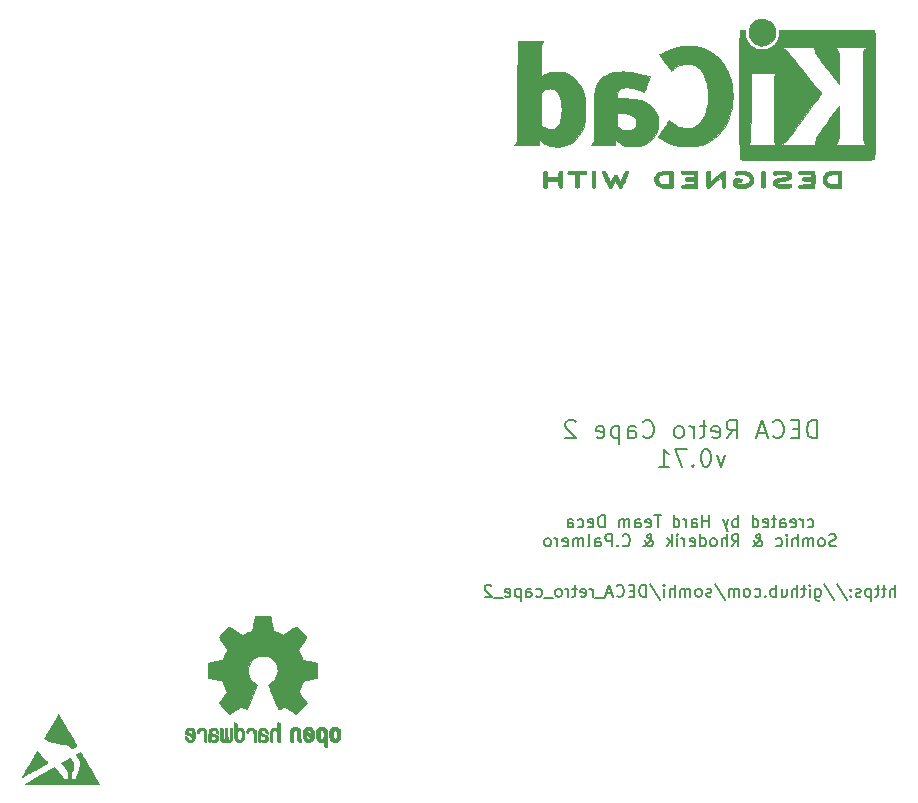
<source format=gbr>
%TF.GenerationSoftware,KiCad,Pcbnew,6.0.0-d3dd2cf0fa~116~ubuntu20.04.1*%
%TF.CreationDate,2022-03-13T21:12:50+01:00*%
%TF.ProjectId,arrow_deca_retro_cape,6172726f-775f-4646-9563-615f72657472,0.71*%
%TF.SameCoordinates,Original*%
%TF.FileFunction,Legend,Bot*%
%TF.FilePolarity,Positive*%
%FSLAX46Y46*%
G04 Gerber Fmt 4.6, Leading zero omitted, Abs format (unit mm)*
G04 Created by KiCad (PCBNEW 6.0.0-d3dd2cf0fa~116~ubuntu20.04.1) date 2022-03-13 21:12:50*
%MOMM*%
%LPD*%
G01*
G04 APERTURE LIST*
%ADD10C,0.150000*%
%ADD11C,0.010000*%
G04 APERTURE END LIST*
D10*
X160232142Y-101417380D02*
X160232142Y-100417380D01*
X159803571Y-101417380D02*
X159803571Y-100893571D01*
X159851190Y-100798333D01*
X159946428Y-100750714D01*
X160089285Y-100750714D01*
X160184523Y-100798333D01*
X160232142Y-100845952D01*
X159470238Y-100750714D02*
X159089285Y-100750714D01*
X159327380Y-100417380D02*
X159327380Y-101274523D01*
X159279761Y-101369761D01*
X159184523Y-101417380D01*
X159089285Y-101417380D01*
X158898809Y-100750714D02*
X158517857Y-100750714D01*
X158755952Y-100417380D02*
X158755952Y-101274523D01*
X158708333Y-101369761D01*
X158613095Y-101417380D01*
X158517857Y-101417380D01*
X158184523Y-100750714D02*
X158184523Y-101750714D01*
X158184523Y-100798333D02*
X158089285Y-100750714D01*
X157898809Y-100750714D01*
X157803571Y-100798333D01*
X157755952Y-100845952D01*
X157708333Y-100941190D01*
X157708333Y-101226904D01*
X157755952Y-101322142D01*
X157803571Y-101369761D01*
X157898809Y-101417380D01*
X158089285Y-101417380D01*
X158184523Y-101369761D01*
X157327380Y-101369761D02*
X157232142Y-101417380D01*
X157041666Y-101417380D01*
X156946428Y-101369761D01*
X156898809Y-101274523D01*
X156898809Y-101226904D01*
X156946428Y-101131666D01*
X157041666Y-101084047D01*
X157184523Y-101084047D01*
X157279761Y-101036428D01*
X157327380Y-100941190D01*
X157327380Y-100893571D01*
X157279761Y-100798333D01*
X157184523Y-100750714D01*
X157041666Y-100750714D01*
X156946428Y-100798333D01*
X156470238Y-101322142D02*
X156422619Y-101369761D01*
X156470238Y-101417380D01*
X156517857Y-101369761D01*
X156470238Y-101322142D01*
X156470238Y-101417380D01*
X156470238Y-100798333D02*
X156422619Y-100845952D01*
X156470238Y-100893571D01*
X156517857Y-100845952D01*
X156470238Y-100798333D01*
X156470238Y-100893571D01*
X155279761Y-100369761D02*
X156136904Y-101655476D01*
X154232142Y-100369761D02*
X155089285Y-101655476D01*
X153470238Y-100750714D02*
X153470238Y-101560238D01*
X153517857Y-101655476D01*
X153565476Y-101703095D01*
X153660714Y-101750714D01*
X153803571Y-101750714D01*
X153898809Y-101703095D01*
X153470238Y-101369761D02*
X153565476Y-101417380D01*
X153755952Y-101417380D01*
X153851190Y-101369761D01*
X153898809Y-101322142D01*
X153946428Y-101226904D01*
X153946428Y-100941190D01*
X153898809Y-100845952D01*
X153851190Y-100798333D01*
X153755952Y-100750714D01*
X153565476Y-100750714D01*
X153470238Y-100798333D01*
X152994047Y-101417380D02*
X152994047Y-100750714D01*
X152994047Y-100417380D02*
X153041666Y-100465000D01*
X152994047Y-100512619D01*
X152946428Y-100465000D01*
X152994047Y-100417380D01*
X152994047Y-100512619D01*
X152660714Y-100750714D02*
X152279761Y-100750714D01*
X152517857Y-100417380D02*
X152517857Y-101274523D01*
X152470238Y-101369761D01*
X152375000Y-101417380D01*
X152279761Y-101417380D01*
X151946428Y-101417380D02*
X151946428Y-100417380D01*
X151517857Y-101417380D02*
X151517857Y-100893571D01*
X151565476Y-100798333D01*
X151660714Y-100750714D01*
X151803571Y-100750714D01*
X151898809Y-100798333D01*
X151946428Y-100845952D01*
X150613095Y-100750714D02*
X150613095Y-101417380D01*
X151041666Y-100750714D02*
X151041666Y-101274523D01*
X150994047Y-101369761D01*
X150898809Y-101417380D01*
X150755952Y-101417380D01*
X150660714Y-101369761D01*
X150613095Y-101322142D01*
X150136904Y-101417380D02*
X150136904Y-100417380D01*
X150136904Y-100798333D02*
X150041666Y-100750714D01*
X149851190Y-100750714D01*
X149755952Y-100798333D01*
X149708333Y-100845952D01*
X149660714Y-100941190D01*
X149660714Y-101226904D01*
X149708333Y-101322142D01*
X149755952Y-101369761D01*
X149851190Y-101417380D01*
X150041666Y-101417380D01*
X150136904Y-101369761D01*
X149232142Y-101322142D02*
X149184523Y-101369761D01*
X149232142Y-101417380D01*
X149279761Y-101369761D01*
X149232142Y-101322142D01*
X149232142Y-101417380D01*
X148327380Y-101369761D02*
X148422619Y-101417380D01*
X148613095Y-101417380D01*
X148708333Y-101369761D01*
X148755952Y-101322142D01*
X148803571Y-101226904D01*
X148803571Y-100941190D01*
X148755952Y-100845952D01*
X148708333Y-100798333D01*
X148613095Y-100750714D01*
X148422619Y-100750714D01*
X148327380Y-100798333D01*
X147755952Y-101417380D02*
X147851190Y-101369761D01*
X147898809Y-101322142D01*
X147946428Y-101226904D01*
X147946428Y-100941190D01*
X147898809Y-100845952D01*
X147851190Y-100798333D01*
X147755952Y-100750714D01*
X147613095Y-100750714D01*
X147517857Y-100798333D01*
X147470238Y-100845952D01*
X147422619Y-100941190D01*
X147422619Y-101226904D01*
X147470238Y-101322142D01*
X147517857Y-101369761D01*
X147613095Y-101417380D01*
X147755952Y-101417380D01*
X146994047Y-101417380D02*
X146994047Y-100750714D01*
X146994047Y-100845952D02*
X146946428Y-100798333D01*
X146851190Y-100750714D01*
X146708333Y-100750714D01*
X146613095Y-100798333D01*
X146565476Y-100893571D01*
X146565476Y-101417380D01*
X146565476Y-100893571D02*
X146517857Y-100798333D01*
X146422619Y-100750714D01*
X146279761Y-100750714D01*
X146184523Y-100798333D01*
X146136904Y-100893571D01*
X146136904Y-101417380D01*
X144946428Y-100369761D02*
X145803571Y-101655476D01*
X144660714Y-101369761D02*
X144565476Y-101417380D01*
X144375000Y-101417380D01*
X144279761Y-101369761D01*
X144232142Y-101274523D01*
X144232142Y-101226904D01*
X144279761Y-101131666D01*
X144375000Y-101084047D01*
X144517857Y-101084047D01*
X144613095Y-101036428D01*
X144660714Y-100941190D01*
X144660714Y-100893571D01*
X144613095Y-100798333D01*
X144517857Y-100750714D01*
X144375000Y-100750714D01*
X144279761Y-100798333D01*
X143660714Y-101417380D02*
X143755952Y-101369761D01*
X143803571Y-101322142D01*
X143851190Y-101226904D01*
X143851190Y-100941190D01*
X143803571Y-100845952D01*
X143755952Y-100798333D01*
X143660714Y-100750714D01*
X143517857Y-100750714D01*
X143422619Y-100798333D01*
X143375000Y-100845952D01*
X143327380Y-100941190D01*
X143327380Y-101226904D01*
X143375000Y-101322142D01*
X143422619Y-101369761D01*
X143517857Y-101417380D01*
X143660714Y-101417380D01*
X142898809Y-101417380D02*
X142898809Y-100750714D01*
X142898809Y-100845952D02*
X142851190Y-100798333D01*
X142755952Y-100750714D01*
X142613095Y-100750714D01*
X142517857Y-100798333D01*
X142470238Y-100893571D01*
X142470238Y-101417380D01*
X142470238Y-100893571D02*
X142422619Y-100798333D01*
X142327380Y-100750714D01*
X142184523Y-100750714D01*
X142089285Y-100798333D01*
X142041666Y-100893571D01*
X142041666Y-101417380D01*
X141565476Y-101417380D02*
X141565476Y-100417380D01*
X141136904Y-101417380D02*
X141136904Y-100893571D01*
X141184523Y-100798333D01*
X141279761Y-100750714D01*
X141422619Y-100750714D01*
X141517857Y-100798333D01*
X141565476Y-100845952D01*
X140660714Y-101417380D02*
X140660714Y-100750714D01*
X140660714Y-100417380D02*
X140708333Y-100465000D01*
X140660714Y-100512619D01*
X140613095Y-100465000D01*
X140660714Y-100417380D01*
X140660714Y-100512619D01*
X139470238Y-100369761D02*
X140327380Y-101655476D01*
X139136904Y-101417380D02*
X139136904Y-100417380D01*
X138898809Y-100417380D01*
X138755952Y-100465000D01*
X138660714Y-100560238D01*
X138613095Y-100655476D01*
X138565476Y-100845952D01*
X138565476Y-100988809D01*
X138613095Y-101179285D01*
X138660714Y-101274523D01*
X138755952Y-101369761D01*
X138898809Y-101417380D01*
X139136904Y-101417380D01*
X138136904Y-100893571D02*
X137803571Y-100893571D01*
X137660714Y-101417380D02*
X138136904Y-101417380D01*
X138136904Y-100417380D01*
X137660714Y-100417380D01*
X136660714Y-101322142D02*
X136708333Y-101369761D01*
X136851190Y-101417380D01*
X136946428Y-101417380D01*
X137089285Y-101369761D01*
X137184523Y-101274523D01*
X137232142Y-101179285D01*
X137279761Y-100988809D01*
X137279761Y-100845952D01*
X137232142Y-100655476D01*
X137184523Y-100560238D01*
X137089285Y-100465000D01*
X136946428Y-100417380D01*
X136851190Y-100417380D01*
X136708333Y-100465000D01*
X136660714Y-100512619D01*
X136279761Y-101131666D02*
X135803571Y-101131666D01*
X136375000Y-101417380D02*
X136041666Y-100417380D01*
X135708333Y-101417380D01*
X135613095Y-101512619D02*
X134851190Y-101512619D01*
X134613095Y-101417380D02*
X134613095Y-100750714D01*
X134613095Y-100941190D02*
X134565476Y-100845952D01*
X134517857Y-100798333D01*
X134422619Y-100750714D01*
X134327380Y-100750714D01*
X133613095Y-101369761D02*
X133708333Y-101417380D01*
X133898809Y-101417380D01*
X133994047Y-101369761D01*
X134041666Y-101274523D01*
X134041666Y-100893571D01*
X133994047Y-100798333D01*
X133898809Y-100750714D01*
X133708333Y-100750714D01*
X133613095Y-100798333D01*
X133565476Y-100893571D01*
X133565476Y-100988809D01*
X134041666Y-101084047D01*
X133279761Y-100750714D02*
X132898809Y-100750714D01*
X133136904Y-100417380D02*
X133136904Y-101274523D01*
X133089285Y-101369761D01*
X132994047Y-101417380D01*
X132898809Y-101417380D01*
X132565476Y-101417380D02*
X132565476Y-100750714D01*
X132565476Y-100941190D02*
X132517857Y-100845952D01*
X132470238Y-100798333D01*
X132375000Y-100750714D01*
X132279761Y-100750714D01*
X131803571Y-101417380D02*
X131898809Y-101369761D01*
X131946428Y-101322142D01*
X131994047Y-101226904D01*
X131994047Y-100941190D01*
X131946428Y-100845952D01*
X131898809Y-100798333D01*
X131803571Y-100750714D01*
X131660714Y-100750714D01*
X131565476Y-100798333D01*
X131517857Y-100845952D01*
X131470238Y-100941190D01*
X131470238Y-101226904D01*
X131517857Y-101322142D01*
X131565476Y-101369761D01*
X131660714Y-101417380D01*
X131803571Y-101417380D01*
X131279761Y-101512619D02*
X130517857Y-101512619D01*
X129851190Y-101369761D02*
X129946428Y-101417380D01*
X130136904Y-101417380D01*
X130232142Y-101369761D01*
X130279761Y-101322142D01*
X130327380Y-101226904D01*
X130327380Y-100941190D01*
X130279761Y-100845952D01*
X130232142Y-100798333D01*
X130136904Y-100750714D01*
X129946428Y-100750714D01*
X129851190Y-100798333D01*
X128994047Y-101417380D02*
X128994047Y-100893571D01*
X129041666Y-100798333D01*
X129136904Y-100750714D01*
X129327380Y-100750714D01*
X129422619Y-100798333D01*
X128994047Y-101369761D02*
X129089285Y-101417380D01*
X129327380Y-101417380D01*
X129422619Y-101369761D01*
X129470238Y-101274523D01*
X129470238Y-101179285D01*
X129422619Y-101084047D01*
X129327380Y-101036428D01*
X129089285Y-101036428D01*
X128994047Y-100988809D01*
X128517857Y-100750714D02*
X128517857Y-101750714D01*
X128517857Y-100798333D02*
X128422619Y-100750714D01*
X128232142Y-100750714D01*
X128136904Y-100798333D01*
X128089285Y-100845952D01*
X128041666Y-100941190D01*
X128041666Y-101226904D01*
X128089285Y-101322142D01*
X128136904Y-101369761D01*
X128232142Y-101417380D01*
X128422619Y-101417380D01*
X128517857Y-101369761D01*
X127232142Y-101369761D02*
X127327380Y-101417380D01*
X127517857Y-101417380D01*
X127613095Y-101369761D01*
X127660714Y-101274523D01*
X127660714Y-100893571D01*
X127613095Y-100798333D01*
X127517857Y-100750714D01*
X127327380Y-100750714D01*
X127232142Y-100798333D01*
X127184523Y-100893571D01*
X127184523Y-100988809D01*
X127660714Y-101084047D01*
X126994047Y-101512619D02*
X126232142Y-101512619D01*
X126041666Y-100512619D02*
X125994047Y-100465000D01*
X125898809Y-100417380D01*
X125660714Y-100417380D01*
X125565476Y-100465000D01*
X125517857Y-100512619D01*
X125470238Y-100607857D01*
X125470238Y-100703095D01*
X125517857Y-100845952D01*
X126089285Y-101417380D01*
X125470238Y-101417380D01*
X153609142Y-87990071D02*
X153609142Y-86490071D01*
X153252000Y-86490071D01*
X153037714Y-86561500D01*
X152894857Y-86704357D01*
X152823428Y-86847214D01*
X152752000Y-87132928D01*
X152752000Y-87347214D01*
X152823428Y-87632928D01*
X152894857Y-87775785D01*
X153037714Y-87918642D01*
X153252000Y-87990071D01*
X153609142Y-87990071D01*
X152109142Y-87204357D02*
X151609142Y-87204357D01*
X151394857Y-87990071D02*
X152109142Y-87990071D01*
X152109142Y-86490071D01*
X151394857Y-86490071D01*
X149894857Y-87847214D02*
X149966285Y-87918642D01*
X150180571Y-87990071D01*
X150323428Y-87990071D01*
X150537714Y-87918642D01*
X150680571Y-87775785D01*
X150752000Y-87632928D01*
X150823428Y-87347214D01*
X150823428Y-87132928D01*
X150752000Y-86847214D01*
X150680571Y-86704357D01*
X150537714Y-86561500D01*
X150323428Y-86490071D01*
X150180571Y-86490071D01*
X149966285Y-86561500D01*
X149894857Y-86632928D01*
X149323428Y-87561500D02*
X148609142Y-87561500D01*
X149466285Y-87990071D02*
X148966285Y-86490071D01*
X148466285Y-87990071D01*
X145966285Y-87990071D02*
X146466285Y-87275785D01*
X146823428Y-87990071D02*
X146823428Y-86490071D01*
X146252000Y-86490071D01*
X146109142Y-86561500D01*
X146037714Y-86632928D01*
X145966285Y-86775785D01*
X145966285Y-86990071D01*
X146037714Y-87132928D01*
X146109142Y-87204357D01*
X146252000Y-87275785D01*
X146823428Y-87275785D01*
X144752000Y-87918642D02*
X144894857Y-87990071D01*
X145180571Y-87990071D01*
X145323428Y-87918642D01*
X145394857Y-87775785D01*
X145394857Y-87204357D01*
X145323428Y-87061500D01*
X145180571Y-86990071D01*
X144894857Y-86990071D01*
X144752000Y-87061500D01*
X144680571Y-87204357D01*
X144680571Y-87347214D01*
X145394857Y-87490071D01*
X144252000Y-86990071D02*
X143680571Y-86990071D01*
X144037714Y-86490071D02*
X144037714Y-87775785D01*
X143966285Y-87918642D01*
X143823428Y-87990071D01*
X143680571Y-87990071D01*
X143180571Y-87990071D02*
X143180571Y-86990071D01*
X143180571Y-87275785D02*
X143109142Y-87132928D01*
X143037714Y-87061500D01*
X142894857Y-86990071D01*
X142752000Y-86990071D01*
X142037714Y-87990071D02*
X142180571Y-87918642D01*
X142252000Y-87847214D01*
X142323428Y-87704357D01*
X142323428Y-87275785D01*
X142252000Y-87132928D01*
X142180571Y-87061500D01*
X142037714Y-86990071D01*
X141823428Y-86990071D01*
X141680571Y-87061500D01*
X141609142Y-87132928D01*
X141537714Y-87275785D01*
X141537714Y-87704357D01*
X141609142Y-87847214D01*
X141680571Y-87918642D01*
X141823428Y-87990071D01*
X142037714Y-87990071D01*
X138894857Y-87847214D02*
X138966285Y-87918642D01*
X139180571Y-87990071D01*
X139323428Y-87990071D01*
X139537714Y-87918642D01*
X139680571Y-87775785D01*
X139752000Y-87632928D01*
X139823428Y-87347214D01*
X139823428Y-87132928D01*
X139752000Y-86847214D01*
X139680571Y-86704357D01*
X139537714Y-86561500D01*
X139323428Y-86490071D01*
X139180571Y-86490071D01*
X138966285Y-86561500D01*
X138894857Y-86632928D01*
X137609142Y-87990071D02*
X137609142Y-87204357D01*
X137680571Y-87061500D01*
X137823428Y-86990071D01*
X138109142Y-86990071D01*
X138252000Y-87061500D01*
X137609142Y-87918642D02*
X137752000Y-87990071D01*
X138109142Y-87990071D01*
X138252000Y-87918642D01*
X138323428Y-87775785D01*
X138323428Y-87632928D01*
X138252000Y-87490071D01*
X138109142Y-87418642D01*
X137752000Y-87418642D01*
X137609142Y-87347214D01*
X136894857Y-86990071D02*
X136894857Y-88490071D01*
X136894857Y-87061500D02*
X136752000Y-86990071D01*
X136466285Y-86990071D01*
X136323428Y-87061500D01*
X136252000Y-87132928D01*
X136180571Y-87275785D01*
X136180571Y-87704357D01*
X136252000Y-87847214D01*
X136323428Y-87918642D01*
X136466285Y-87990071D01*
X136752000Y-87990071D01*
X136894857Y-87918642D01*
X134966285Y-87918642D02*
X135109142Y-87990071D01*
X135394857Y-87990071D01*
X135537714Y-87918642D01*
X135609142Y-87775785D01*
X135609142Y-87204357D01*
X135537714Y-87061500D01*
X135394857Y-86990071D01*
X135109142Y-86990071D01*
X134966285Y-87061500D01*
X134894857Y-87204357D01*
X134894857Y-87347214D01*
X135609142Y-87490071D01*
X133180571Y-86632928D02*
X133109142Y-86561500D01*
X132966285Y-86490071D01*
X132609142Y-86490071D01*
X132466285Y-86561500D01*
X132394857Y-86632928D01*
X132323428Y-86775785D01*
X132323428Y-86918642D01*
X132394857Y-87132928D01*
X133252000Y-87990071D01*
X132323428Y-87990071D01*
X145859142Y-89405071D02*
X145502000Y-90405071D01*
X145144857Y-89405071D01*
X144287714Y-88905071D02*
X144144857Y-88905071D01*
X144002000Y-88976500D01*
X143930571Y-89047928D01*
X143859142Y-89190785D01*
X143787714Y-89476500D01*
X143787714Y-89833642D01*
X143859142Y-90119357D01*
X143930571Y-90262214D01*
X144002000Y-90333642D01*
X144144857Y-90405071D01*
X144287714Y-90405071D01*
X144430571Y-90333642D01*
X144502000Y-90262214D01*
X144573428Y-90119357D01*
X144644857Y-89833642D01*
X144644857Y-89476500D01*
X144573428Y-89190785D01*
X144502000Y-89047928D01*
X144430571Y-88976500D01*
X144287714Y-88905071D01*
X143144857Y-90262214D02*
X143073428Y-90333642D01*
X143144857Y-90405071D01*
X143216285Y-90333642D01*
X143144857Y-90262214D01*
X143144857Y-90405071D01*
X142573428Y-88905071D02*
X141573428Y-88905071D01*
X142216285Y-90405071D01*
X140216285Y-90405071D02*
X141073428Y-90405071D01*
X140644857Y-90405071D02*
X140644857Y-88905071D01*
X140787714Y-89119357D01*
X140930571Y-89262214D01*
X141073428Y-89333642D01*
X152827380Y-95484761D02*
X152922619Y-95532380D01*
X153113095Y-95532380D01*
X153208333Y-95484761D01*
X153255952Y-95437142D01*
X153303571Y-95341904D01*
X153303571Y-95056190D01*
X153255952Y-94960952D01*
X153208333Y-94913333D01*
X153113095Y-94865714D01*
X152922619Y-94865714D01*
X152827380Y-94913333D01*
X152398809Y-95532380D02*
X152398809Y-94865714D01*
X152398809Y-95056190D02*
X152351190Y-94960952D01*
X152303571Y-94913333D01*
X152208333Y-94865714D01*
X152113095Y-94865714D01*
X151398809Y-95484761D02*
X151494047Y-95532380D01*
X151684523Y-95532380D01*
X151779761Y-95484761D01*
X151827380Y-95389523D01*
X151827380Y-95008571D01*
X151779761Y-94913333D01*
X151684523Y-94865714D01*
X151494047Y-94865714D01*
X151398809Y-94913333D01*
X151351190Y-95008571D01*
X151351190Y-95103809D01*
X151827380Y-95199047D01*
X150494047Y-95532380D02*
X150494047Y-95008571D01*
X150541666Y-94913333D01*
X150636904Y-94865714D01*
X150827380Y-94865714D01*
X150922619Y-94913333D01*
X150494047Y-95484761D02*
X150589285Y-95532380D01*
X150827380Y-95532380D01*
X150922619Y-95484761D01*
X150970238Y-95389523D01*
X150970238Y-95294285D01*
X150922619Y-95199047D01*
X150827380Y-95151428D01*
X150589285Y-95151428D01*
X150494047Y-95103809D01*
X150160714Y-94865714D02*
X149779761Y-94865714D01*
X150017857Y-94532380D02*
X150017857Y-95389523D01*
X149970238Y-95484761D01*
X149875000Y-95532380D01*
X149779761Y-95532380D01*
X149065476Y-95484761D02*
X149160714Y-95532380D01*
X149351190Y-95532380D01*
X149446428Y-95484761D01*
X149494047Y-95389523D01*
X149494047Y-95008571D01*
X149446428Y-94913333D01*
X149351190Y-94865714D01*
X149160714Y-94865714D01*
X149065476Y-94913333D01*
X149017857Y-95008571D01*
X149017857Y-95103809D01*
X149494047Y-95199047D01*
X148160714Y-95532380D02*
X148160714Y-94532380D01*
X148160714Y-95484761D02*
X148255952Y-95532380D01*
X148446428Y-95532380D01*
X148541666Y-95484761D01*
X148589285Y-95437142D01*
X148636904Y-95341904D01*
X148636904Y-95056190D01*
X148589285Y-94960952D01*
X148541666Y-94913333D01*
X148446428Y-94865714D01*
X148255952Y-94865714D01*
X148160714Y-94913333D01*
X146922619Y-95532380D02*
X146922619Y-94532380D01*
X146922619Y-94913333D02*
X146827380Y-94865714D01*
X146636904Y-94865714D01*
X146541666Y-94913333D01*
X146494047Y-94960952D01*
X146446428Y-95056190D01*
X146446428Y-95341904D01*
X146494047Y-95437142D01*
X146541666Y-95484761D01*
X146636904Y-95532380D01*
X146827380Y-95532380D01*
X146922619Y-95484761D01*
X146113095Y-94865714D02*
X145875000Y-95532380D01*
X145636904Y-94865714D02*
X145875000Y-95532380D01*
X145970238Y-95770476D01*
X146017857Y-95818095D01*
X146113095Y-95865714D01*
X144494047Y-95532380D02*
X144494047Y-94532380D01*
X144494047Y-95008571D02*
X143922619Y-95008571D01*
X143922619Y-95532380D02*
X143922619Y-94532380D01*
X143017857Y-95532380D02*
X143017857Y-95008571D01*
X143065476Y-94913333D01*
X143160714Y-94865714D01*
X143351190Y-94865714D01*
X143446428Y-94913333D01*
X143017857Y-95484761D02*
X143113095Y-95532380D01*
X143351190Y-95532380D01*
X143446428Y-95484761D01*
X143494047Y-95389523D01*
X143494047Y-95294285D01*
X143446428Y-95199047D01*
X143351190Y-95151428D01*
X143113095Y-95151428D01*
X143017857Y-95103809D01*
X142541666Y-95532380D02*
X142541666Y-94865714D01*
X142541666Y-95056190D02*
X142494047Y-94960952D01*
X142446428Y-94913333D01*
X142351190Y-94865714D01*
X142255952Y-94865714D01*
X141494047Y-95532380D02*
X141494047Y-94532380D01*
X141494047Y-95484761D02*
X141589285Y-95532380D01*
X141779761Y-95532380D01*
X141875000Y-95484761D01*
X141922619Y-95437142D01*
X141970238Y-95341904D01*
X141970238Y-95056190D01*
X141922619Y-94960952D01*
X141875000Y-94913333D01*
X141779761Y-94865714D01*
X141589285Y-94865714D01*
X141494047Y-94913333D01*
X140398809Y-94532380D02*
X139827380Y-94532380D01*
X140113095Y-95532380D02*
X140113095Y-94532380D01*
X139113095Y-95484761D02*
X139208333Y-95532380D01*
X139398809Y-95532380D01*
X139494047Y-95484761D01*
X139541666Y-95389523D01*
X139541666Y-95008571D01*
X139494047Y-94913333D01*
X139398809Y-94865714D01*
X139208333Y-94865714D01*
X139113095Y-94913333D01*
X139065476Y-95008571D01*
X139065476Y-95103809D01*
X139541666Y-95199047D01*
X138208333Y-95532380D02*
X138208333Y-95008571D01*
X138255952Y-94913333D01*
X138351190Y-94865714D01*
X138541666Y-94865714D01*
X138636904Y-94913333D01*
X138208333Y-95484761D02*
X138303571Y-95532380D01*
X138541666Y-95532380D01*
X138636904Y-95484761D01*
X138684523Y-95389523D01*
X138684523Y-95294285D01*
X138636904Y-95199047D01*
X138541666Y-95151428D01*
X138303571Y-95151428D01*
X138208333Y-95103809D01*
X137732142Y-95532380D02*
X137732142Y-94865714D01*
X137732142Y-94960952D02*
X137684523Y-94913333D01*
X137589285Y-94865714D01*
X137446428Y-94865714D01*
X137351190Y-94913333D01*
X137303571Y-95008571D01*
X137303571Y-95532380D01*
X137303571Y-95008571D02*
X137255952Y-94913333D01*
X137160714Y-94865714D01*
X137017857Y-94865714D01*
X136922619Y-94913333D01*
X136875000Y-95008571D01*
X136875000Y-95532380D01*
X135636904Y-95532380D02*
X135636904Y-94532380D01*
X135398809Y-94532380D01*
X135255952Y-94580000D01*
X135160714Y-94675238D01*
X135113095Y-94770476D01*
X135065476Y-94960952D01*
X135065476Y-95103809D01*
X135113095Y-95294285D01*
X135160714Y-95389523D01*
X135255952Y-95484761D01*
X135398809Y-95532380D01*
X135636904Y-95532380D01*
X134255952Y-95484761D02*
X134351190Y-95532380D01*
X134541666Y-95532380D01*
X134636904Y-95484761D01*
X134684523Y-95389523D01*
X134684523Y-95008571D01*
X134636904Y-94913333D01*
X134541666Y-94865714D01*
X134351190Y-94865714D01*
X134255952Y-94913333D01*
X134208333Y-95008571D01*
X134208333Y-95103809D01*
X134684523Y-95199047D01*
X133351190Y-95484761D02*
X133446428Y-95532380D01*
X133636904Y-95532380D01*
X133732142Y-95484761D01*
X133779761Y-95437142D01*
X133827380Y-95341904D01*
X133827380Y-95056190D01*
X133779761Y-94960952D01*
X133732142Y-94913333D01*
X133636904Y-94865714D01*
X133446428Y-94865714D01*
X133351190Y-94913333D01*
X132494047Y-95532380D02*
X132494047Y-95008571D01*
X132541666Y-94913333D01*
X132636904Y-94865714D01*
X132827380Y-94865714D01*
X132922619Y-94913333D01*
X132494047Y-95484761D02*
X132589285Y-95532380D01*
X132827380Y-95532380D01*
X132922619Y-95484761D01*
X132970238Y-95389523D01*
X132970238Y-95294285D01*
X132922619Y-95199047D01*
X132827380Y-95151428D01*
X132589285Y-95151428D01*
X132494047Y-95103809D01*
X155208333Y-97094761D02*
X155065476Y-97142380D01*
X154827380Y-97142380D01*
X154732142Y-97094761D01*
X154684523Y-97047142D01*
X154636904Y-96951904D01*
X154636904Y-96856666D01*
X154684523Y-96761428D01*
X154732142Y-96713809D01*
X154827380Y-96666190D01*
X155017857Y-96618571D01*
X155113095Y-96570952D01*
X155160714Y-96523333D01*
X155208333Y-96428095D01*
X155208333Y-96332857D01*
X155160714Y-96237619D01*
X155113095Y-96190000D01*
X155017857Y-96142380D01*
X154779761Y-96142380D01*
X154636904Y-96190000D01*
X154065476Y-97142380D02*
X154160714Y-97094761D01*
X154208333Y-97047142D01*
X154255952Y-96951904D01*
X154255952Y-96666190D01*
X154208333Y-96570952D01*
X154160714Y-96523333D01*
X154065476Y-96475714D01*
X153922619Y-96475714D01*
X153827380Y-96523333D01*
X153779761Y-96570952D01*
X153732142Y-96666190D01*
X153732142Y-96951904D01*
X153779761Y-97047142D01*
X153827380Y-97094761D01*
X153922619Y-97142380D01*
X154065476Y-97142380D01*
X153303571Y-97142380D02*
X153303571Y-96475714D01*
X153303571Y-96570952D02*
X153255952Y-96523333D01*
X153160714Y-96475714D01*
X153017857Y-96475714D01*
X152922619Y-96523333D01*
X152875000Y-96618571D01*
X152875000Y-97142380D01*
X152875000Y-96618571D02*
X152827380Y-96523333D01*
X152732142Y-96475714D01*
X152589285Y-96475714D01*
X152494047Y-96523333D01*
X152446428Y-96618571D01*
X152446428Y-97142380D01*
X151970238Y-97142380D02*
X151970238Y-96142380D01*
X151541666Y-97142380D02*
X151541666Y-96618571D01*
X151589285Y-96523333D01*
X151684523Y-96475714D01*
X151827380Y-96475714D01*
X151922619Y-96523333D01*
X151970238Y-96570952D01*
X151065476Y-97142380D02*
X151065476Y-96475714D01*
X151065476Y-96142380D02*
X151113095Y-96190000D01*
X151065476Y-96237619D01*
X151017857Y-96190000D01*
X151065476Y-96142380D01*
X151065476Y-96237619D01*
X150160714Y-97094761D02*
X150255952Y-97142380D01*
X150446428Y-97142380D01*
X150541666Y-97094761D01*
X150589285Y-97047142D01*
X150636904Y-96951904D01*
X150636904Y-96666190D01*
X150589285Y-96570952D01*
X150541666Y-96523333D01*
X150446428Y-96475714D01*
X150255952Y-96475714D01*
X150160714Y-96523333D01*
X148160714Y-97142380D02*
X148208333Y-97142380D01*
X148303571Y-97094761D01*
X148446428Y-96951904D01*
X148684523Y-96666190D01*
X148779761Y-96523333D01*
X148827380Y-96380476D01*
X148827380Y-96285238D01*
X148779761Y-96190000D01*
X148684523Y-96142380D01*
X148636904Y-96142380D01*
X148541666Y-96190000D01*
X148494047Y-96285238D01*
X148494047Y-96332857D01*
X148541666Y-96428095D01*
X148589285Y-96475714D01*
X148875000Y-96666190D01*
X148922619Y-96713809D01*
X148970238Y-96809047D01*
X148970238Y-96951904D01*
X148922619Y-97047142D01*
X148875000Y-97094761D01*
X148779761Y-97142380D01*
X148636904Y-97142380D01*
X148541666Y-97094761D01*
X148494047Y-97047142D01*
X148351190Y-96856666D01*
X148303571Y-96713809D01*
X148303571Y-96618571D01*
X146398809Y-97142380D02*
X146732142Y-96666190D01*
X146970238Y-97142380D02*
X146970238Y-96142380D01*
X146589285Y-96142380D01*
X146494047Y-96190000D01*
X146446428Y-96237619D01*
X146398809Y-96332857D01*
X146398809Y-96475714D01*
X146446428Y-96570952D01*
X146494047Y-96618571D01*
X146589285Y-96666190D01*
X146970238Y-96666190D01*
X145970238Y-97142380D02*
X145970238Y-96142380D01*
X145541666Y-97142380D02*
X145541666Y-96618571D01*
X145589285Y-96523333D01*
X145684523Y-96475714D01*
X145827380Y-96475714D01*
X145922619Y-96523333D01*
X145970238Y-96570952D01*
X144922619Y-97142380D02*
X145017857Y-97094761D01*
X145065476Y-97047142D01*
X145113095Y-96951904D01*
X145113095Y-96666190D01*
X145065476Y-96570952D01*
X145017857Y-96523333D01*
X144922619Y-96475714D01*
X144779761Y-96475714D01*
X144684523Y-96523333D01*
X144636904Y-96570952D01*
X144589285Y-96666190D01*
X144589285Y-96951904D01*
X144636904Y-97047142D01*
X144684523Y-97094761D01*
X144779761Y-97142380D01*
X144922619Y-97142380D01*
X143732142Y-97142380D02*
X143732142Y-96142380D01*
X143732142Y-97094761D02*
X143827380Y-97142380D01*
X144017857Y-97142380D01*
X144113095Y-97094761D01*
X144160714Y-97047142D01*
X144208333Y-96951904D01*
X144208333Y-96666190D01*
X144160714Y-96570952D01*
X144113095Y-96523333D01*
X144017857Y-96475714D01*
X143827380Y-96475714D01*
X143732142Y-96523333D01*
X142875000Y-97094761D02*
X142970238Y-97142380D01*
X143160714Y-97142380D01*
X143255952Y-97094761D01*
X143303571Y-96999523D01*
X143303571Y-96618571D01*
X143255952Y-96523333D01*
X143160714Y-96475714D01*
X142970238Y-96475714D01*
X142875000Y-96523333D01*
X142827380Y-96618571D01*
X142827380Y-96713809D01*
X143303571Y-96809047D01*
X142398809Y-97142380D02*
X142398809Y-96475714D01*
X142398809Y-96666190D02*
X142351190Y-96570952D01*
X142303571Y-96523333D01*
X142208333Y-96475714D01*
X142113095Y-96475714D01*
X141779761Y-97142380D02*
X141779761Y-96475714D01*
X141779761Y-96142380D02*
X141827380Y-96190000D01*
X141779761Y-96237619D01*
X141732142Y-96190000D01*
X141779761Y-96142380D01*
X141779761Y-96237619D01*
X141303571Y-97142380D02*
X141303571Y-96142380D01*
X141208333Y-96761428D02*
X140922619Y-97142380D01*
X140922619Y-96475714D02*
X141303571Y-96856666D01*
X138922619Y-97142380D02*
X138970238Y-97142380D01*
X139065476Y-97094761D01*
X139208333Y-96951904D01*
X139446428Y-96666190D01*
X139541666Y-96523333D01*
X139589285Y-96380476D01*
X139589285Y-96285238D01*
X139541666Y-96190000D01*
X139446428Y-96142380D01*
X139398809Y-96142380D01*
X139303571Y-96190000D01*
X139255952Y-96285238D01*
X139255952Y-96332857D01*
X139303571Y-96428095D01*
X139351190Y-96475714D01*
X139636904Y-96666190D01*
X139684523Y-96713809D01*
X139732142Y-96809047D01*
X139732142Y-96951904D01*
X139684523Y-97047142D01*
X139636904Y-97094761D01*
X139541666Y-97142380D01*
X139398809Y-97142380D01*
X139303571Y-97094761D01*
X139255952Y-97047142D01*
X139113095Y-96856666D01*
X139065476Y-96713809D01*
X139065476Y-96618571D01*
X137160714Y-97047142D02*
X137208333Y-97094761D01*
X137351190Y-97142380D01*
X137446428Y-97142380D01*
X137589285Y-97094761D01*
X137684523Y-96999523D01*
X137732142Y-96904285D01*
X137779761Y-96713809D01*
X137779761Y-96570952D01*
X137732142Y-96380476D01*
X137684523Y-96285238D01*
X137589285Y-96190000D01*
X137446428Y-96142380D01*
X137351190Y-96142380D01*
X137208333Y-96190000D01*
X137160714Y-96237619D01*
X136732142Y-97047142D02*
X136684523Y-97094761D01*
X136732142Y-97142380D01*
X136779761Y-97094761D01*
X136732142Y-97047142D01*
X136732142Y-97142380D01*
X136255952Y-97142380D02*
X136255952Y-96142380D01*
X135875000Y-96142380D01*
X135779761Y-96190000D01*
X135732142Y-96237619D01*
X135684523Y-96332857D01*
X135684523Y-96475714D01*
X135732142Y-96570952D01*
X135779761Y-96618571D01*
X135875000Y-96666190D01*
X136255952Y-96666190D01*
X134827380Y-97142380D02*
X134827380Y-96618571D01*
X134875000Y-96523333D01*
X134970238Y-96475714D01*
X135160714Y-96475714D01*
X135255952Y-96523333D01*
X134827380Y-97094761D02*
X134922619Y-97142380D01*
X135160714Y-97142380D01*
X135255952Y-97094761D01*
X135303571Y-96999523D01*
X135303571Y-96904285D01*
X135255952Y-96809047D01*
X135160714Y-96761428D01*
X134922619Y-96761428D01*
X134827380Y-96713809D01*
X134208333Y-97142380D02*
X134303571Y-97094761D01*
X134351190Y-96999523D01*
X134351190Y-96142380D01*
X133827380Y-97142380D02*
X133827380Y-96475714D01*
X133827380Y-96570952D02*
X133779761Y-96523333D01*
X133684523Y-96475714D01*
X133541666Y-96475714D01*
X133446428Y-96523333D01*
X133398809Y-96618571D01*
X133398809Y-97142380D01*
X133398809Y-96618571D02*
X133351190Y-96523333D01*
X133255952Y-96475714D01*
X133113095Y-96475714D01*
X133017857Y-96523333D01*
X132970238Y-96618571D01*
X132970238Y-97142380D01*
X132113095Y-97094761D02*
X132208333Y-97142380D01*
X132398809Y-97142380D01*
X132494047Y-97094761D01*
X132541666Y-96999523D01*
X132541666Y-96618571D01*
X132494047Y-96523333D01*
X132398809Y-96475714D01*
X132208333Y-96475714D01*
X132113095Y-96523333D01*
X132065476Y-96618571D01*
X132065476Y-96713809D01*
X132541666Y-96809047D01*
X131636904Y-97142380D02*
X131636904Y-96475714D01*
X131636904Y-96666190D02*
X131589285Y-96570952D01*
X131541666Y-96523333D01*
X131446428Y-96475714D01*
X131351190Y-96475714D01*
X130875000Y-97142380D02*
X130970238Y-97094761D01*
X131017857Y-97047142D01*
X131065476Y-96951904D01*
X131065476Y-96666190D01*
X131017857Y-96570952D01*
X130970238Y-96523333D01*
X130875000Y-96475714D01*
X130732142Y-96475714D01*
X130636904Y-96523333D01*
X130589285Y-96570952D01*
X130541666Y-96666190D01*
X130541666Y-96951904D01*
X130589285Y-97047142D01*
X130636904Y-97094761D01*
X130732142Y-97142380D01*
X130875000Y-97142380D01*
D11*
%TO.C,LO1*%
X141020163Y-65337534D02*
X140761052Y-65346295D01*
X140761052Y-65346295D02*
X140540667Y-65372863D01*
X140540667Y-65372863D02*
X140355374Y-65418828D01*
X140355374Y-65418828D02*
X140201538Y-65485783D01*
X140201538Y-65485783D02*
X140075527Y-65575316D01*
X140075527Y-65575316D02*
X139973706Y-65689019D01*
X139973706Y-65689019D02*
X139892442Y-65828482D01*
X139892442Y-65828482D02*
X139890843Y-65831883D01*
X139890843Y-65831883D02*
X139842344Y-65956702D01*
X139842344Y-65956702D02*
X139825064Y-66067246D01*
X139825064Y-66067246D02*
X139839068Y-66178497D01*
X139839068Y-66178497D02*
X139884425Y-66305433D01*
X139884425Y-66305433D02*
X139893027Y-66324749D01*
X139893027Y-66324749D02*
X139951687Y-66437806D01*
X139951687Y-66437806D02*
X140017613Y-66525165D01*
X140017613Y-66525165D02*
X140102699Y-66599427D01*
X140102699Y-66599427D02*
X140218839Y-66673191D01*
X140218839Y-66673191D02*
X140225586Y-66677042D01*
X140225586Y-66677042D02*
X140326689Y-66725608D01*
X140326689Y-66725608D02*
X140440964Y-66761879D01*
X140440964Y-66761879D02*
X140575752Y-66787106D01*
X140575752Y-66787106D02*
X140738398Y-66802539D01*
X140738398Y-66802539D02*
X140936244Y-66809431D01*
X140936244Y-66809431D02*
X141006146Y-66810030D01*
X141006146Y-66810030D02*
X141339009Y-66811223D01*
X141339009Y-66811223D02*
X141386012Y-66751468D01*
X141386012Y-66751468D02*
X141399955Y-66731819D01*
X141399955Y-66731819D02*
X141410832Y-66708873D01*
X141410832Y-66708873D02*
X141419022Y-66677129D01*
X141419022Y-66677129D02*
X141424906Y-66631082D01*
X141424906Y-66631082D02*
X141428862Y-66565233D01*
X141428862Y-66565233D02*
X141430152Y-66516402D01*
X141430152Y-66516402D02*
X141115516Y-66516402D01*
X141115516Y-66516402D02*
X140926913Y-66516402D01*
X140926913Y-66516402D02*
X140816548Y-66513174D01*
X140816548Y-66513174D02*
X140703252Y-66504681D01*
X140703252Y-66504681D02*
X140610268Y-66492703D01*
X140610268Y-66492703D02*
X140604655Y-66491694D01*
X140604655Y-66491694D02*
X140439503Y-66447388D01*
X140439503Y-66447388D02*
X140311403Y-66380822D01*
X140311403Y-66380822D02*
X140216303Y-66288907D01*
X140216303Y-66288907D02*
X140150150Y-66168555D01*
X140150150Y-66168555D02*
X140138646Y-66136658D01*
X140138646Y-66136658D02*
X140127371Y-66086980D01*
X140127371Y-66086980D02*
X140132253Y-66037900D01*
X140132253Y-66037900D02*
X140156006Y-65972607D01*
X140156006Y-65972607D02*
X140170324Y-65940532D01*
X140170324Y-65940532D02*
X140217211Y-65855297D01*
X140217211Y-65855297D02*
X140273702Y-65795499D01*
X140273702Y-65795499D02*
X140335858Y-65753857D01*
X140335858Y-65753857D02*
X140460361Y-65699668D01*
X140460361Y-65699668D02*
X140619699Y-65660415D01*
X140619699Y-65660415D02*
X140805320Y-65637812D01*
X140805320Y-65637812D02*
X140939757Y-65632837D01*
X140939757Y-65632837D02*
X141115516Y-65631937D01*
X141115516Y-65631937D02*
X141115516Y-66516402D01*
X141115516Y-66516402D02*
X141430152Y-66516402D01*
X141430152Y-66516402D02*
X141431271Y-66474078D01*
X141431271Y-66474078D02*
X141432512Y-66352115D01*
X141432512Y-66352115D02*
X141432965Y-66193841D01*
X141432965Y-66193841D02*
X141433016Y-66070080D01*
X141433016Y-66070080D02*
X141433016Y-65448447D01*
X141433016Y-65448447D02*
X141377350Y-65392781D01*
X141377350Y-65392781D02*
X141352645Y-65370218D01*
X141352645Y-65370218D02*
X141325932Y-65354766D01*
X141325932Y-65354766D02*
X141288629Y-65345098D01*
X141288629Y-65345098D02*
X141232150Y-65339887D01*
X141232150Y-65339887D02*
X141147915Y-65337805D01*
X141147915Y-65337805D02*
X141027338Y-65337524D01*
X141027338Y-65337524D02*
X141020163Y-65337534D01*
X141020163Y-65337534D02*
X141020163Y-65337534D01*
G36*
X141424906Y-66631082D02*
G01*
X141419022Y-66677129D01*
X141410832Y-66708873D01*
X141399955Y-66731819D01*
X141386012Y-66751468D01*
X141339009Y-66811223D01*
X141006146Y-66810030D01*
X140936244Y-66809431D01*
X140738398Y-66802539D01*
X140575752Y-66787106D01*
X140440964Y-66761879D01*
X140326689Y-66725608D01*
X140225586Y-66677042D01*
X140218839Y-66673191D01*
X140102699Y-66599427D01*
X140017613Y-66525165D01*
X139951687Y-66437806D01*
X139893027Y-66324749D01*
X139884425Y-66305433D01*
X139839068Y-66178497D01*
X139827548Y-66086980D01*
X140127371Y-66086980D01*
X140138646Y-66136658D01*
X140150150Y-66168555D01*
X140216303Y-66288907D01*
X140311403Y-66380822D01*
X140439503Y-66447388D01*
X140604655Y-66491694D01*
X140610268Y-66492703D01*
X140703252Y-66504681D01*
X140816548Y-66513174D01*
X140926913Y-66516402D01*
X141115516Y-66516402D01*
X141115516Y-65631937D01*
X140939757Y-65632837D01*
X140805320Y-65637812D01*
X140619699Y-65660415D01*
X140460361Y-65699668D01*
X140335858Y-65753857D01*
X140273702Y-65795499D01*
X140217211Y-65855297D01*
X140170324Y-65940532D01*
X140156006Y-65972607D01*
X140132253Y-66037900D01*
X140127371Y-66086980D01*
X139827548Y-66086980D01*
X139825064Y-66067246D01*
X139842344Y-65956702D01*
X139890843Y-65831883D01*
X139892442Y-65828482D01*
X139973706Y-65689019D01*
X140075527Y-65575316D01*
X140201538Y-65485783D01*
X140355374Y-65418828D01*
X140540667Y-65372863D01*
X140761052Y-65346295D01*
X141020163Y-65337534D01*
X141027338Y-65337524D01*
X141147915Y-65337805D01*
X141232150Y-65339887D01*
X141288629Y-65345098D01*
X141325932Y-65354766D01*
X141352645Y-65370218D01*
X141377350Y-65392781D01*
X141433016Y-65448447D01*
X141433016Y-66070080D01*
X141432965Y-66193841D01*
X141432512Y-66352115D01*
X141431271Y-66474078D01*
X141430152Y-66516402D01*
X141428862Y-66565233D01*
X141424906Y-66631082D01*
G37*
X141424906Y-66631082D02*
X141419022Y-66677129D01*
X141410832Y-66708873D01*
X141399955Y-66731819D01*
X141386012Y-66751468D01*
X141339009Y-66811223D01*
X141006146Y-66810030D01*
X140936244Y-66809431D01*
X140738398Y-66802539D01*
X140575752Y-66787106D01*
X140440964Y-66761879D01*
X140326689Y-66725608D01*
X140225586Y-66677042D01*
X140218839Y-66673191D01*
X140102699Y-66599427D01*
X140017613Y-66525165D01*
X139951687Y-66437806D01*
X139893027Y-66324749D01*
X139884425Y-66305433D01*
X139839068Y-66178497D01*
X139827548Y-66086980D01*
X140127371Y-66086980D01*
X140138646Y-66136658D01*
X140150150Y-66168555D01*
X140216303Y-66288907D01*
X140311403Y-66380822D01*
X140439503Y-66447388D01*
X140604655Y-66491694D01*
X140610268Y-66492703D01*
X140703252Y-66504681D01*
X140816548Y-66513174D01*
X140926913Y-66516402D01*
X141115516Y-66516402D01*
X141115516Y-65631937D01*
X140939757Y-65632837D01*
X140805320Y-65637812D01*
X140619699Y-65660415D01*
X140460361Y-65699668D01*
X140335858Y-65753857D01*
X140273702Y-65795499D01*
X140217211Y-65855297D01*
X140170324Y-65940532D01*
X140156006Y-65972607D01*
X140132253Y-66037900D01*
X140127371Y-66086980D01*
X139827548Y-66086980D01*
X139825064Y-66067246D01*
X139842344Y-65956702D01*
X139890843Y-65831883D01*
X139892442Y-65828482D01*
X139973706Y-65689019D01*
X140075527Y-65575316D01*
X140201538Y-65485783D01*
X140355374Y-65418828D01*
X140540667Y-65372863D01*
X140761052Y-65346295D01*
X141020163Y-65337534D01*
X141027338Y-65337524D01*
X141147915Y-65337805D01*
X141232150Y-65339887D01*
X141288629Y-65345098D01*
X141325932Y-65354766D01*
X141352645Y-65370218D01*
X141377350Y-65392781D01*
X141433016Y-65448447D01*
X141433016Y-66070080D01*
X141432965Y-66193841D01*
X141432512Y-66352115D01*
X141431271Y-66474078D01*
X141430152Y-66516402D01*
X141428862Y-66565233D01*
X141424906Y-66631082D01*
X135543108Y-65341068D02*
X135503754Y-65355132D01*
X135503754Y-65355132D02*
X135502235Y-65355820D01*
X135502235Y-65355820D02*
X135448793Y-65396604D01*
X135448793Y-65396604D02*
X135419348Y-65438555D01*
X135419348Y-65438555D02*
X135413586Y-65458224D01*
X135413586Y-65458224D02*
X135413871Y-65484360D01*
X135413871Y-65484360D02*
X135421978Y-65521591D01*
X135421978Y-65521591D02*
X135439685Y-65574551D01*
X135439685Y-65574551D02*
X135468769Y-65647868D01*
X135468769Y-65647868D02*
X135511006Y-65746174D01*
X135511006Y-65746174D02*
X135568173Y-65874099D01*
X135568173Y-65874099D02*
X135642047Y-66036275D01*
X135642047Y-66036275D02*
X135682709Y-66124916D01*
X135682709Y-66124916D02*
X135756134Y-66283158D01*
X135756134Y-66283158D02*
X135825062Y-66428680D01*
X135825062Y-66428680D02*
X135886861Y-66556160D01*
X135886861Y-66556160D02*
X135938902Y-66660279D01*
X135938902Y-66660279D02*
X135978552Y-66735716D01*
X135978552Y-66735716D02*
X136003182Y-66777151D01*
X136003182Y-66777151D02*
X136008056Y-66782875D01*
X136008056Y-66782875D02*
X136070415Y-66808125D01*
X136070415Y-66808125D02*
X136140853Y-66804743D01*
X136140853Y-66804743D02*
X136197345Y-66774033D01*
X136197345Y-66774033D02*
X136199647Y-66771535D01*
X136199647Y-66771535D02*
X136222119Y-66737515D01*
X136222119Y-66737515D02*
X136259815Y-66671251D01*
X136259815Y-66671251D02*
X136308087Y-66581272D01*
X136308087Y-66581272D02*
X136362285Y-66476109D01*
X136362285Y-66476109D02*
X136381763Y-66437356D01*
X136381763Y-66437356D02*
X136528791Y-66142863D01*
X136528791Y-66142863D02*
X136689050Y-66462772D01*
X136689050Y-66462772D02*
X136746252Y-66573306D01*
X136746252Y-66573306D02*
X136799322Y-66669167D01*
X136799322Y-66669167D02*
X136843924Y-66743016D01*
X136843924Y-66743016D02*
X136875723Y-66787516D01*
X136875723Y-66787516D02*
X136886500Y-66796952D01*
X136886500Y-66796952D02*
X136970267Y-66809732D01*
X136970267Y-66809732D02*
X137039389Y-66782875D01*
X137039389Y-66782875D02*
X137059722Y-66754172D01*
X137059722Y-66754172D02*
X137094907Y-66690381D01*
X137094907Y-66690381D02*
X137142074Y-66597779D01*
X137142074Y-66597779D02*
X137198353Y-66482643D01*
X137198353Y-66482643D02*
X137260874Y-66351249D01*
X137260874Y-66351249D02*
X137326766Y-66209875D01*
X137326766Y-66209875D02*
X137393159Y-66064797D01*
X137393159Y-66064797D02*
X137457183Y-65922293D01*
X137457183Y-65922293D02*
X137515967Y-65788640D01*
X137515967Y-65788640D02*
X137566641Y-65670114D01*
X137566641Y-65670114D02*
X137606335Y-65572992D01*
X137606335Y-65572992D02*
X137632178Y-65503552D01*
X137632178Y-65503552D02*
X137641301Y-65468070D01*
X137641301Y-65468070D02*
X137641208Y-65466785D01*
X137641208Y-65466785D02*
X137619012Y-65422137D01*
X137619012Y-65422137D02*
X137574647Y-65376663D01*
X137574647Y-65376663D02*
X137572034Y-65374685D01*
X137572034Y-65374685D02*
X137517507Y-65343863D01*
X137517507Y-65343863D02*
X137467072Y-65344161D01*
X137467072Y-65344161D02*
X137448169Y-65349972D01*
X137448169Y-65349972D02*
X137425134Y-65362530D01*
X137425134Y-65362530D02*
X137400673Y-65387234D01*
X137400673Y-65387234D02*
X137371851Y-65429207D01*
X137371851Y-65429207D02*
X137335733Y-65493575D01*
X137335733Y-65493575D02*
X137289385Y-65585463D01*
X137289385Y-65585463D02*
X137229874Y-65709994D01*
X137229874Y-65709994D02*
X137176206Y-65824946D01*
X137176206Y-65824946D02*
X137114461Y-65958195D01*
X137114461Y-65958195D02*
X137059133Y-66078023D01*
X137059133Y-66078023D02*
X137013096Y-66178171D01*
X137013096Y-66178171D02*
X136979223Y-66252378D01*
X136979223Y-66252378D02*
X136960391Y-66294384D01*
X136960391Y-66294384D02*
X136957644Y-66300955D01*
X136957644Y-66300955D02*
X136945291Y-66290213D01*
X136945291Y-66290213D02*
X136916900Y-66245236D01*
X136916900Y-66245236D02*
X136876248Y-66172588D01*
X136876248Y-66172588D02*
X136827114Y-66078834D01*
X136827114Y-66078834D02*
X136807562Y-66040152D01*
X136807562Y-66040152D02*
X136741328Y-65909535D01*
X136741328Y-65909535D02*
X136690249Y-65814411D01*
X136690249Y-65814411D02*
X136650133Y-65749252D01*
X136650133Y-65749252D02*
X136616789Y-65708525D01*
X136616789Y-65708525D02*
X136586024Y-65686701D01*
X136586024Y-65686701D02*
X136553648Y-65678249D01*
X136553648Y-65678249D02*
X136532549Y-65677294D01*
X136532549Y-65677294D02*
X136495331Y-65680592D01*
X136495331Y-65680592D02*
X136462717Y-65694232D01*
X136462717Y-65694232D02*
X136430311Y-65723834D01*
X136430311Y-65723834D02*
X136393717Y-65775016D01*
X136393717Y-65775016D02*
X136348539Y-65853398D01*
X136348539Y-65853398D02*
X136290381Y-65964600D01*
X136290381Y-65964600D02*
X136258293Y-66027858D01*
X136258293Y-66027858D02*
X136206245Y-66128675D01*
X136206245Y-66128675D02*
X136160849Y-66212280D01*
X136160849Y-66212280D02*
X136126113Y-66271620D01*
X136126113Y-66271620D02*
X136106040Y-66299639D01*
X136106040Y-66299639D02*
X136103310Y-66300806D01*
X136103310Y-66300806D02*
X136090347Y-66278754D01*
X136090347Y-66278754D02*
X136061324Y-66221493D01*
X136061324Y-66221493D02*
X136019148Y-66135016D01*
X136019148Y-66135016D02*
X135966725Y-66025316D01*
X135966725Y-66025316D02*
X135906962Y-65898386D01*
X135906962Y-65898386D02*
X135877564Y-65835339D01*
X135877564Y-65835339D02*
X135801085Y-65672630D01*
X135801085Y-65672630D02*
X135739501Y-65547429D01*
X135739501Y-65547429D02*
X135689615Y-65455651D01*
X135689615Y-65455651D02*
X135648230Y-65393210D01*
X135648230Y-65393210D02*
X135612149Y-65356023D01*
X135612149Y-65356023D02*
X135578174Y-65340004D01*
X135578174Y-65340004D02*
X135543108Y-65341068D01*
X135543108Y-65341068D02*
X135543108Y-65341068D01*
G36*
X135612149Y-65356023D02*
G01*
X135648230Y-65393210D01*
X135689615Y-65455651D01*
X135739501Y-65547429D01*
X135801085Y-65672630D01*
X135877564Y-65835339D01*
X135906962Y-65898386D01*
X135966725Y-66025316D01*
X136019148Y-66135016D01*
X136061324Y-66221493D01*
X136090347Y-66278754D01*
X136103310Y-66300806D01*
X136106040Y-66299639D01*
X136126113Y-66271620D01*
X136160849Y-66212280D01*
X136206245Y-66128675D01*
X136258293Y-66027858D01*
X136290381Y-65964600D01*
X136348539Y-65853398D01*
X136393717Y-65775016D01*
X136430311Y-65723834D01*
X136462717Y-65694232D01*
X136495331Y-65680592D01*
X136532549Y-65677294D01*
X136553648Y-65678249D01*
X136586024Y-65686701D01*
X136616789Y-65708525D01*
X136650133Y-65749252D01*
X136690249Y-65814411D01*
X136741328Y-65909535D01*
X136807562Y-66040152D01*
X136827114Y-66078834D01*
X136876248Y-66172588D01*
X136916900Y-66245236D01*
X136945291Y-66290213D01*
X136957644Y-66300955D01*
X136960391Y-66294384D01*
X136979223Y-66252378D01*
X137013096Y-66178171D01*
X137059133Y-66078023D01*
X137114461Y-65958195D01*
X137176206Y-65824946D01*
X137229874Y-65709994D01*
X137289385Y-65585463D01*
X137335733Y-65493575D01*
X137371851Y-65429207D01*
X137400673Y-65387234D01*
X137425134Y-65362530D01*
X137448169Y-65349972D01*
X137467072Y-65344161D01*
X137517507Y-65343863D01*
X137572034Y-65374685D01*
X137574647Y-65376663D01*
X137619012Y-65422137D01*
X137641208Y-65466785D01*
X137641301Y-65468070D01*
X137632178Y-65503552D01*
X137606335Y-65572992D01*
X137566641Y-65670114D01*
X137515967Y-65788640D01*
X137457183Y-65922293D01*
X137393159Y-66064797D01*
X137326766Y-66209875D01*
X137260874Y-66351249D01*
X137198353Y-66482643D01*
X137142074Y-66597779D01*
X137094907Y-66690381D01*
X137059722Y-66754172D01*
X137039389Y-66782875D01*
X136970267Y-66809732D01*
X136886500Y-66796952D01*
X136875723Y-66787516D01*
X136843924Y-66743016D01*
X136799322Y-66669167D01*
X136746252Y-66573306D01*
X136689050Y-66462772D01*
X136528791Y-66142863D01*
X136381763Y-66437356D01*
X136362285Y-66476109D01*
X136308087Y-66581272D01*
X136259815Y-66671251D01*
X136222119Y-66737515D01*
X136199647Y-66771535D01*
X136197345Y-66774033D01*
X136140853Y-66804743D01*
X136070415Y-66808125D01*
X136008056Y-66782875D01*
X136003182Y-66777151D01*
X135978552Y-66735716D01*
X135938902Y-66660279D01*
X135886861Y-66556160D01*
X135825062Y-66428680D01*
X135756134Y-66283158D01*
X135682709Y-66124916D01*
X135642047Y-66036275D01*
X135568173Y-65874099D01*
X135511006Y-65746174D01*
X135468769Y-65647868D01*
X135439685Y-65574551D01*
X135421978Y-65521591D01*
X135413871Y-65484360D01*
X135413586Y-65458224D01*
X135419348Y-65438555D01*
X135448793Y-65396604D01*
X135502235Y-65355820D01*
X135503754Y-65355132D01*
X135543108Y-65341068D01*
X135578174Y-65340004D01*
X135612149Y-65356023D01*
G37*
X135612149Y-65356023D02*
X135648230Y-65393210D01*
X135689615Y-65455651D01*
X135739501Y-65547429D01*
X135801085Y-65672630D01*
X135877564Y-65835339D01*
X135906962Y-65898386D01*
X135966725Y-66025316D01*
X136019148Y-66135016D01*
X136061324Y-66221493D01*
X136090347Y-66278754D01*
X136103310Y-66300806D01*
X136106040Y-66299639D01*
X136126113Y-66271620D01*
X136160849Y-66212280D01*
X136206245Y-66128675D01*
X136258293Y-66027858D01*
X136290381Y-65964600D01*
X136348539Y-65853398D01*
X136393717Y-65775016D01*
X136430311Y-65723834D01*
X136462717Y-65694232D01*
X136495331Y-65680592D01*
X136532549Y-65677294D01*
X136553648Y-65678249D01*
X136586024Y-65686701D01*
X136616789Y-65708525D01*
X136650133Y-65749252D01*
X136690249Y-65814411D01*
X136741328Y-65909535D01*
X136807562Y-66040152D01*
X136827114Y-66078834D01*
X136876248Y-66172588D01*
X136916900Y-66245236D01*
X136945291Y-66290213D01*
X136957644Y-66300955D01*
X136960391Y-66294384D01*
X136979223Y-66252378D01*
X137013096Y-66178171D01*
X137059133Y-66078023D01*
X137114461Y-65958195D01*
X137176206Y-65824946D01*
X137229874Y-65709994D01*
X137289385Y-65585463D01*
X137335733Y-65493575D01*
X137371851Y-65429207D01*
X137400673Y-65387234D01*
X137425134Y-65362530D01*
X137448169Y-65349972D01*
X137467072Y-65344161D01*
X137517507Y-65343863D01*
X137572034Y-65374685D01*
X137574647Y-65376663D01*
X137619012Y-65422137D01*
X137641208Y-65466785D01*
X137641301Y-65468070D01*
X137632178Y-65503552D01*
X137606335Y-65572992D01*
X137566641Y-65670114D01*
X137515967Y-65788640D01*
X137457183Y-65922293D01*
X137393159Y-66064797D01*
X137326766Y-66209875D01*
X137260874Y-66351249D01*
X137198353Y-66482643D01*
X137142074Y-66597779D01*
X137094907Y-66690381D01*
X137059722Y-66754172D01*
X137039389Y-66782875D01*
X136970267Y-66809732D01*
X136886500Y-66796952D01*
X136875723Y-66787516D01*
X136843924Y-66743016D01*
X136799322Y-66669167D01*
X136746252Y-66573306D01*
X136689050Y-66462772D01*
X136528791Y-66142863D01*
X136381763Y-66437356D01*
X136362285Y-66476109D01*
X136308087Y-66581272D01*
X136259815Y-66671251D01*
X136222119Y-66737515D01*
X136199647Y-66771535D01*
X136197345Y-66774033D01*
X136140853Y-66804743D01*
X136070415Y-66808125D01*
X136008056Y-66782875D01*
X136003182Y-66777151D01*
X135978552Y-66735716D01*
X135938902Y-66660279D01*
X135886861Y-66556160D01*
X135825062Y-66428680D01*
X135756134Y-66283158D01*
X135682709Y-66124916D01*
X135642047Y-66036275D01*
X135568173Y-65874099D01*
X135511006Y-65746174D01*
X135468769Y-65647868D01*
X135439685Y-65574551D01*
X135421978Y-65521591D01*
X135413871Y-65484360D01*
X135413586Y-65458224D01*
X135419348Y-65438555D01*
X135448793Y-65396604D01*
X135502235Y-65355820D01*
X135503754Y-65355132D01*
X135543108Y-65341068D01*
X135578174Y-65340004D01*
X135612149Y-65356023D01*
X142395700Y-54760777D02*
X142101187Y-54793019D01*
X142101187Y-54793019D02*
X141815854Y-54850729D01*
X141815854Y-54850729D02*
X141528093Y-54936917D01*
X141528093Y-54936917D02*
X141226297Y-55054593D01*
X141226297Y-55054593D02*
X140898859Y-55206767D01*
X140898859Y-55206767D02*
X140839892Y-55236243D01*
X140839892Y-55236243D02*
X140704569Y-55302910D01*
X140704569Y-55302910D02*
X140576942Y-55362939D01*
X140576942Y-55362939D02*
X140469606Y-55410599D01*
X140469606Y-55410599D02*
X140395157Y-55440155D01*
X140395157Y-55440155D02*
X140383720Y-55443876D01*
X140383720Y-55443876D02*
X140274119Y-55476714D01*
X140274119Y-55476714D02*
X140764738Y-56190453D01*
X140764738Y-56190453D02*
X140884687Y-56364895D01*
X140884687Y-56364895D02*
X140994354Y-56524270D01*
X140994354Y-56524270D02*
X141090010Y-56663168D01*
X141090010Y-56663168D02*
X141167924Y-56776178D01*
X141167924Y-56776178D02*
X141224368Y-56857890D01*
X141224368Y-56857890D02*
X141255612Y-56902891D01*
X141255612Y-56902891D02*
X141260688Y-56910018D01*
X141260688Y-56910018D02*
X141281305Y-56895117D01*
X141281305Y-56895117D02*
X141332054Y-56850320D01*
X141332054Y-56850320D02*
X141403859Y-56783765D01*
X141403859Y-56783765D02*
X141443487Y-56746147D01*
X141443487Y-56746147D02*
X141668011Y-56567568D01*
X141668011Y-56567568D02*
X141920167Y-56431868D01*
X141920167Y-56431868D02*
X142137453Y-56357537D01*
X142137453Y-56357537D02*
X142267886Y-56334193D01*
X142267886Y-56334193D02*
X142431200Y-56319967D01*
X142431200Y-56319967D02*
X142608186Y-56315124D01*
X142608186Y-56315124D02*
X142779637Y-56319926D01*
X142779637Y-56319926D02*
X142926345Y-56334638D01*
X142926345Y-56334638D02*
X142984886Y-56345905D01*
X142984886Y-56345905D02*
X143248746Y-56436685D01*
X143248746Y-56436685D02*
X143486515Y-56575296D01*
X143486515Y-56575296D02*
X143698017Y-56761485D01*
X143698017Y-56761485D02*
X143883077Y-56994999D01*
X143883077Y-56994999D02*
X144041518Y-57275584D01*
X144041518Y-57275584D02*
X144173164Y-57602987D01*
X144173164Y-57602987D02*
X144277839Y-57976955D01*
X144277839Y-57976955D02*
X144340048Y-58297097D01*
X144340048Y-58297097D02*
X144356279Y-58438426D01*
X144356279Y-58438426D02*
X144367337Y-58621004D01*
X144367337Y-58621004D02*
X144373330Y-58831709D01*
X144373330Y-58831709D02*
X144374366Y-59057422D01*
X144374366Y-59057422D02*
X144370550Y-59285022D01*
X144370550Y-59285022D02*
X144361990Y-59501389D01*
X144361990Y-59501389D02*
X144348792Y-59693402D01*
X144348792Y-59693402D02*
X144331063Y-59847943D01*
X144331063Y-59847943D02*
X144327226Y-59871786D01*
X144327226Y-59871786D02*
X144242642Y-60255860D01*
X144242642Y-60255860D02*
X144127398Y-60595783D01*
X144127398Y-60595783D02*
X143980790Y-60893078D01*
X143980790Y-60893078D02*
X143802119Y-61149268D01*
X143802119Y-61149268D02*
X143675293Y-61287775D01*
X143675293Y-61287775D02*
X143447368Y-61475828D01*
X143447368Y-61475828D02*
X143197405Y-61615220D01*
X143197405Y-61615220D02*
X142929623Y-61705195D01*
X142929623Y-61705195D02*
X142648237Y-61744994D01*
X142648237Y-61744994D02*
X142357464Y-61733857D01*
X142357464Y-61733857D02*
X142061520Y-61671026D01*
X142061520Y-61671026D02*
X141886553Y-61609547D01*
X141886553Y-61609547D02*
X141644427Y-61486436D01*
X141644427Y-61486436D02*
X141394873Y-61309837D01*
X141394873Y-61309837D02*
X141255084Y-61190412D01*
X141255084Y-61190412D02*
X141176592Y-61121291D01*
X141176592Y-61121291D02*
X141114923Y-61070579D01*
X141114923Y-61070579D02*
X141079821Y-61046144D01*
X141079821Y-61046144D02*
X141075463Y-61045398D01*
X141075463Y-61045398D02*
X141059796Y-61070367D01*
X141059796Y-61070367D02*
X141019201Y-61136348D01*
X141019201Y-61136348D02*
X140957136Y-61237685D01*
X140957136Y-61237685D02*
X140877060Y-61368721D01*
X140877060Y-61368721D02*
X140782431Y-61523800D01*
X140782431Y-61523800D02*
X140676707Y-61697265D01*
X140676707Y-61697265D02*
X140617860Y-61793896D01*
X140617860Y-61793896D02*
X140168367Y-62532201D01*
X140168367Y-62532201D02*
X140729576Y-62809549D01*
X140729576Y-62809549D02*
X140932489Y-62909172D01*
X140932489Y-62909172D02*
X141096866Y-62987729D01*
X141096866Y-62987729D02*
X141232754Y-63049122D01*
X141232754Y-63049122D02*
X141350202Y-63097253D01*
X141350202Y-63097253D02*
X141459257Y-63136023D01*
X141459257Y-63136023D02*
X141569967Y-63169333D01*
X141569967Y-63169333D02*
X141692380Y-63201086D01*
X141692380Y-63201086D02*
X141809711Y-63228969D01*
X141809711Y-63228969D02*
X141913998Y-63250546D01*
X141913998Y-63250546D02*
X142023061Y-63266851D01*
X142023061Y-63266851D02*
X142147820Y-63278791D01*
X142147820Y-63278791D02*
X142299190Y-63287270D01*
X142299190Y-63287270D02*
X142488092Y-63293192D01*
X142488092Y-63293192D02*
X142615410Y-63295749D01*
X142615410Y-63295749D02*
X142797070Y-63297494D01*
X142797070Y-63297494D02*
X142971260Y-63296614D01*
X142971260Y-63296614D02*
X143126450Y-63293360D01*
X143126450Y-63293360D02*
X143251116Y-63287984D01*
X143251116Y-63287984D02*
X143333727Y-63280735D01*
X143333727Y-63280735D02*
X143338623Y-63280012D01*
X143338623Y-63280012D02*
X143767602Y-63187205D01*
X143767602Y-63187205D02*
X144170444Y-63046449D01*
X144170444Y-63046449D02*
X144547005Y-62857839D01*
X144547005Y-62857839D02*
X144897145Y-62621466D01*
X144897145Y-62621466D02*
X145220721Y-62337424D01*
X145220721Y-62337424D02*
X145517593Y-62005805D01*
X145517593Y-62005805D02*
X145732594Y-61711075D01*
X145732594Y-61711075D02*
X145961482Y-61325298D01*
X145961482Y-61325298D02*
X146146504Y-60917895D01*
X146146504Y-60917895D02*
X146288555Y-60485600D01*
X146288555Y-60485600D02*
X146388529Y-60025146D01*
X146388529Y-60025146D02*
X146447321Y-59533267D01*
X146447321Y-59533267D02*
X146465844Y-59033799D01*
X146465844Y-59033799D02*
X146450610Y-58550634D01*
X146450610Y-58550634D02*
X146402737Y-58104842D01*
X146402737Y-58104842D02*
X146320704Y-57688905D01*
X146320704Y-57688905D02*
X146202990Y-57295304D01*
X146202990Y-57295304D02*
X146048074Y-56916518D01*
X146048074Y-56916518D02*
X146029576Y-56877275D01*
X146029576Y-56877275D02*
X145825787Y-56510440D01*
X145825787Y-56510440D02*
X145575491Y-56161360D01*
X145575491Y-56161360D02*
X145285778Y-55837260D01*
X145285778Y-55837260D02*
X144963739Y-55545366D01*
X144963739Y-55545366D02*
X144616467Y-55292904D01*
X144616467Y-55292904D02*
X144292880Y-55107714D01*
X144292880Y-55107714D02*
X143965989Y-54962670D01*
X143965989Y-54962670D02*
X143638404Y-54857603D01*
X143638404Y-54857603D02*
X143297445Y-54789653D01*
X143297445Y-54789653D02*
X142930428Y-54755960D01*
X142930428Y-54755960D02*
X142711001Y-54750992D01*
X142711001Y-54750992D02*
X142395700Y-54760777D01*
X142395700Y-54760777D02*
X142395700Y-54760777D01*
G36*
X142930428Y-54755960D02*
G01*
X143297445Y-54789653D01*
X143638404Y-54857603D01*
X143965989Y-54962670D01*
X144292880Y-55107714D01*
X144616467Y-55292904D01*
X144963739Y-55545366D01*
X145285778Y-55837260D01*
X145575491Y-56161360D01*
X145825787Y-56510440D01*
X146029576Y-56877275D01*
X146048074Y-56916518D01*
X146202990Y-57295304D01*
X146320704Y-57688905D01*
X146402737Y-58104842D01*
X146450610Y-58550634D01*
X146465844Y-59033799D01*
X146447321Y-59533267D01*
X146388529Y-60025146D01*
X146288555Y-60485600D01*
X146146504Y-60917895D01*
X145961482Y-61325298D01*
X145732594Y-61711075D01*
X145517593Y-62005805D01*
X145220721Y-62337424D01*
X144897145Y-62621466D01*
X144547005Y-62857839D01*
X144170444Y-63046449D01*
X143767602Y-63187205D01*
X143338623Y-63280012D01*
X143333727Y-63280735D01*
X143251116Y-63287984D01*
X143126450Y-63293360D01*
X142971260Y-63296614D01*
X142797070Y-63297494D01*
X142615410Y-63295749D01*
X142488092Y-63293192D01*
X142299190Y-63287270D01*
X142147820Y-63278791D01*
X142023061Y-63266851D01*
X141913998Y-63250546D01*
X141809711Y-63228969D01*
X141692380Y-63201086D01*
X141569967Y-63169333D01*
X141459257Y-63136023D01*
X141350202Y-63097253D01*
X141232754Y-63049122D01*
X141096866Y-62987729D01*
X140932489Y-62909172D01*
X140729576Y-62809549D01*
X140168367Y-62532201D01*
X140617860Y-61793896D01*
X140676707Y-61697265D01*
X140782431Y-61523800D01*
X140877060Y-61368721D01*
X140957136Y-61237685D01*
X141019201Y-61136348D01*
X141059796Y-61070367D01*
X141075463Y-61045398D01*
X141079821Y-61046144D01*
X141114923Y-61070579D01*
X141176592Y-61121291D01*
X141255084Y-61190412D01*
X141394873Y-61309837D01*
X141644427Y-61486436D01*
X141886553Y-61609547D01*
X142061520Y-61671026D01*
X142357464Y-61733857D01*
X142648237Y-61744994D01*
X142929623Y-61705195D01*
X143197405Y-61615220D01*
X143447368Y-61475828D01*
X143675293Y-61287775D01*
X143802119Y-61149268D01*
X143980790Y-60893078D01*
X144127398Y-60595783D01*
X144242642Y-60255860D01*
X144327226Y-59871786D01*
X144331063Y-59847943D01*
X144348792Y-59693402D01*
X144361990Y-59501389D01*
X144370550Y-59285022D01*
X144374366Y-59057422D01*
X144373330Y-58831709D01*
X144367337Y-58621004D01*
X144356279Y-58438426D01*
X144340048Y-58297097D01*
X144277839Y-57976955D01*
X144173164Y-57602987D01*
X144041518Y-57275584D01*
X143883077Y-56994999D01*
X143698017Y-56761485D01*
X143486515Y-56575296D01*
X143248746Y-56436685D01*
X142984886Y-56345905D01*
X142926345Y-56334638D01*
X142779637Y-56319926D01*
X142608186Y-56315124D01*
X142431200Y-56319967D01*
X142267886Y-56334193D01*
X142137453Y-56357537D01*
X141920167Y-56431868D01*
X141668011Y-56567568D01*
X141443487Y-56746147D01*
X141403859Y-56783765D01*
X141332054Y-56850320D01*
X141281305Y-56895117D01*
X141260688Y-56910018D01*
X141255612Y-56902891D01*
X141224368Y-56857890D01*
X141167924Y-56776178D01*
X141090010Y-56663168D01*
X140994354Y-56524270D01*
X140884687Y-56364895D01*
X140764738Y-56190453D01*
X140274119Y-55476714D01*
X140383720Y-55443876D01*
X140395157Y-55440155D01*
X140469606Y-55410599D01*
X140576942Y-55362939D01*
X140704569Y-55302910D01*
X140839892Y-55236243D01*
X140898859Y-55206767D01*
X141226297Y-55054593D01*
X141528093Y-54936917D01*
X141815854Y-54850729D01*
X142101187Y-54793019D01*
X142395700Y-54760777D01*
X142711001Y-54750992D01*
X142930428Y-54755960D01*
G37*
X142930428Y-54755960D02*
X143297445Y-54789653D01*
X143638404Y-54857603D01*
X143965989Y-54962670D01*
X144292880Y-55107714D01*
X144616467Y-55292904D01*
X144963739Y-55545366D01*
X145285778Y-55837260D01*
X145575491Y-56161360D01*
X145825787Y-56510440D01*
X146029576Y-56877275D01*
X146048074Y-56916518D01*
X146202990Y-57295304D01*
X146320704Y-57688905D01*
X146402737Y-58104842D01*
X146450610Y-58550634D01*
X146465844Y-59033799D01*
X146447321Y-59533267D01*
X146388529Y-60025146D01*
X146288555Y-60485600D01*
X146146504Y-60917895D01*
X145961482Y-61325298D01*
X145732594Y-61711075D01*
X145517593Y-62005805D01*
X145220721Y-62337424D01*
X144897145Y-62621466D01*
X144547005Y-62857839D01*
X144170444Y-63046449D01*
X143767602Y-63187205D01*
X143338623Y-63280012D01*
X143333727Y-63280735D01*
X143251116Y-63287984D01*
X143126450Y-63293360D01*
X142971260Y-63296614D01*
X142797070Y-63297494D01*
X142615410Y-63295749D01*
X142488092Y-63293192D01*
X142299190Y-63287270D01*
X142147820Y-63278791D01*
X142023061Y-63266851D01*
X141913998Y-63250546D01*
X141809711Y-63228969D01*
X141692380Y-63201086D01*
X141569967Y-63169333D01*
X141459257Y-63136023D01*
X141350202Y-63097253D01*
X141232754Y-63049122D01*
X141096866Y-62987729D01*
X140932489Y-62909172D01*
X140729576Y-62809549D01*
X140168367Y-62532201D01*
X140617860Y-61793896D01*
X140676707Y-61697265D01*
X140782431Y-61523800D01*
X140877060Y-61368721D01*
X140957136Y-61237685D01*
X141019201Y-61136348D01*
X141059796Y-61070367D01*
X141075463Y-61045398D01*
X141079821Y-61046144D01*
X141114923Y-61070579D01*
X141176592Y-61121291D01*
X141255084Y-61190412D01*
X141394873Y-61309837D01*
X141644427Y-61486436D01*
X141886553Y-61609547D01*
X142061520Y-61671026D01*
X142357464Y-61733857D01*
X142648237Y-61744994D01*
X142929623Y-61705195D01*
X143197405Y-61615220D01*
X143447368Y-61475828D01*
X143675293Y-61287775D01*
X143802119Y-61149268D01*
X143980790Y-60893078D01*
X144127398Y-60595783D01*
X144242642Y-60255860D01*
X144327226Y-59871786D01*
X144331063Y-59847943D01*
X144348792Y-59693402D01*
X144361990Y-59501389D01*
X144370550Y-59285022D01*
X144374366Y-59057422D01*
X144373330Y-58831709D01*
X144367337Y-58621004D01*
X144356279Y-58438426D01*
X144340048Y-58297097D01*
X144277839Y-57976955D01*
X144173164Y-57602987D01*
X144041518Y-57275584D01*
X143883077Y-56994999D01*
X143698017Y-56761485D01*
X143486515Y-56575296D01*
X143248746Y-56436685D01*
X142984886Y-56345905D01*
X142926345Y-56334638D01*
X142779637Y-56319926D01*
X142608186Y-56315124D01*
X142431200Y-56319967D01*
X142267886Y-56334193D01*
X142137453Y-56357537D01*
X141920167Y-56431868D01*
X141668011Y-56567568D01*
X141443487Y-56746147D01*
X141403859Y-56783765D01*
X141332054Y-56850320D01*
X141281305Y-56895117D01*
X141260688Y-56910018D01*
X141255612Y-56902891D01*
X141224368Y-56857890D01*
X141167924Y-56776178D01*
X141090010Y-56663168D01*
X140994354Y-56524270D01*
X140884687Y-56364895D01*
X140764738Y-56190453D01*
X140274119Y-55476714D01*
X140383720Y-55443876D01*
X140395157Y-55440155D01*
X140469606Y-55410599D01*
X140576942Y-55362939D01*
X140704569Y-55302910D01*
X140839892Y-55236243D01*
X140898859Y-55206767D01*
X141226297Y-55054593D01*
X141528093Y-54936917D01*
X141815854Y-54850729D01*
X142101187Y-54793019D01*
X142395700Y-54760777D01*
X142711001Y-54750992D01*
X142930428Y-54755960D01*
X134651246Y-65350797D02*
X134603608Y-65380469D01*
X134603608Y-65380469D02*
X134550069Y-65423823D01*
X134550069Y-65423823D02*
X134550069Y-66069785D01*
X134550069Y-66069785D02*
X134550240Y-66258738D01*
X134550240Y-66258738D02*
X134550970Y-66407604D01*
X134550970Y-66407604D02*
X134552588Y-66521655D01*
X134552588Y-66521655D02*
X134555422Y-66606159D01*
X134555422Y-66606159D02*
X134559801Y-66666386D01*
X134559801Y-66666386D02*
X134566052Y-66707608D01*
X134566052Y-66707608D02*
X134574504Y-66735093D01*
X134574504Y-66735093D02*
X134585485Y-66754113D01*
X134585485Y-66754113D02*
X134593272Y-66763485D01*
X134593272Y-66763485D02*
X134656430Y-66804654D01*
X134656430Y-66804654D02*
X134728350Y-66802975D01*
X134728350Y-66802975D02*
X134791351Y-66767870D01*
X134791351Y-66767870D02*
X134844891Y-66724516D01*
X134844891Y-66724516D02*
X134844891Y-65423823D01*
X134844891Y-65423823D02*
X134791351Y-65380469D01*
X134791351Y-65380469D02*
X134739678Y-65348933D01*
X134739678Y-65348933D02*
X134697480Y-65337116D01*
X134697480Y-65337116D02*
X134651246Y-65350797D01*
X134651246Y-65350797D02*
X134651246Y-65350797D01*
G36*
X134739678Y-65348933D02*
G01*
X134791351Y-65380469D01*
X134844891Y-65423823D01*
X134844891Y-66724516D01*
X134791351Y-66767870D01*
X134728350Y-66802975D01*
X134656430Y-66804654D01*
X134593272Y-66763485D01*
X134585485Y-66754113D01*
X134574504Y-66735093D01*
X134566052Y-66707608D01*
X134559801Y-66666386D01*
X134555422Y-66606159D01*
X134552588Y-66521655D01*
X134550970Y-66407604D01*
X134550240Y-66258738D01*
X134550069Y-66069785D01*
X134550069Y-65423823D01*
X134603608Y-65380469D01*
X134651246Y-65350797D01*
X134697480Y-65337116D01*
X134739678Y-65348933D01*
G37*
X134739678Y-65348933D02*
X134791351Y-65380469D01*
X134844891Y-65423823D01*
X134844891Y-66724516D01*
X134791351Y-66767870D01*
X134728350Y-66802975D01*
X134656430Y-66804654D01*
X134593272Y-66763485D01*
X134585485Y-66754113D01*
X134574504Y-66735093D01*
X134566052Y-66707608D01*
X134559801Y-66666386D01*
X134555422Y-66606159D01*
X134552588Y-66521655D01*
X134550970Y-66407604D01*
X134550240Y-66258738D01*
X134550069Y-66069785D01*
X134550069Y-65423823D01*
X134603608Y-65380469D01*
X134651246Y-65350797D01*
X134697480Y-65337116D01*
X134739678Y-65348933D01*
X155363270Y-65337114D02*
X155283953Y-65337920D01*
X155283953Y-65337920D02*
X155051542Y-65343528D01*
X155051542Y-65343528D02*
X154856899Y-65360185D01*
X154856899Y-65360185D02*
X154693389Y-65389680D01*
X154693389Y-65389680D02*
X154554379Y-65433797D01*
X154554379Y-65433797D02*
X154433234Y-65494325D01*
X154433234Y-65494325D02*
X154323322Y-65573050D01*
X154323322Y-65573050D02*
X154284064Y-65607248D01*
X154284064Y-65607248D02*
X154218942Y-65687265D01*
X154218942Y-65687265D02*
X154160221Y-65795846D01*
X154160221Y-65795846D02*
X154114962Y-65916203D01*
X154114962Y-65916203D02*
X154090228Y-66031547D01*
X154090228Y-66031547D02*
X154087658Y-66074169D01*
X154087658Y-66074169D02*
X154103763Y-66192322D01*
X154103763Y-66192322D02*
X154146920Y-66321382D01*
X154146920Y-66321382D02*
X154209397Y-66443542D01*
X154209397Y-66443542D02*
X154283460Y-66540992D01*
X154283460Y-66540992D02*
X154295490Y-66552750D01*
X154295490Y-66552750D02*
X154397392Y-66635394D01*
X154397392Y-66635394D02*
X154508981Y-66699909D01*
X154508981Y-66699909D02*
X154636691Y-66747983D01*
X154636691Y-66747983D02*
X154786955Y-66781307D01*
X154786955Y-66781307D02*
X154966207Y-66801572D01*
X154966207Y-66801572D02*
X155180880Y-66810469D01*
X155180880Y-66810469D02*
X155279210Y-66811223D01*
X155279210Y-66811223D02*
X155404233Y-66810621D01*
X155404233Y-66810621D02*
X155492155Y-66808104D01*
X155492155Y-66808104D02*
X155551226Y-66802604D01*
X155551226Y-66802604D02*
X155589693Y-66793055D01*
X155589693Y-66793055D02*
X155615805Y-66778389D01*
X155615805Y-66778389D02*
X155629801Y-66765866D01*
X155629801Y-66765866D02*
X155643022Y-66750652D01*
X155643022Y-66750652D02*
X155653393Y-66731025D01*
X155653393Y-66731025D02*
X155661258Y-66701728D01*
X155661258Y-66701728D02*
X155666964Y-66657503D01*
X155666964Y-66657503D02*
X155670854Y-66593092D01*
X155670854Y-66593092D02*
X155673273Y-66503237D01*
X155673273Y-66503237D02*
X155674567Y-66382682D01*
X155674567Y-66382682D02*
X155675079Y-66226167D01*
X155675079Y-66226167D02*
X155675158Y-66074169D01*
X155675158Y-66074169D02*
X155675658Y-65871440D01*
X155675658Y-65871440D02*
X155675550Y-65709491D01*
X155675550Y-65709491D02*
X155673621Y-65631937D01*
X155673621Y-65631937D02*
X155380337Y-65631937D01*
X155380337Y-65631937D02*
X155380337Y-66516402D01*
X155380337Y-66516402D02*
X155193239Y-66516230D01*
X155193239Y-66516230D02*
X155080657Y-66513001D01*
X155080657Y-66513001D02*
X154962745Y-66504683D01*
X154962745Y-66504683D02*
X154864366Y-66493048D01*
X154864366Y-66493048D02*
X154861373Y-66492569D01*
X154861373Y-66492569D02*
X154702373Y-66454127D01*
X154702373Y-66454127D02*
X154579047Y-66394256D01*
X154579047Y-66394256D02*
X154485236Y-66309058D01*
X154485236Y-66309058D02*
X154425630Y-66216814D01*
X154425630Y-66216814D02*
X154388903Y-66114489D01*
X154388903Y-66114489D02*
X154391751Y-66018409D01*
X154391751Y-66018409D02*
X154434375Y-65915419D01*
X154434375Y-65915419D02*
X154517747Y-65808876D01*
X154517747Y-65808876D02*
X154633279Y-65729927D01*
X154633279Y-65729927D02*
X154783450Y-65677156D01*
X154783450Y-65677156D02*
X154883812Y-65658481D01*
X154883812Y-65658481D02*
X154997736Y-65645366D01*
X154997736Y-65645366D02*
X155118478Y-65635873D01*
X155118478Y-65635873D02*
X155221174Y-65631927D01*
X155221174Y-65631927D02*
X155227257Y-65631908D01*
X155227257Y-65631908D02*
X155380337Y-65631937D01*
X155380337Y-65631937D02*
X155673621Y-65631937D01*
X155673621Y-65631937D02*
X155672422Y-65583782D01*
X155672422Y-65583782D02*
X155663859Y-65489771D01*
X155663859Y-65489771D02*
X155647451Y-65422920D01*
X155647451Y-65422920D02*
X155620783Y-65378686D01*
X155620783Y-65378686D02*
X155581444Y-65352529D01*
X155581444Y-65352529D02*
X155527021Y-65339909D01*
X155527021Y-65339909D02*
X155455100Y-65336284D01*
X155455100Y-65336284D02*
X155363270Y-65337114D01*
X155363270Y-65337114D02*
X155363270Y-65337114D01*
G36*
X155675658Y-65871440D02*
G01*
X155675158Y-66074169D01*
X155675079Y-66226167D01*
X155674567Y-66382682D01*
X155673273Y-66503237D01*
X155670854Y-66593092D01*
X155666964Y-66657503D01*
X155661258Y-66701728D01*
X155653393Y-66731025D01*
X155643022Y-66750652D01*
X155629801Y-66765866D01*
X155615805Y-66778389D01*
X155589693Y-66793055D01*
X155551226Y-66802604D01*
X155492155Y-66808104D01*
X155404233Y-66810621D01*
X155279210Y-66811223D01*
X155180880Y-66810469D01*
X154966207Y-66801572D01*
X154786955Y-66781307D01*
X154636691Y-66747983D01*
X154508981Y-66699909D01*
X154397392Y-66635394D01*
X154295490Y-66552750D01*
X154283460Y-66540992D01*
X154209397Y-66443542D01*
X154146920Y-66321382D01*
X154103763Y-66192322D01*
X154093154Y-66114489D01*
X154388903Y-66114489D01*
X154425630Y-66216814D01*
X154485236Y-66309058D01*
X154579047Y-66394256D01*
X154702373Y-66454127D01*
X154861373Y-66492569D01*
X154864366Y-66493048D01*
X154962745Y-66504683D01*
X155080657Y-66513001D01*
X155193239Y-66516230D01*
X155380337Y-66516402D01*
X155380337Y-65631937D01*
X155227257Y-65631908D01*
X155221174Y-65631927D01*
X155118478Y-65635873D01*
X154997736Y-65645366D01*
X154883812Y-65658481D01*
X154783450Y-65677156D01*
X154633279Y-65729927D01*
X154517747Y-65808876D01*
X154434375Y-65915419D01*
X154391751Y-66018409D01*
X154388903Y-66114489D01*
X154093154Y-66114489D01*
X154087658Y-66074169D01*
X154090228Y-66031547D01*
X154114962Y-65916203D01*
X154160221Y-65795846D01*
X154218942Y-65687265D01*
X154284064Y-65607248D01*
X154323322Y-65573050D01*
X154433234Y-65494325D01*
X154554379Y-65433797D01*
X154693389Y-65389680D01*
X154856899Y-65360185D01*
X155051542Y-65343528D01*
X155283953Y-65337920D01*
X155363270Y-65337114D01*
X155455100Y-65336284D01*
X155527021Y-65339909D01*
X155581444Y-65352529D01*
X155620783Y-65378686D01*
X155647451Y-65422920D01*
X155663859Y-65489771D01*
X155672422Y-65583782D01*
X155673621Y-65631937D01*
X155675550Y-65709491D01*
X155675658Y-65871440D01*
G37*
X155675658Y-65871440D02*
X155675158Y-66074169D01*
X155675079Y-66226167D01*
X155674567Y-66382682D01*
X155673273Y-66503237D01*
X155670854Y-66593092D01*
X155666964Y-66657503D01*
X155661258Y-66701728D01*
X155653393Y-66731025D01*
X155643022Y-66750652D01*
X155629801Y-66765866D01*
X155615805Y-66778389D01*
X155589693Y-66793055D01*
X155551226Y-66802604D01*
X155492155Y-66808104D01*
X155404233Y-66810621D01*
X155279210Y-66811223D01*
X155180880Y-66810469D01*
X154966207Y-66801572D01*
X154786955Y-66781307D01*
X154636691Y-66747983D01*
X154508981Y-66699909D01*
X154397392Y-66635394D01*
X154295490Y-66552750D01*
X154283460Y-66540992D01*
X154209397Y-66443542D01*
X154146920Y-66321382D01*
X154103763Y-66192322D01*
X154093154Y-66114489D01*
X154388903Y-66114489D01*
X154425630Y-66216814D01*
X154485236Y-66309058D01*
X154579047Y-66394256D01*
X154702373Y-66454127D01*
X154861373Y-66492569D01*
X154864366Y-66493048D01*
X154962745Y-66504683D01*
X155080657Y-66513001D01*
X155193239Y-66516230D01*
X155380337Y-66516402D01*
X155380337Y-65631937D01*
X155227257Y-65631908D01*
X155221174Y-65631927D01*
X155118478Y-65635873D01*
X154997736Y-65645366D01*
X154883812Y-65658481D01*
X154783450Y-65677156D01*
X154633279Y-65729927D01*
X154517747Y-65808876D01*
X154434375Y-65915419D01*
X154391751Y-66018409D01*
X154388903Y-66114489D01*
X154093154Y-66114489D01*
X154087658Y-66074169D01*
X154090228Y-66031547D01*
X154114962Y-65916203D01*
X154160221Y-65795846D01*
X154218942Y-65687265D01*
X154284064Y-65607248D01*
X154323322Y-65573050D01*
X154433234Y-65494325D01*
X154554379Y-65433797D01*
X154693389Y-65389680D01*
X154856899Y-65360185D01*
X155051542Y-65343528D01*
X155283953Y-65337920D01*
X155363270Y-65337114D01*
X155455100Y-65336284D01*
X155527021Y-65339909D01*
X155581444Y-65352529D01*
X155620783Y-65378686D01*
X155647451Y-65422920D01*
X155663859Y-65489771D01*
X155672422Y-65583782D01*
X155673621Y-65631937D01*
X155675550Y-65709491D01*
X155675658Y-65871440D01*
X148939623Y-65382473D02*
X148926402Y-65397687D01*
X148926402Y-65397687D02*
X148916032Y-65417314D01*
X148916032Y-65417314D02*
X148908166Y-65446611D01*
X148908166Y-65446611D02*
X148902460Y-65490836D01*
X148902460Y-65490836D02*
X148898570Y-65555247D01*
X148898570Y-65555247D02*
X148896151Y-65645101D01*
X148896151Y-65645101D02*
X148894857Y-65765657D01*
X148894857Y-65765657D02*
X148894345Y-65922171D01*
X148894345Y-65922171D02*
X148894266Y-66074169D01*
X148894266Y-66074169D02*
X148894406Y-66262701D01*
X148894406Y-66262701D02*
X148895055Y-66411133D01*
X148895055Y-66411133D02*
X148896559Y-66524724D01*
X148896559Y-66524724D02*
X148899262Y-66608732D01*
X148899262Y-66608732D02*
X148903509Y-66668413D01*
X148903509Y-66668413D02*
X148909645Y-66709025D01*
X148909645Y-66709025D02*
X148918014Y-66735827D01*
X148918014Y-66735827D02*
X148928962Y-66754076D01*
X148928962Y-66754076D02*
X148939623Y-66765866D01*
X148939623Y-66765866D02*
X149005924Y-66805403D01*
X149005924Y-66805403D02*
X149076569Y-66801854D01*
X149076569Y-66801854D02*
X149139777Y-66758734D01*
X149139777Y-66758734D02*
X149154300Y-66741900D01*
X149154300Y-66741900D02*
X149165650Y-66722367D01*
X149165650Y-66722367D02*
X149174218Y-66694738D01*
X149174218Y-66694738D02*
X149180395Y-66653612D01*
X149180395Y-66653612D02*
X149184571Y-66593591D01*
X149184571Y-66593591D02*
X149187138Y-66509274D01*
X149187138Y-66509274D02*
X149188485Y-66395263D01*
X149188485Y-66395263D02*
X149189005Y-66246157D01*
X149189005Y-66246157D02*
X149189087Y-66077346D01*
X149189087Y-66077346D02*
X149189087Y-65448447D01*
X149189087Y-65448447D02*
X149133421Y-65392781D01*
X149133421Y-65392781D02*
X149064807Y-65345948D01*
X149064807Y-65345948D02*
X148998250Y-65344261D01*
X148998250Y-65344261D02*
X148939623Y-65382473D01*
X148939623Y-65382473D02*
X148939623Y-65382473D01*
G36*
X149064807Y-65345948D02*
G01*
X149133421Y-65392781D01*
X149189087Y-65448447D01*
X149189087Y-66077346D01*
X149189005Y-66246157D01*
X149188485Y-66395263D01*
X149187138Y-66509274D01*
X149184571Y-66593591D01*
X149180395Y-66653612D01*
X149174218Y-66694738D01*
X149165650Y-66722367D01*
X149154300Y-66741900D01*
X149139777Y-66758734D01*
X149076569Y-66801854D01*
X149005924Y-66805403D01*
X148939623Y-66765866D01*
X148928962Y-66754076D01*
X148918014Y-66735827D01*
X148909645Y-66709025D01*
X148903509Y-66668413D01*
X148899262Y-66608732D01*
X148896559Y-66524724D01*
X148895055Y-66411133D01*
X148894406Y-66262701D01*
X148894266Y-66074169D01*
X148894345Y-65922171D01*
X148894857Y-65765657D01*
X148896151Y-65645101D01*
X148898570Y-65555247D01*
X148902460Y-65490836D01*
X148908166Y-65446611D01*
X148916032Y-65417314D01*
X148926402Y-65397687D01*
X148939623Y-65382473D01*
X148998250Y-65344261D01*
X149064807Y-65345948D01*
G37*
X149064807Y-65345948D02*
X149133421Y-65392781D01*
X149189087Y-65448447D01*
X149189087Y-66077346D01*
X149189005Y-66246157D01*
X149188485Y-66395263D01*
X149187138Y-66509274D01*
X149184571Y-66593591D01*
X149180395Y-66653612D01*
X149174218Y-66694738D01*
X149165650Y-66722367D01*
X149154300Y-66741900D01*
X149139777Y-66758734D01*
X149076569Y-66801854D01*
X149005924Y-66805403D01*
X148939623Y-66765866D01*
X148928962Y-66754076D01*
X148918014Y-66735827D01*
X148909645Y-66709025D01*
X148903509Y-66668413D01*
X148899262Y-66608732D01*
X148896559Y-66524724D01*
X148895055Y-66411133D01*
X148894406Y-66262701D01*
X148894266Y-66074169D01*
X148894345Y-65922171D01*
X148894857Y-65765657D01*
X148896151Y-65645101D01*
X148898570Y-65555247D01*
X148902460Y-65490836D01*
X148908166Y-65446611D01*
X148916032Y-65417314D01*
X148926402Y-65397687D01*
X148939623Y-65382473D01*
X148998250Y-65344261D01*
X149064807Y-65345948D01*
X150482239Y-65339696D02*
X150331941Y-65350203D01*
X150331941Y-65350203D02*
X150192156Y-65366614D01*
X150192156Y-65366614D02*
X150071010Y-65388310D01*
X150071010Y-65388310D02*
X149976627Y-65414673D01*
X149976627Y-65414673D02*
X149917134Y-65445087D01*
X149917134Y-65445087D02*
X149908002Y-65454040D01*
X149908002Y-65454040D02*
X149876248Y-65523511D01*
X149876248Y-65523511D02*
X149885877Y-65594831D01*
X149885877Y-65594831D02*
X149935130Y-65655850D01*
X149935130Y-65655850D02*
X149937480Y-65657598D01*
X149937480Y-65657598D02*
X149966450Y-65676399D01*
X149966450Y-65676399D02*
X149996692Y-65686285D01*
X149996692Y-65686285D02*
X150038874Y-65687486D01*
X150038874Y-65687486D02*
X150103665Y-65680230D01*
X150103665Y-65680230D02*
X150201734Y-65664747D01*
X150201734Y-65664747D02*
X150209623Y-65663444D01*
X150209623Y-65663444D02*
X150355750Y-65645492D01*
X150355750Y-65645492D02*
X150513407Y-65636636D01*
X150513407Y-65636636D02*
X150671529Y-65636550D01*
X150671529Y-65636550D02*
X150819053Y-65644908D01*
X150819053Y-65644908D02*
X150944913Y-65661382D01*
X150944913Y-65661382D02*
X151038045Y-65685646D01*
X151038045Y-65685646D02*
X151044164Y-65688085D01*
X151044164Y-65688085D02*
X151111728Y-65725940D01*
X151111728Y-65725940D02*
X151135466Y-65764250D01*
X151135466Y-65764250D02*
X151116883Y-65801927D01*
X151116883Y-65801927D02*
X151057484Y-65837883D01*
X151057484Y-65837883D02*
X150958774Y-65871029D01*
X150958774Y-65871029D02*
X150822258Y-65900277D01*
X150822258Y-65900277D02*
X150731230Y-65914359D01*
X150731230Y-65914359D02*
X150542011Y-65941446D01*
X150542011Y-65941446D02*
X150391518Y-65966207D01*
X150391518Y-65966207D02*
X150273339Y-65990786D01*
X150273339Y-65990786D02*
X150181064Y-66017328D01*
X150181064Y-66017328D02*
X150108283Y-66047976D01*
X150108283Y-66047976D02*
X150048583Y-66084875D01*
X150048583Y-66084875D02*
X149995555Y-66130168D01*
X149995555Y-66130168D02*
X149952942Y-66174646D01*
X149952942Y-66174646D02*
X149902387Y-66236618D01*
X149902387Y-66236618D02*
X149877508Y-66289907D01*
X149877508Y-66289907D02*
X149869727Y-66355562D01*
X149869727Y-66355562D02*
X149869444Y-66379606D01*
X149869444Y-66379606D02*
X149875288Y-66459394D01*
X149875288Y-66459394D02*
X149898644Y-66518753D01*
X149898644Y-66518753D02*
X149939066Y-66571439D01*
X149939066Y-66571439D02*
X150021217Y-66651977D01*
X150021217Y-66651977D02*
X150112825Y-66713397D01*
X150112825Y-66713397D02*
X150220697Y-66757702D01*
X150220697Y-66757702D02*
X150351638Y-66786895D01*
X150351638Y-66786895D02*
X150512457Y-66802979D01*
X150512457Y-66802979D02*
X150709959Y-66807956D01*
X150709959Y-66807956D02*
X150742569Y-66807872D01*
X150742569Y-66807872D02*
X150874274Y-66805142D01*
X150874274Y-66805142D02*
X151004888Y-66798939D01*
X151004888Y-66798939D02*
X151120174Y-66790153D01*
X151120174Y-66790153D02*
X151205893Y-66779673D01*
X151205893Y-66779673D02*
X151212826Y-66778470D01*
X151212826Y-66778470D02*
X151298052Y-66758281D01*
X151298052Y-66758281D02*
X151370340Y-66732778D01*
X151370340Y-66732778D02*
X151411263Y-66709462D01*
X151411263Y-66709462D02*
X151449347Y-66647952D01*
X151449347Y-66647952D02*
X151451998Y-66576325D01*
X151451998Y-66576325D02*
X151419168Y-66512494D01*
X151419168Y-66512494D02*
X151411823Y-66505276D01*
X151411823Y-66505276D02*
X151381461Y-66483830D01*
X151381461Y-66483830D02*
X151343491Y-66474590D01*
X151343491Y-66474590D02*
X151284725Y-66476163D01*
X151284725Y-66476163D02*
X151213385Y-66484336D01*
X151213385Y-66484336D02*
X151133670Y-66491637D01*
X151133670Y-66491637D02*
X151021922Y-66497797D01*
X151021922Y-66497797D02*
X150891465Y-66502267D01*
X150891465Y-66502267D02*
X150755619Y-66504499D01*
X150755619Y-66504499D02*
X150719891Y-66504646D01*
X150719891Y-66504646D02*
X150583539Y-66504096D01*
X150583539Y-66504096D02*
X150483749Y-66501449D01*
X150483749Y-66501449D02*
X150411741Y-66495786D01*
X150411741Y-66495786D02*
X150358733Y-66486189D01*
X150358733Y-66486189D02*
X150315946Y-66471740D01*
X150315946Y-66471740D02*
X150290233Y-66459705D01*
X150290233Y-66459705D02*
X150233730Y-66426288D01*
X150233730Y-66426288D02*
X150197706Y-66396024D01*
X150197706Y-66396024D02*
X150192441Y-66387445D01*
X150192441Y-66387445D02*
X150203548Y-66352019D01*
X150203548Y-66352019D02*
X150256350Y-66317724D01*
X150256350Y-66317724D02*
X150347189Y-66286117D01*
X150347189Y-66286117D02*
X150472405Y-66258754D01*
X150472405Y-66258754D02*
X150509297Y-66252659D01*
X150509297Y-66252659D02*
X150701991Y-66222393D01*
X150701991Y-66222393D02*
X150855777Y-66197096D01*
X150855777Y-66197096D02*
X150976590Y-66174929D01*
X150976590Y-66174929D02*
X151070368Y-66154053D01*
X151070368Y-66154053D02*
X151143044Y-66132630D01*
X151143044Y-66132630D02*
X151200556Y-66108822D01*
X151200556Y-66108822D02*
X151248838Y-66080791D01*
X151248838Y-66080791D02*
X151293826Y-66046698D01*
X151293826Y-66046698D02*
X151341456Y-66004705D01*
X151341456Y-66004705D02*
X151357484Y-65989982D01*
X151357484Y-65989982D02*
X151413679Y-65935037D01*
X151413679Y-65935037D02*
X151443425Y-65891504D01*
X151443425Y-65891504D02*
X151455062Y-65841688D01*
X151455062Y-65841688D02*
X151456944Y-65778912D01*
X151456944Y-65778912D02*
X151436224Y-65655808D01*
X151436224Y-65655808D02*
X151374302Y-65551214D01*
X151374302Y-65551214D02*
X151271532Y-65465468D01*
X151271532Y-65465468D02*
X151128271Y-65398907D01*
X151128271Y-65398907D02*
X151026051Y-65369052D01*
X151026051Y-65369052D02*
X150914956Y-65349770D01*
X150914956Y-65349770D02*
X150781872Y-65338862D01*
X150781872Y-65338862D02*
X150634925Y-65335710D01*
X150634925Y-65335710D02*
X150482239Y-65339696D01*
X150482239Y-65339696D02*
X150482239Y-65339696D01*
G36*
X150781872Y-65338862D02*
G01*
X150914956Y-65349770D01*
X151026051Y-65369052D01*
X151128271Y-65398907D01*
X151271532Y-65465468D01*
X151374302Y-65551214D01*
X151436224Y-65655808D01*
X151456944Y-65778912D01*
X151455062Y-65841688D01*
X151443425Y-65891504D01*
X151413679Y-65935037D01*
X151357484Y-65989982D01*
X151341456Y-66004705D01*
X151293826Y-66046698D01*
X151248838Y-66080791D01*
X151200556Y-66108822D01*
X151143044Y-66132630D01*
X151070368Y-66154053D01*
X150976590Y-66174929D01*
X150855777Y-66197096D01*
X150701991Y-66222393D01*
X150509297Y-66252659D01*
X150472405Y-66258754D01*
X150347189Y-66286117D01*
X150256350Y-66317724D01*
X150203548Y-66352019D01*
X150192441Y-66387445D01*
X150197706Y-66396024D01*
X150233730Y-66426288D01*
X150290233Y-66459705D01*
X150315946Y-66471740D01*
X150358733Y-66486189D01*
X150411741Y-66495786D01*
X150483749Y-66501449D01*
X150583539Y-66504096D01*
X150719891Y-66504646D01*
X150755619Y-66504499D01*
X150891465Y-66502267D01*
X151021922Y-66497797D01*
X151133670Y-66491637D01*
X151213385Y-66484336D01*
X151284725Y-66476163D01*
X151343491Y-66474590D01*
X151381461Y-66483830D01*
X151411823Y-66505276D01*
X151419168Y-66512494D01*
X151451998Y-66576325D01*
X151449347Y-66647952D01*
X151411263Y-66709462D01*
X151370340Y-66732778D01*
X151298052Y-66758281D01*
X151212826Y-66778470D01*
X151205893Y-66779673D01*
X151120174Y-66790153D01*
X151004888Y-66798939D01*
X150874274Y-66805142D01*
X150742569Y-66807872D01*
X150709959Y-66807956D01*
X150512457Y-66802979D01*
X150351638Y-66786895D01*
X150220697Y-66757702D01*
X150112825Y-66713397D01*
X150021217Y-66651977D01*
X149939066Y-66571439D01*
X149898644Y-66518753D01*
X149875288Y-66459394D01*
X149869444Y-66379606D01*
X149869727Y-66355562D01*
X149877508Y-66289907D01*
X149902387Y-66236618D01*
X149952942Y-66174646D01*
X149995555Y-66130168D01*
X150048583Y-66084875D01*
X150108283Y-66047976D01*
X150181064Y-66017328D01*
X150273339Y-65990786D01*
X150391518Y-65966207D01*
X150542011Y-65941446D01*
X150731230Y-65914359D01*
X150822258Y-65900277D01*
X150958774Y-65871029D01*
X151057484Y-65837883D01*
X151116883Y-65801927D01*
X151135466Y-65764250D01*
X151111728Y-65725940D01*
X151044164Y-65688085D01*
X151038045Y-65685646D01*
X150944913Y-65661382D01*
X150819053Y-65644908D01*
X150671529Y-65636550D01*
X150513407Y-65636636D01*
X150355750Y-65645492D01*
X150209623Y-65663444D01*
X150201734Y-65664747D01*
X150103665Y-65680230D01*
X150038874Y-65687486D01*
X149996692Y-65686285D01*
X149966450Y-65676399D01*
X149937480Y-65657598D01*
X149935130Y-65655850D01*
X149885877Y-65594831D01*
X149876248Y-65523511D01*
X149908002Y-65454040D01*
X149917134Y-65445087D01*
X149976627Y-65414673D01*
X150071010Y-65388310D01*
X150192156Y-65366614D01*
X150331941Y-65350203D01*
X150482239Y-65339696D01*
X150634925Y-65335710D01*
X150781872Y-65338862D01*
G37*
X150781872Y-65338862D02*
X150914956Y-65349770D01*
X151026051Y-65369052D01*
X151128271Y-65398907D01*
X151271532Y-65465468D01*
X151374302Y-65551214D01*
X151436224Y-65655808D01*
X151456944Y-65778912D01*
X151455062Y-65841688D01*
X151443425Y-65891504D01*
X151413679Y-65935037D01*
X151357484Y-65989982D01*
X151341456Y-66004705D01*
X151293826Y-66046698D01*
X151248838Y-66080791D01*
X151200556Y-66108822D01*
X151143044Y-66132630D01*
X151070368Y-66154053D01*
X150976590Y-66174929D01*
X150855777Y-66197096D01*
X150701991Y-66222393D01*
X150509297Y-66252659D01*
X150472405Y-66258754D01*
X150347189Y-66286117D01*
X150256350Y-66317724D01*
X150203548Y-66352019D01*
X150192441Y-66387445D01*
X150197706Y-66396024D01*
X150233730Y-66426288D01*
X150290233Y-66459705D01*
X150315946Y-66471740D01*
X150358733Y-66486189D01*
X150411741Y-66495786D01*
X150483749Y-66501449D01*
X150583539Y-66504096D01*
X150719891Y-66504646D01*
X150755619Y-66504499D01*
X150891465Y-66502267D01*
X151021922Y-66497797D01*
X151133670Y-66491637D01*
X151213385Y-66484336D01*
X151284725Y-66476163D01*
X151343491Y-66474590D01*
X151381461Y-66483830D01*
X151411823Y-66505276D01*
X151419168Y-66512494D01*
X151451998Y-66576325D01*
X151449347Y-66647952D01*
X151411263Y-66709462D01*
X151370340Y-66732778D01*
X151298052Y-66758281D01*
X151212826Y-66778470D01*
X151205893Y-66779673D01*
X151120174Y-66790153D01*
X151004888Y-66798939D01*
X150874274Y-66805142D01*
X150742569Y-66807872D01*
X150709959Y-66807956D01*
X150512457Y-66802979D01*
X150351638Y-66786895D01*
X150220697Y-66757702D01*
X150112825Y-66713397D01*
X150021217Y-66651977D01*
X149939066Y-66571439D01*
X149898644Y-66518753D01*
X149875288Y-66459394D01*
X149869444Y-66379606D01*
X149869727Y-66355562D01*
X149877508Y-66289907D01*
X149902387Y-66236618D01*
X149952942Y-66174646D01*
X149995555Y-66130168D01*
X150048583Y-66084875D01*
X150108283Y-66047976D01*
X150181064Y-66017328D01*
X150273339Y-65990786D01*
X150391518Y-65966207D01*
X150542011Y-65941446D01*
X150731230Y-65914359D01*
X150822258Y-65900277D01*
X150958774Y-65871029D01*
X151057484Y-65837883D01*
X151116883Y-65801927D01*
X151135466Y-65764250D01*
X151111728Y-65725940D01*
X151044164Y-65688085D01*
X151038045Y-65685646D01*
X150944913Y-65661382D01*
X150819053Y-65644908D01*
X150671529Y-65636550D01*
X150513407Y-65636636D01*
X150355750Y-65645492D01*
X150209623Y-65663444D01*
X150201734Y-65664747D01*
X150103665Y-65680230D01*
X150038874Y-65687486D01*
X149996692Y-65686285D01*
X149966450Y-65676399D01*
X149937480Y-65657598D01*
X149935130Y-65655850D01*
X149885877Y-65594831D01*
X149876248Y-65523511D01*
X149908002Y-65454040D01*
X149917134Y-65445087D01*
X149976627Y-65414673D01*
X150071010Y-65388310D01*
X150192156Y-65366614D01*
X150331941Y-65350203D01*
X150482239Y-65339696D01*
X150634925Y-65335710D01*
X150781872Y-65338862D01*
X145677708Y-65345918D02*
X145630366Y-65373690D01*
X145630366Y-65373690D02*
X145568465Y-65419108D01*
X145568465Y-65419108D02*
X145488796Y-65484312D01*
X145488796Y-65484312D02*
X145388153Y-65571440D01*
X145388153Y-65571440D02*
X145263325Y-65682633D01*
X145263325Y-65682633D02*
X145111105Y-65820030D01*
X145111105Y-65820030D02*
X144936855Y-65977999D01*
X144936855Y-65977999D02*
X144573998Y-66307050D01*
X144573998Y-66307050D02*
X144562658Y-65865388D01*
X144562658Y-65865388D02*
X144558564Y-65713357D01*
X144558564Y-65713357D02*
X144554615Y-65600140D01*
X144554615Y-65600140D02*
X144549935Y-65519203D01*
X144549935Y-65519203D02*
X144543652Y-65464016D01*
X144543652Y-65464016D02*
X144534891Y-65428045D01*
X144534891Y-65428045D02*
X144522779Y-65404758D01*
X144522779Y-65404758D02*
X144506442Y-65387622D01*
X144506442Y-65387622D02*
X144497780Y-65380421D01*
X144497780Y-65380421D02*
X144428410Y-65342346D01*
X144428410Y-65342346D02*
X144362400Y-65347913D01*
X144362400Y-65347913D02*
X144310037Y-65380440D01*
X144310037Y-65380440D02*
X144256498Y-65423765D01*
X144256498Y-65423765D02*
X144249839Y-66056482D01*
X144249839Y-66056482D02*
X144247996Y-66242564D01*
X144247996Y-66242564D02*
X144247058Y-66388744D01*
X144247058Y-66388744D02*
X144247350Y-66500474D01*
X144247350Y-66500474D02*
X144249196Y-66583205D01*
X144249196Y-66583205D02*
X144252923Y-66642389D01*
X144252923Y-66642389D02*
X144258853Y-66683476D01*
X144258853Y-66683476D02*
X144267313Y-66711919D01*
X144267313Y-66711919D02*
X144278626Y-66733168D01*
X144278626Y-66733168D02*
X144291173Y-66750211D01*
X144291173Y-66750211D02*
X144318317Y-66781818D01*
X144318317Y-66781818D02*
X144345326Y-66802769D01*
X144345326Y-66802769D02*
X144375943Y-66810811D01*
X144375943Y-66810811D02*
X144413916Y-66803688D01*
X144413916Y-66803688D02*
X144462991Y-66779149D01*
X144462991Y-66779149D02*
X144526913Y-66734937D01*
X144526913Y-66734937D02*
X144609428Y-66668799D01*
X144609428Y-66668799D02*
X144714283Y-66578482D01*
X144714283Y-66578482D02*
X144845224Y-66461731D01*
X144845224Y-66461731D02*
X144993551Y-66327582D01*
X144993551Y-66327582D02*
X145526498Y-65844152D01*
X145526498Y-65844152D02*
X145537837Y-66284370D01*
X145537837Y-66284370D02*
X145541938Y-66436124D01*
X145541938Y-66436124D02*
X145545898Y-66549077D01*
X145545898Y-66549077D02*
X145550594Y-66629775D01*
X145550594Y-66629775D02*
X145556906Y-66684764D01*
X145556906Y-66684764D02*
X145565710Y-66720588D01*
X145565710Y-66720588D02*
X145577885Y-66743793D01*
X145577885Y-66743793D02*
X145594310Y-66760924D01*
X145594310Y-66760924D02*
X145602716Y-66767906D01*
X145602716Y-66767906D02*
X145677007Y-66806257D01*
X145677007Y-66806257D02*
X145747205Y-66800472D01*
X145747205Y-66800472D02*
X145808334Y-66751468D01*
X145808334Y-66751468D02*
X145822318Y-66731753D01*
X145822318Y-66731753D02*
X145833217Y-66708729D01*
X145833217Y-66708729D02*
X145841414Y-66676872D01*
X145841414Y-66676872D02*
X145847293Y-66630658D01*
X145847293Y-66630658D02*
X145851237Y-66564563D01*
X145851237Y-66564563D02*
X145853629Y-66473062D01*
X145853629Y-66473062D02*
X145854852Y-66350634D01*
X145854852Y-66350634D02*
X145855291Y-66191752D01*
X145855291Y-66191752D02*
X145855337Y-66074169D01*
X145855337Y-66074169D02*
X145855190Y-65890256D01*
X145855190Y-65890256D02*
X145854492Y-65746175D01*
X145854492Y-65746175D02*
X145852860Y-65636403D01*
X145852860Y-65636403D02*
X145849912Y-65555416D01*
X145849912Y-65555416D02*
X145845262Y-65497691D01*
X145845262Y-65497691D02*
X145838530Y-65457704D01*
X145838530Y-65457704D02*
X145829330Y-65429930D01*
X145829330Y-65429930D02*
X145817279Y-65408846D01*
X145817279Y-65408846D02*
X145808334Y-65396871D01*
X145808334Y-65396871D02*
X145785659Y-65368503D01*
X145785659Y-65368503D02*
X145764468Y-65347085D01*
X145764468Y-65347085D02*
X145741551Y-65334755D01*
X145741551Y-65334755D02*
X145713701Y-65333653D01*
X145713701Y-65333653D02*
X145677708Y-65345918D01*
X145677708Y-65345918D02*
X145677708Y-65345918D01*
G36*
X145741551Y-65334755D02*
G01*
X145764468Y-65347085D01*
X145785659Y-65368503D01*
X145808334Y-65396871D01*
X145817279Y-65408846D01*
X145829330Y-65429930D01*
X145838530Y-65457704D01*
X145845262Y-65497691D01*
X145849912Y-65555416D01*
X145852860Y-65636403D01*
X145854492Y-65746175D01*
X145855190Y-65890256D01*
X145855337Y-66074169D01*
X145855291Y-66191752D01*
X145854852Y-66350634D01*
X145853629Y-66473062D01*
X145851237Y-66564563D01*
X145847293Y-66630658D01*
X145841414Y-66676872D01*
X145833217Y-66708729D01*
X145822318Y-66731753D01*
X145808334Y-66751468D01*
X145747205Y-66800472D01*
X145677007Y-66806257D01*
X145602716Y-66767906D01*
X145594310Y-66760924D01*
X145577885Y-66743793D01*
X145565710Y-66720588D01*
X145556906Y-66684764D01*
X145550594Y-66629775D01*
X145545898Y-66549077D01*
X145541938Y-66436124D01*
X145537837Y-66284370D01*
X145526498Y-65844152D01*
X144993551Y-66327582D01*
X144845224Y-66461731D01*
X144714283Y-66578482D01*
X144609428Y-66668799D01*
X144526913Y-66734937D01*
X144462991Y-66779149D01*
X144413916Y-66803688D01*
X144375943Y-66810811D01*
X144345326Y-66802769D01*
X144318317Y-66781818D01*
X144291173Y-66750211D01*
X144278626Y-66733168D01*
X144267313Y-66711919D01*
X144258853Y-66683476D01*
X144252923Y-66642389D01*
X144249196Y-66583205D01*
X144247350Y-66500474D01*
X144247058Y-66388744D01*
X144247996Y-66242564D01*
X144249839Y-66056482D01*
X144256498Y-65423765D01*
X144310037Y-65380440D01*
X144362400Y-65347913D01*
X144428410Y-65342346D01*
X144497780Y-65380421D01*
X144506442Y-65387622D01*
X144522779Y-65404758D01*
X144534891Y-65428045D01*
X144543652Y-65464016D01*
X144549935Y-65519203D01*
X144554615Y-65600140D01*
X144558564Y-65713357D01*
X144562658Y-65865388D01*
X144573998Y-66307050D01*
X144936855Y-65977999D01*
X145111105Y-65820030D01*
X145263325Y-65682633D01*
X145388153Y-65571440D01*
X145488796Y-65484312D01*
X145568465Y-65419108D01*
X145630366Y-65373690D01*
X145677708Y-65345918D01*
X145713701Y-65333653D01*
X145741551Y-65334755D01*
G37*
X145741551Y-65334755D02*
X145764468Y-65347085D01*
X145785659Y-65368503D01*
X145808334Y-65396871D01*
X145817279Y-65408846D01*
X145829330Y-65429930D01*
X145838530Y-65457704D01*
X145845262Y-65497691D01*
X145849912Y-65555416D01*
X145852860Y-65636403D01*
X145854492Y-65746175D01*
X145855190Y-65890256D01*
X145855337Y-66074169D01*
X145855291Y-66191752D01*
X145854852Y-66350634D01*
X145853629Y-66473062D01*
X145851237Y-66564563D01*
X145847293Y-66630658D01*
X145841414Y-66676872D01*
X145833217Y-66708729D01*
X145822318Y-66731753D01*
X145808334Y-66751468D01*
X145747205Y-66800472D01*
X145677007Y-66806257D01*
X145602716Y-66767906D01*
X145594310Y-66760924D01*
X145577885Y-66743793D01*
X145565710Y-66720588D01*
X145556906Y-66684764D01*
X145550594Y-66629775D01*
X145545898Y-66549077D01*
X145541938Y-66436124D01*
X145537837Y-66284370D01*
X145526498Y-65844152D01*
X144993551Y-66327582D01*
X144845224Y-66461731D01*
X144714283Y-66578482D01*
X144609428Y-66668799D01*
X144526913Y-66734937D01*
X144462991Y-66779149D01*
X144413916Y-66803688D01*
X144375943Y-66810811D01*
X144345326Y-66802769D01*
X144318317Y-66781818D01*
X144291173Y-66750211D01*
X144278626Y-66733168D01*
X144267313Y-66711919D01*
X144258853Y-66683476D01*
X144252923Y-66642389D01*
X144249196Y-66583205D01*
X144247350Y-66500474D01*
X144247058Y-66388744D01*
X144247996Y-66242564D01*
X144249839Y-66056482D01*
X144256498Y-65423765D01*
X144310037Y-65380440D01*
X144362400Y-65347913D01*
X144428410Y-65342346D01*
X144497780Y-65380421D01*
X144506442Y-65387622D01*
X144522779Y-65404758D01*
X144534891Y-65428045D01*
X144543652Y-65464016D01*
X144549935Y-65519203D01*
X144554615Y-65600140D01*
X144558564Y-65713357D01*
X144562658Y-65865388D01*
X144573998Y-66307050D01*
X144936855Y-65977999D01*
X145111105Y-65820030D01*
X145263325Y-65682633D01*
X145388153Y-65571440D01*
X145488796Y-65484312D01*
X145568465Y-65419108D01*
X145630366Y-65373690D01*
X145677708Y-65345918D01*
X145713701Y-65333653D01*
X145741551Y-65334755D01*
X130552611Y-65348097D02*
X130489574Y-65392781D01*
X130489574Y-65392781D02*
X130433908Y-65448447D01*
X130433908Y-65448447D02*
X130433908Y-66070080D01*
X130433908Y-66070080D02*
X130434054Y-66254659D01*
X130434054Y-66254659D02*
X130434743Y-66399383D01*
X130434743Y-66399383D02*
X130436356Y-66509755D01*
X130436356Y-66509755D02*
X130439273Y-66591276D01*
X130439273Y-66591276D02*
X130443871Y-66649449D01*
X130443871Y-66649449D02*
X130450532Y-66689777D01*
X130450532Y-66689777D02*
X130459635Y-66717760D01*
X130459635Y-66717760D02*
X130471559Y-66738903D01*
X130471559Y-66738903D02*
X130480912Y-66751468D01*
X130480912Y-66751468D02*
X130542648Y-66800835D01*
X130542648Y-66800835D02*
X130613536Y-66806193D01*
X130613536Y-66806193D02*
X130678327Y-66775919D01*
X130678327Y-66775919D02*
X130699736Y-66758046D01*
X130699736Y-66758046D02*
X130714047Y-66734305D01*
X130714047Y-66734305D02*
X130722679Y-66696075D01*
X130722679Y-66696075D02*
X130727051Y-66634733D01*
X130727051Y-66634733D02*
X130728583Y-66541660D01*
X130728583Y-66541660D02*
X130728730Y-66469758D01*
X130728730Y-66469758D02*
X130728730Y-66198902D01*
X130728730Y-66198902D02*
X131726587Y-66198902D01*
X131726587Y-66198902D02*
X131726587Y-66445307D01*
X131726587Y-66445307D02*
X131727619Y-66557982D01*
X131727619Y-66557982D02*
X131731747Y-66635418D01*
X131731747Y-66635418D02*
X131740522Y-66687708D01*
X131740522Y-66687708D02*
X131755491Y-66724944D01*
X131755491Y-66724944D02*
X131773590Y-66751468D01*
X131773590Y-66751468D02*
X131835672Y-66800696D01*
X131835672Y-66800696D02*
X131905881Y-66806525D01*
X131905881Y-66806525D02*
X131973094Y-66771535D01*
X131973094Y-66771535D02*
X131991445Y-66753193D01*
X131991445Y-66753193D02*
X132004405Y-66728877D01*
X132004405Y-66728877D02*
X132012954Y-66691001D01*
X132012954Y-66691001D02*
X132018068Y-66631978D01*
X132018068Y-66631978D02*
X132020724Y-66544222D01*
X132020724Y-66544222D02*
X132021902Y-66420146D01*
X132021902Y-66420146D02*
X132022039Y-66391669D01*
X132022039Y-66391669D02*
X132023011Y-66157892D01*
X132023011Y-66157892D02*
X132023512Y-65965228D01*
X132023512Y-65965228D02*
X132023349Y-65809435D01*
X132023349Y-65809435D02*
X132022328Y-65686271D01*
X132022328Y-65686271D02*
X132020256Y-65591493D01*
X132020256Y-65591493D02*
X132016940Y-65520859D01*
X132016940Y-65520859D02*
X132012186Y-65470126D01*
X132012186Y-65470126D02*
X132005802Y-65435052D01*
X132005802Y-65435052D02*
X131997593Y-65411393D01*
X131997593Y-65411393D02*
X131987366Y-65394909D01*
X131987366Y-65394909D02*
X131976051Y-65382473D01*
X131976051Y-65382473D02*
X131912044Y-65342694D01*
X131912044Y-65342694D02*
X131845290Y-65348097D01*
X131845290Y-65348097D02*
X131782253Y-65392781D01*
X131782253Y-65392781D02*
X131756744Y-65421610D01*
X131756744Y-65421610D02*
X131740484Y-65453455D01*
X131740484Y-65453455D02*
X131731412Y-65498808D01*
X131731412Y-65498808D02*
X131727467Y-65568166D01*
X131727467Y-65568166D02*
X131726588Y-65672022D01*
X131726588Y-65672022D02*
X131726587Y-65676264D01*
X131726587Y-65676264D02*
X131726587Y-65904080D01*
X131726587Y-65904080D02*
X130728730Y-65904080D01*
X130728730Y-65904080D02*
X130728730Y-65665955D01*
X130728730Y-65665955D02*
X130727712Y-65556251D01*
X130727712Y-65556251D02*
X130723622Y-65482176D01*
X130723622Y-65482176D02*
X130714908Y-65434027D01*
X130714908Y-65434027D02*
X130700018Y-65402101D01*
X130700018Y-65402101D02*
X130683373Y-65382473D01*
X130683373Y-65382473D02*
X130619366Y-65342694D01*
X130619366Y-65342694D02*
X130552611Y-65348097D01*
X130552611Y-65348097D02*
X130552611Y-65348097D01*
G36*
X131976051Y-65382473D02*
G01*
X131987366Y-65394909D01*
X131997593Y-65411393D01*
X132005802Y-65435052D01*
X132012186Y-65470126D01*
X132016940Y-65520859D01*
X132020256Y-65591493D01*
X132022328Y-65686271D01*
X132023349Y-65809435D01*
X132023512Y-65965228D01*
X132023011Y-66157892D01*
X132022039Y-66391669D01*
X132021902Y-66420146D01*
X132020724Y-66544222D01*
X132018068Y-66631978D01*
X132012954Y-66691001D01*
X132004405Y-66728877D01*
X131991445Y-66753193D01*
X131973094Y-66771535D01*
X131905881Y-66806525D01*
X131835672Y-66800696D01*
X131773590Y-66751468D01*
X131755491Y-66724944D01*
X131740522Y-66687708D01*
X131731747Y-66635418D01*
X131727619Y-66557982D01*
X131726587Y-66445307D01*
X131726587Y-66198902D01*
X130728730Y-66198902D01*
X130728730Y-66469758D01*
X130728583Y-66541660D01*
X130727051Y-66634733D01*
X130722679Y-66696075D01*
X130714047Y-66734305D01*
X130699736Y-66758046D01*
X130678327Y-66775919D01*
X130613536Y-66806193D01*
X130542648Y-66800835D01*
X130480912Y-66751468D01*
X130471559Y-66738903D01*
X130459635Y-66717760D01*
X130450532Y-66689777D01*
X130443871Y-66649449D01*
X130439273Y-66591276D01*
X130436356Y-66509755D01*
X130434743Y-66399383D01*
X130434054Y-66254659D01*
X130433908Y-66070080D01*
X130433908Y-65448447D01*
X130489574Y-65392781D01*
X130552611Y-65348097D01*
X130619366Y-65342694D01*
X130683373Y-65382473D01*
X130700018Y-65402101D01*
X130714908Y-65434027D01*
X130723622Y-65482176D01*
X130727712Y-65556251D01*
X130728730Y-65665955D01*
X130728730Y-65904080D01*
X131726587Y-65904080D01*
X131726587Y-65676264D01*
X131726588Y-65672022D01*
X131727467Y-65568166D01*
X131731412Y-65498808D01*
X131740484Y-65453455D01*
X131756744Y-65421610D01*
X131782253Y-65392781D01*
X131845290Y-65348097D01*
X131912044Y-65342694D01*
X131976051Y-65382473D01*
G37*
X131976051Y-65382473D02*
X131987366Y-65394909D01*
X131997593Y-65411393D01*
X132005802Y-65435052D01*
X132012186Y-65470126D01*
X132016940Y-65520859D01*
X132020256Y-65591493D01*
X132022328Y-65686271D01*
X132023349Y-65809435D01*
X132023512Y-65965228D01*
X132023011Y-66157892D01*
X132022039Y-66391669D01*
X132021902Y-66420146D01*
X132020724Y-66544222D01*
X132018068Y-66631978D01*
X132012954Y-66691001D01*
X132004405Y-66728877D01*
X131991445Y-66753193D01*
X131973094Y-66771535D01*
X131905881Y-66806525D01*
X131835672Y-66800696D01*
X131773590Y-66751468D01*
X131755491Y-66724944D01*
X131740522Y-66687708D01*
X131731747Y-66635418D01*
X131727619Y-66557982D01*
X131726587Y-66445307D01*
X131726587Y-66198902D01*
X130728730Y-66198902D01*
X130728730Y-66469758D01*
X130728583Y-66541660D01*
X130727051Y-66634733D01*
X130722679Y-66696075D01*
X130714047Y-66734305D01*
X130699736Y-66758046D01*
X130678327Y-66775919D01*
X130613536Y-66806193D01*
X130542648Y-66800835D01*
X130480912Y-66751468D01*
X130471559Y-66738903D01*
X130459635Y-66717760D01*
X130450532Y-66689777D01*
X130443871Y-66649449D01*
X130439273Y-66591276D01*
X130436356Y-66509755D01*
X130434743Y-66399383D01*
X130434054Y-66254659D01*
X130433908Y-66070080D01*
X130433908Y-65448447D01*
X130489574Y-65392781D01*
X130552611Y-65348097D01*
X130619366Y-65342694D01*
X130683373Y-65382473D01*
X130700018Y-65402101D01*
X130714908Y-65434027D01*
X130723622Y-65482176D01*
X130727712Y-65556251D01*
X130728730Y-65665955D01*
X130728730Y-65904080D01*
X131726587Y-65904080D01*
X131726587Y-65676264D01*
X131726588Y-65672022D01*
X131727467Y-65568166D01*
X131731412Y-65498808D01*
X131740484Y-65453455D01*
X131756744Y-65421610D01*
X131782253Y-65392781D01*
X131845290Y-65348097D01*
X131912044Y-65342694D01*
X131976051Y-65382473D01*
X146983446Y-65348229D02*
X146845801Y-65371325D01*
X146845801Y-65371325D02*
X146740087Y-65407228D01*
X146740087Y-65407228D02*
X146671313Y-65454501D01*
X146671313Y-65454501D02*
X146652572Y-65481471D01*
X146652572Y-65481471D02*
X146633514Y-65544198D01*
X146633514Y-65544198D02*
X146646339Y-65600945D01*
X146646339Y-65600945D02*
X146686826Y-65654758D01*
X146686826Y-65654758D02*
X146749735Y-65679933D01*
X146749735Y-65679933D02*
X146841016Y-65677888D01*
X146841016Y-65677888D02*
X146911617Y-65664249D01*
X146911617Y-65664249D02*
X147068499Y-65638263D01*
X147068499Y-65638263D02*
X147228827Y-65635793D01*
X147228827Y-65635793D02*
X147408282Y-65656886D01*
X147408282Y-65656886D02*
X147457851Y-65665823D01*
X147457851Y-65665823D02*
X147624716Y-65712869D01*
X147624716Y-65712869D02*
X147755259Y-65782852D01*
X147755259Y-65782852D02*
X147848049Y-65874579D01*
X147848049Y-65874579D02*
X147901654Y-65986857D01*
X147901654Y-65986857D02*
X147912741Y-66044905D01*
X147912741Y-66044905D02*
X147905484Y-66162676D01*
X147905484Y-66162676D02*
X147858632Y-66266873D01*
X147858632Y-66266873D02*
X147776455Y-66355465D01*
X147776455Y-66355465D02*
X147663222Y-66426421D01*
X147663222Y-66426421D02*
X147523202Y-66477710D01*
X147523202Y-66477710D02*
X147360664Y-66507302D01*
X147360664Y-66507302D02*
X147179878Y-66513166D01*
X147179878Y-66513166D02*
X146985111Y-66493271D01*
X146985111Y-66493271D02*
X146974114Y-66491395D01*
X146974114Y-66491395D02*
X146896647Y-66476966D01*
X146896647Y-66476966D02*
X146853695Y-66463029D01*
X146853695Y-66463029D02*
X146835078Y-66442349D01*
X146835078Y-66442349D02*
X146830617Y-66407693D01*
X146830617Y-66407693D02*
X146830516Y-66389341D01*
X146830516Y-66389341D02*
X146830516Y-66312294D01*
X146830516Y-66312294D02*
X146968078Y-66312294D01*
X146968078Y-66312294D02*
X147089555Y-66303973D01*
X147089555Y-66303973D02*
X147172454Y-66277455D01*
X147172454Y-66277455D02*
X147220687Y-66230412D01*
X147220687Y-66230412D02*
X147238169Y-66160513D01*
X147238169Y-66160513D02*
X147238383Y-66151390D01*
X147238383Y-66151390D02*
X147228154Y-66091645D01*
X147228154Y-66091645D02*
X147193081Y-66048984D01*
X147193081Y-66048984D02*
X147127803Y-66020752D01*
X147127803Y-66020752D02*
X147026963Y-66004294D01*
X147026963Y-66004294D02*
X146929288Y-65998243D01*
X146929288Y-65998243D02*
X146787324Y-65994771D01*
X146787324Y-65994771D02*
X146684350Y-66000069D01*
X146684350Y-66000069D02*
X146614120Y-66019616D01*
X146614120Y-66019616D02*
X146570387Y-66058896D01*
X146570387Y-66058896D02*
X146546903Y-66123389D01*
X146546903Y-66123389D02*
X146537422Y-66218577D01*
X146537422Y-66218577D02*
X146535694Y-66343598D01*
X146535694Y-66343598D02*
X146538525Y-66483146D01*
X146538525Y-66483146D02*
X146547040Y-66578070D01*
X146547040Y-66578070D02*
X146561279Y-66628747D01*
X146561279Y-66628747D02*
X146564042Y-66632716D01*
X146564042Y-66632716D02*
X146642223Y-66696039D01*
X146642223Y-66696039D02*
X146756848Y-66746185D01*
X146756848Y-66746185D02*
X146900653Y-66782085D01*
X146900653Y-66782085D02*
X147066369Y-66802667D01*
X147066369Y-66802667D02*
X147246731Y-66806860D01*
X147246731Y-66806860D02*
X147434471Y-66793592D01*
X147434471Y-66793592D02*
X147544891Y-66777295D01*
X147544891Y-66777295D02*
X147718081Y-66728274D01*
X147718081Y-66728274D02*
X147879047Y-66648133D01*
X147879047Y-66648133D02*
X148013817Y-66544121D01*
X148013817Y-66544121D02*
X148034301Y-66523332D01*
X148034301Y-66523332D02*
X148100854Y-66435936D01*
X148100854Y-66435936D02*
X148160904Y-66327621D01*
X148160904Y-66327621D02*
X148207437Y-66214063D01*
X148207437Y-66214063D02*
X148233436Y-66110940D01*
X148233436Y-66110940D02*
X148236569Y-66071334D01*
X148236569Y-66071334D02*
X148223229Y-65988717D01*
X148223229Y-65988717D02*
X148187773Y-65885926D01*
X148187773Y-65885926D02*
X148137004Y-65777729D01*
X148137004Y-65777729D02*
X148077725Y-65678892D01*
X148077725Y-65678892D02*
X148025352Y-65612875D01*
X148025352Y-65612875D02*
X147902899Y-65514675D01*
X147902899Y-65514675D02*
X147744605Y-65436515D01*
X147744605Y-65436515D02*
X147556142Y-65380162D01*
X147556142Y-65380162D02*
X147343183Y-65347386D01*
X147343183Y-65347386D02*
X147148016Y-65339377D01*
X147148016Y-65339377D02*
X146983446Y-65348229D01*
X146983446Y-65348229D02*
X146983446Y-65348229D01*
G36*
X147343183Y-65347386D02*
G01*
X147556142Y-65380162D01*
X147744605Y-65436515D01*
X147902899Y-65514675D01*
X148025352Y-65612875D01*
X148077725Y-65678892D01*
X148137004Y-65777729D01*
X148187773Y-65885926D01*
X148223229Y-65988717D01*
X148236569Y-66071334D01*
X148233436Y-66110940D01*
X148207437Y-66214063D01*
X148160904Y-66327621D01*
X148100854Y-66435936D01*
X148034301Y-66523332D01*
X148013817Y-66544121D01*
X147879047Y-66648133D01*
X147718081Y-66728274D01*
X147544891Y-66777295D01*
X147434471Y-66793592D01*
X147246731Y-66806860D01*
X147066369Y-66802667D01*
X146900653Y-66782085D01*
X146756848Y-66746185D01*
X146642223Y-66696039D01*
X146564042Y-66632716D01*
X146561279Y-66628747D01*
X146547040Y-66578070D01*
X146538525Y-66483146D01*
X146535694Y-66343598D01*
X146537422Y-66218577D01*
X146546903Y-66123389D01*
X146570387Y-66058896D01*
X146614120Y-66019616D01*
X146684350Y-66000069D01*
X146787324Y-65994771D01*
X146929288Y-65998243D01*
X147026963Y-66004294D01*
X147127803Y-66020752D01*
X147193081Y-66048984D01*
X147228154Y-66091645D01*
X147238383Y-66151390D01*
X147238169Y-66160513D01*
X147220687Y-66230412D01*
X147172454Y-66277455D01*
X147089555Y-66303973D01*
X146968078Y-66312294D01*
X146830516Y-66312294D01*
X146830516Y-66389341D01*
X146830617Y-66407693D01*
X146835078Y-66442349D01*
X146853695Y-66463029D01*
X146896647Y-66476966D01*
X146974114Y-66491395D01*
X146985111Y-66493271D01*
X147179878Y-66513166D01*
X147360664Y-66507302D01*
X147523202Y-66477710D01*
X147663222Y-66426421D01*
X147776455Y-66355465D01*
X147858632Y-66266873D01*
X147905484Y-66162676D01*
X147912741Y-66044905D01*
X147901654Y-65986857D01*
X147848049Y-65874579D01*
X147755259Y-65782852D01*
X147624716Y-65712869D01*
X147457851Y-65665823D01*
X147408282Y-65656886D01*
X147228827Y-65635793D01*
X147068499Y-65638263D01*
X146911617Y-65664249D01*
X146841016Y-65677888D01*
X146749735Y-65679933D01*
X146686826Y-65654758D01*
X146646339Y-65600945D01*
X146633514Y-65544198D01*
X146652572Y-65481471D01*
X146671313Y-65454501D01*
X146740087Y-65407228D01*
X146845801Y-65371325D01*
X146983446Y-65348229D01*
X147148016Y-65339377D01*
X147343183Y-65347386D01*
G37*
X147343183Y-65347386D02*
X147556142Y-65380162D01*
X147744605Y-65436515D01*
X147902899Y-65514675D01*
X148025352Y-65612875D01*
X148077725Y-65678892D01*
X148137004Y-65777729D01*
X148187773Y-65885926D01*
X148223229Y-65988717D01*
X148236569Y-66071334D01*
X148233436Y-66110940D01*
X148207437Y-66214063D01*
X148160904Y-66327621D01*
X148100854Y-66435936D01*
X148034301Y-66523332D01*
X148013817Y-66544121D01*
X147879047Y-66648133D01*
X147718081Y-66728274D01*
X147544891Y-66777295D01*
X147434471Y-66793592D01*
X147246731Y-66806860D01*
X147066369Y-66802667D01*
X146900653Y-66782085D01*
X146756848Y-66746185D01*
X146642223Y-66696039D01*
X146564042Y-66632716D01*
X146561279Y-66628747D01*
X146547040Y-66578070D01*
X146538525Y-66483146D01*
X146535694Y-66343598D01*
X146537422Y-66218577D01*
X146546903Y-66123389D01*
X146570387Y-66058896D01*
X146614120Y-66019616D01*
X146684350Y-66000069D01*
X146787324Y-65994771D01*
X146929288Y-65998243D01*
X147026963Y-66004294D01*
X147127803Y-66020752D01*
X147193081Y-66048984D01*
X147228154Y-66091645D01*
X147238383Y-66151390D01*
X147238169Y-66160513D01*
X147220687Y-66230412D01*
X147172454Y-66277455D01*
X147089555Y-66303973D01*
X146968078Y-66312294D01*
X146830516Y-66312294D01*
X146830516Y-66389341D01*
X146830617Y-66407693D01*
X146835078Y-66442349D01*
X146853695Y-66463029D01*
X146896647Y-66476966D01*
X146974114Y-66491395D01*
X146985111Y-66493271D01*
X147179878Y-66513166D01*
X147360664Y-66507302D01*
X147523202Y-66477710D01*
X147663222Y-66426421D01*
X147776455Y-66355465D01*
X147858632Y-66266873D01*
X147905484Y-66162676D01*
X147912741Y-66044905D01*
X147901654Y-65986857D01*
X147848049Y-65874579D01*
X147755259Y-65782852D01*
X147624716Y-65712869D01*
X147457851Y-65665823D01*
X147408282Y-65656886D01*
X147228827Y-65635793D01*
X147068499Y-65638263D01*
X146911617Y-65664249D01*
X146841016Y-65677888D01*
X146749735Y-65679933D01*
X146686826Y-65654758D01*
X146646339Y-65600945D01*
X146633514Y-65544198D01*
X146652572Y-65481471D01*
X146671313Y-65454501D01*
X146740087Y-65407228D01*
X146845801Y-65371325D01*
X146983446Y-65348229D01*
X147148016Y-65339377D01*
X147343183Y-65347386D01*
X152533539Y-65337275D02*
X152394103Y-65338023D01*
X152394103Y-65338023D02*
X152288856Y-65339763D01*
X152288856Y-65339763D02*
X152212217Y-65342900D01*
X152212217Y-65342900D02*
X152158603Y-65347836D01*
X152158603Y-65347836D02*
X152122430Y-65354976D01*
X152122430Y-65354976D02*
X152098114Y-65364724D01*
X152098114Y-65364724D02*
X152080074Y-65377484D01*
X152080074Y-65377484D02*
X152073542Y-65383356D01*
X152073542Y-65383356D02*
X152033815Y-65445750D01*
X152033815Y-65445750D02*
X152026662Y-65517441D01*
X152026662Y-65517441D02*
X152052796Y-65581087D01*
X152052796Y-65581087D02*
X152064880Y-65593950D01*
X152064880Y-65593950D02*
X152084425Y-65606421D01*
X152084425Y-65606421D02*
X152115896Y-65616043D01*
X152115896Y-65616043D02*
X152165129Y-65623282D01*
X152165129Y-65623282D02*
X152237959Y-65628606D01*
X152237959Y-65628606D02*
X152340222Y-65632485D01*
X152340222Y-65632485D02*
X152477755Y-65635387D01*
X152477755Y-65635387D02*
X152603496Y-65637152D01*
X152603496Y-65637152D02*
X153101141Y-65643277D01*
X153101141Y-65643277D02*
X153107942Y-65773678D01*
X153107942Y-65773678D02*
X153114743Y-65904080D01*
X153114743Y-65904080D02*
X152776948Y-65904080D01*
X152776948Y-65904080D02*
X152630299Y-65905345D01*
X152630299Y-65905345D02*
X152522937Y-65910637D01*
X152522937Y-65910637D02*
X152448830Y-65922201D01*
X152448830Y-65922201D02*
X152401942Y-65942281D01*
X152401942Y-65942281D02*
X152376240Y-65973121D01*
X152376240Y-65973121D02*
X152365689Y-66016967D01*
X152365689Y-66016967D02*
X152364087Y-66057660D01*
X152364087Y-66057660D02*
X152369066Y-66107591D01*
X152369066Y-66107591D02*
X152387857Y-66144383D01*
X152387857Y-66144383D02*
X152426240Y-66169958D01*
X152426240Y-66169958D02*
X152489993Y-66186239D01*
X152489993Y-66186239D02*
X152584897Y-66195149D01*
X152584897Y-66195149D02*
X152716731Y-66198610D01*
X152716731Y-66198610D02*
X152788687Y-66198902D01*
X152788687Y-66198902D02*
X153112480Y-66198902D01*
X153112480Y-66198902D02*
X153112480Y-66516402D01*
X153112480Y-66516402D02*
X152613551Y-66516402D01*
X152613551Y-66516402D02*
X152450006Y-66516629D01*
X152450006Y-66516629D02*
X152325710Y-66517652D01*
X152325710Y-66517652D02*
X152234559Y-66519979D01*
X152234559Y-66519979D02*
X152170445Y-66524118D01*
X152170445Y-66524118D02*
X152127263Y-66530580D01*
X152127263Y-66530580D02*
X152098906Y-66539871D01*
X152098906Y-66539871D02*
X152079268Y-66552502D01*
X152079268Y-66552502D02*
X152069266Y-66561759D01*
X152069266Y-66561759D02*
X152034955Y-66615786D01*
X152034955Y-66615786D02*
X152023908Y-66663812D01*
X152023908Y-66663812D02*
X152039682Y-66722474D01*
X152039682Y-66722474D02*
X152069266Y-66765866D01*
X152069266Y-66765866D02*
X152085049Y-66779526D01*
X152085049Y-66779526D02*
X152105424Y-66790133D01*
X152105424Y-66790133D02*
X152135871Y-66798071D01*
X152135871Y-66798071D02*
X152181870Y-66803726D01*
X152181870Y-66803726D02*
X152248903Y-66807482D01*
X152248903Y-66807482D02*
X152342451Y-66809723D01*
X152342451Y-66809723D02*
X152467993Y-66810834D01*
X152467993Y-66810834D02*
X152631011Y-66811199D01*
X152631011Y-66811199D02*
X152715605Y-66811223D01*
X152715605Y-66811223D02*
X152896761Y-66811063D01*
X152896761Y-66811063D02*
X153038041Y-66810325D01*
X153038041Y-66810325D02*
X153144925Y-66808627D01*
X153144925Y-66808627D02*
X153222895Y-66805582D01*
X153222895Y-66805582D02*
X153277432Y-66800806D01*
X153277432Y-66800806D02*
X153314015Y-66793915D01*
X153314015Y-66793915D02*
X153338126Y-66784524D01*
X153338126Y-66784524D02*
X153355246Y-66772248D01*
X153355246Y-66772248D02*
X153361944Y-66765866D01*
X153361944Y-66765866D02*
X153375201Y-66750605D01*
X153375201Y-66750605D02*
X153385592Y-66730916D01*
X153385592Y-66730916D02*
X153393464Y-66701524D01*
X153393464Y-66701524D02*
X153399166Y-66657153D01*
X153399166Y-66657153D02*
X153403045Y-66592526D01*
X153403045Y-66592526D02*
X153405450Y-66502367D01*
X153405450Y-66502367D02*
X153406729Y-66381401D01*
X153406729Y-66381401D02*
X153407228Y-66224351D01*
X153407228Y-66224351D02*
X153407301Y-66078123D01*
X153407301Y-66078123D02*
X153407234Y-65890857D01*
X153407234Y-65890857D02*
X153406763Y-65743651D01*
X153406763Y-65743651D02*
X153405486Y-65631205D01*
X153405486Y-65631205D02*
X153403002Y-65548222D01*
X153403002Y-65548222D02*
X153398909Y-65489403D01*
X153398909Y-65489403D02*
X153392804Y-65449450D01*
X153392804Y-65449450D02*
X153384285Y-65423064D01*
X153384285Y-65423064D02*
X153372951Y-65404948D01*
X153372951Y-65404948D02*
X153358398Y-65389803D01*
X153358398Y-65389803D02*
X153354813Y-65386426D01*
X153354813Y-65386426D02*
X153337414Y-65371478D01*
X153337414Y-65371478D02*
X153317198Y-65359903D01*
X153317198Y-65359903D02*
X153288557Y-65351268D01*
X153288557Y-65351268D02*
X153245882Y-65345145D01*
X153245882Y-65345145D02*
X153183568Y-65341102D01*
X153183568Y-65341102D02*
X153096005Y-65338709D01*
X153096005Y-65338709D02*
X152977586Y-65337534D01*
X152977586Y-65337534D02*
X152822704Y-65337148D01*
X152822704Y-65337148D02*
X152712750Y-65337116D01*
X152712750Y-65337116D02*
X152533539Y-65337275D01*
X152533539Y-65337275D02*
X152533539Y-65337275D01*
G36*
X152822704Y-65337148D02*
G01*
X152977586Y-65337534D01*
X153096005Y-65338709D01*
X153183568Y-65341102D01*
X153245882Y-65345145D01*
X153288557Y-65351268D01*
X153317198Y-65359903D01*
X153337414Y-65371478D01*
X153354813Y-65386426D01*
X153358398Y-65389803D01*
X153372951Y-65404948D01*
X153384285Y-65423064D01*
X153392804Y-65449450D01*
X153398909Y-65489403D01*
X153403002Y-65548222D01*
X153405486Y-65631205D01*
X153406763Y-65743651D01*
X153407234Y-65890857D01*
X153407301Y-66078123D01*
X153407228Y-66224351D01*
X153406729Y-66381401D01*
X153405450Y-66502367D01*
X153403045Y-66592526D01*
X153399166Y-66657153D01*
X153393464Y-66701524D01*
X153385592Y-66730916D01*
X153375201Y-66750605D01*
X153361944Y-66765866D01*
X153355246Y-66772248D01*
X153338126Y-66784524D01*
X153314015Y-66793915D01*
X153277432Y-66800806D01*
X153222895Y-66805582D01*
X153144925Y-66808627D01*
X153038041Y-66810325D01*
X152896761Y-66811063D01*
X152715605Y-66811223D01*
X152631011Y-66811199D01*
X152467993Y-66810834D01*
X152342451Y-66809723D01*
X152248903Y-66807482D01*
X152181870Y-66803726D01*
X152135871Y-66798071D01*
X152105424Y-66790133D01*
X152085049Y-66779526D01*
X152069266Y-66765866D01*
X152039682Y-66722474D01*
X152023908Y-66663812D01*
X152034955Y-66615786D01*
X152069266Y-66561759D01*
X152079268Y-66552502D01*
X152098906Y-66539871D01*
X152127263Y-66530580D01*
X152170445Y-66524118D01*
X152234559Y-66519979D01*
X152325710Y-66517652D01*
X152450006Y-66516629D01*
X152613551Y-66516402D01*
X153112480Y-66516402D01*
X153112480Y-66198902D01*
X152788687Y-66198902D01*
X152716731Y-66198610D01*
X152584897Y-66195149D01*
X152489993Y-66186239D01*
X152426240Y-66169958D01*
X152387857Y-66144383D01*
X152369066Y-66107591D01*
X152364087Y-66057660D01*
X152365689Y-66016967D01*
X152376240Y-65973121D01*
X152401942Y-65942281D01*
X152448830Y-65922201D01*
X152522937Y-65910637D01*
X152630299Y-65905345D01*
X152776948Y-65904080D01*
X153114743Y-65904080D01*
X153107942Y-65773678D01*
X153101141Y-65643277D01*
X152603496Y-65637152D01*
X152477755Y-65635387D01*
X152340222Y-65632485D01*
X152237959Y-65628606D01*
X152165129Y-65623282D01*
X152115896Y-65616043D01*
X152084425Y-65606421D01*
X152064880Y-65593950D01*
X152052796Y-65581087D01*
X152026662Y-65517441D01*
X152033815Y-65445750D01*
X152073542Y-65383356D01*
X152080074Y-65377484D01*
X152098114Y-65364724D01*
X152122430Y-65354976D01*
X152158603Y-65347836D01*
X152212217Y-65342900D01*
X152288856Y-65339763D01*
X152394103Y-65338023D01*
X152533539Y-65337275D01*
X152712750Y-65337116D01*
X152822704Y-65337148D01*
G37*
X152822704Y-65337148D02*
X152977586Y-65337534D01*
X153096005Y-65338709D01*
X153183568Y-65341102D01*
X153245882Y-65345145D01*
X153288557Y-65351268D01*
X153317198Y-65359903D01*
X153337414Y-65371478D01*
X153354813Y-65386426D01*
X153358398Y-65389803D01*
X153372951Y-65404948D01*
X153384285Y-65423064D01*
X153392804Y-65449450D01*
X153398909Y-65489403D01*
X153403002Y-65548222D01*
X153405486Y-65631205D01*
X153406763Y-65743651D01*
X153407234Y-65890857D01*
X153407301Y-66078123D01*
X153407228Y-66224351D01*
X153406729Y-66381401D01*
X153405450Y-66502367D01*
X153403045Y-66592526D01*
X153399166Y-66657153D01*
X153393464Y-66701524D01*
X153385592Y-66730916D01*
X153375201Y-66750605D01*
X153361944Y-66765866D01*
X153355246Y-66772248D01*
X153338126Y-66784524D01*
X153314015Y-66793915D01*
X153277432Y-66800806D01*
X153222895Y-66805582D01*
X153144925Y-66808627D01*
X153038041Y-66810325D01*
X152896761Y-66811063D01*
X152715605Y-66811223D01*
X152631011Y-66811199D01*
X152467993Y-66810834D01*
X152342451Y-66809723D01*
X152248903Y-66807482D01*
X152181870Y-66803726D01*
X152135871Y-66798071D01*
X152105424Y-66790133D01*
X152085049Y-66779526D01*
X152069266Y-66765866D01*
X152039682Y-66722474D01*
X152023908Y-66663812D01*
X152034955Y-66615786D01*
X152069266Y-66561759D01*
X152079268Y-66552502D01*
X152098906Y-66539871D01*
X152127263Y-66530580D01*
X152170445Y-66524118D01*
X152234559Y-66519979D01*
X152325710Y-66517652D01*
X152450006Y-66516629D01*
X152613551Y-66516402D01*
X153112480Y-66516402D01*
X153112480Y-66198902D01*
X152788687Y-66198902D01*
X152716731Y-66198610D01*
X152584897Y-66195149D01*
X152489993Y-66186239D01*
X152426240Y-66169958D01*
X152387857Y-66144383D01*
X152369066Y-66107591D01*
X152364087Y-66057660D01*
X152365689Y-66016967D01*
X152376240Y-65973121D01*
X152401942Y-65942281D01*
X152448830Y-65922201D01*
X152522937Y-65910637D01*
X152630299Y-65905345D01*
X152776948Y-65904080D01*
X153114743Y-65904080D01*
X153107942Y-65773678D01*
X153101141Y-65643277D01*
X152603496Y-65637152D01*
X152477755Y-65635387D01*
X152340222Y-65632485D01*
X152237959Y-65628606D01*
X152165129Y-65623282D01*
X152115896Y-65616043D01*
X152084425Y-65606421D01*
X152064880Y-65593950D01*
X152052796Y-65581087D01*
X152026662Y-65517441D01*
X152033815Y-65445750D01*
X152073542Y-65383356D01*
X152080074Y-65377484D01*
X152098114Y-65364724D01*
X152122430Y-65354976D01*
X152158603Y-65347836D01*
X152212217Y-65342900D01*
X152288856Y-65339763D01*
X152394103Y-65338023D01*
X152533539Y-65337275D01*
X152712750Y-65337116D01*
X152822704Y-65337148D01*
X148693737Y-52524844D02*
X148488635Y-52595957D01*
X148488635Y-52595957D02*
X148297678Y-52707889D01*
X148297678Y-52707889D02*
X148127136Y-52860625D01*
X148127136Y-52860625D02*
X147983280Y-53054151D01*
X147983280Y-53054151D02*
X147918661Y-53176129D01*
X147918661Y-53176129D02*
X147862735Y-53346743D01*
X147862735Y-53346743D02*
X147835628Y-53543711D01*
X147835628Y-53543711D02*
X147838631Y-53746205D01*
X147838631Y-53746205D02*
X147871960Y-53929699D01*
X147871960Y-53929699D02*
X147963055Y-54153924D01*
X147963055Y-54153924D02*
X148095151Y-54348422D01*
X148095151Y-54348422D02*
X148261535Y-54509367D01*
X148261535Y-54509367D02*
X148455491Y-54632933D01*
X148455491Y-54632933D02*
X148670307Y-54715292D01*
X148670307Y-54715292D02*
X148899268Y-54752617D01*
X148899268Y-54752617D02*
X149135660Y-54741082D01*
X149135660Y-54741082D02*
X149252184Y-54716430D01*
X149252184Y-54716430D02*
X149479278Y-54628091D01*
X149479278Y-54628091D02*
X149680974Y-54493290D01*
X149680974Y-54493290D02*
X149852408Y-54316183D01*
X149852408Y-54316183D02*
X149988713Y-54100927D01*
X149988713Y-54100927D02*
X150000245Y-54077419D01*
X150000245Y-54077419D02*
X150040110Y-53989205D01*
X150040110Y-53989205D02*
X150065142Y-53914910D01*
X150065142Y-53914910D02*
X150078732Y-53836535D01*
X150078732Y-53836535D02*
X150084275Y-53736080D01*
X150084275Y-53736080D02*
X150085195Y-53626774D01*
X150085195Y-53626774D02*
X150083673Y-53495448D01*
X150083673Y-53495448D02*
X150076807Y-53400509D01*
X150076807Y-53400509D02*
X150061143Y-53323753D01*
X150061143Y-53323753D02*
X150033226Y-53246974D01*
X150033226Y-53246974D02*
X149998766Y-53171223D01*
X149998766Y-53171223D02*
X149870231Y-52956190D01*
X149870231Y-52956190D02*
X149711945Y-52782080D01*
X149711945Y-52782080D02*
X149530180Y-52648876D01*
X149530180Y-52648876D02*
X149331206Y-52556566D01*
X149331206Y-52556566D02*
X149121293Y-52505134D01*
X149121293Y-52505134D02*
X148906714Y-52494565D01*
X148906714Y-52494565D02*
X148693737Y-52524844D01*
X148693737Y-52524844D02*
X148693737Y-52524844D01*
G36*
X149121293Y-52505134D02*
G01*
X149331206Y-52556566D01*
X149530180Y-52648876D01*
X149711945Y-52782080D01*
X149870231Y-52956190D01*
X149998766Y-53171223D01*
X150033226Y-53246974D01*
X150061143Y-53323753D01*
X150076807Y-53400509D01*
X150083673Y-53495448D01*
X150085195Y-53626774D01*
X150084275Y-53736080D01*
X150078732Y-53836535D01*
X150065142Y-53914910D01*
X150040110Y-53989205D01*
X150000245Y-54077419D01*
X149988713Y-54100927D01*
X149852408Y-54316183D01*
X149680974Y-54493290D01*
X149479278Y-54628091D01*
X149252184Y-54716430D01*
X149135660Y-54741082D01*
X148899268Y-54752617D01*
X148670307Y-54715292D01*
X148455491Y-54632933D01*
X148261535Y-54509367D01*
X148095151Y-54348422D01*
X147963055Y-54153924D01*
X147871960Y-53929699D01*
X147838631Y-53746205D01*
X147835628Y-53543711D01*
X147862735Y-53346743D01*
X147918661Y-53176129D01*
X147983280Y-53054151D01*
X148127136Y-52860625D01*
X148297678Y-52707889D01*
X148488635Y-52595957D01*
X148693737Y-52524844D01*
X148906714Y-52494565D01*
X149121293Y-52505134D01*
G37*
X149121293Y-52505134D02*
X149331206Y-52556566D01*
X149530180Y-52648876D01*
X149711945Y-52782080D01*
X149870231Y-52956190D01*
X149998766Y-53171223D01*
X150033226Y-53246974D01*
X150061143Y-53323753D01*
X150076807Y-53400509D01*
X150083673Y-53495448D01*
X150085195Y-53626774D01*
X150084275Y-53736080D01*
X150078732Y-53836535D01*
X150065142Y-53914910D01*
X150040110Y-53989205D01*
X150000245Y-54077419D01*
X149988713Y-54100927D01*
X149852408Y-54316183D01*
X149680974Y-54493290D01*
X149479278Y-54628091D01*
X149252184Y-54716430D01*
X149135660Y-54741082D01*
X148899268Y-54752617D01*
X148670307Y-54715292D01*
X148455491Y-54632933D01*
X148261535Y-54509367D01*
X148095151Y-54348422D01*
X147963055Y-54153924D01*
X147871960Y-53929699D01*
X147838631Y-53746205D01*
X147835628Y-53543711D01*
X147862735Y-53346743D01*
X147918661Y-53176129D01*
X147983280Y-53054151D01*
X148127136Y-52860625D01*
X148297678Y-52707889D01*
X148488635Y-52595957D01*
X148693737Y-52524844D01*
X148906714Y-52494565D01*
X149121293Y-52505134D01*
X142603130Y-65337503D02*
X142449731Y-65339340D01*
X142449731Y-65339340D02*
X142332178Y-65343634D01*
X142332178Y-65343634D02*
X142245717Y-65351395D01*
X142245717Y-65351395D02*
X142185593Y-65363633D01*
X142185593Y-65363633D02*
X142147053Y-65381358D01*
X142147053Y-65381358D02*
X142125341Y-65405579D01*
X142125341Y-65405579D02*
X142115703Y-65437305D01*
X142115703Y-65437305D02*
X142113385Y-65477546D01*
X142113385Y-65477546D02*
X142113373Y-65482298D01*
X142113373Y-65482298D02*
X142115385Y-65527814D01*
X142115385Y-65527814D02*
X142124898Y-65562992D01*
X142124898Y-65562992D02*
X142147122Y-65589251D01*
X142147122Y-65589251D02*
X142187271Y-65608012D01*
X142187271Y-65608012D02*
X142250557Y-65620696D01*
X142250557Y-65620696D02*
X142342191Y-65628722D01*
X142342191Y-65628722D02*
X142467386Y-65633512D01*
X142467386Y-65633512D02*
X142631354Y-65636484D01*
X142631354Y-65636484D02*
X142681610Y-65637143D01*
X142681610Y-65637143D02*
X143167926Y-65643277D01*
X143167926Y-65643277D02*
X143174728Y-65773678D01*
X143174728Y-65773678D02*
X143181529Y-65904080D01*
X143181529Y-65904080D02*
X142843734Y-65904080D01*
X142843734Y-65904080D02*
X142711766Y-65904567D01*
X142711766Y-65904567D02*
X142617536Y-65906626D01*
X142617536Y-65906626D02*
X142553428Y-65911155D01*
X142553428Y-65911155D02*
X142511829Y-65919053D01*
X142511829Y-65919053D02*
X142485123Y-65931218D01*
X142485123Y-65931218D02*
X142465695Y-65948548D01*
X142465695Y-65948548D02*
X142465571Y-65948686D01*
X142465571Y-65948686D02*
X142430336Y-66016224D01*
X142430336Y-66016224D02*
X142431610Y-66089221D01*
X142431610Y-66089221D02*
X142468589Y-66151448D01*
X142468589Y-66151448D02*
X142475908Y-66157844D01*
X142475908Y-66157844D02*
X142501883Y-66174328D01*
X142501883Y-66174328D02*
X142537476Y-66185796D01*
X142537476Y-66185796D02*
X142590620Y-66193111D01*
X142590620Y-66193111D02*
X142669245Y-66197138D01*
X142669245Y-66197138D02*
X142781283Y-66198740D01*
X142781283Y-66198740D02*
X142852939Y-66198902D01*
X142852939Y-66198902D02*
X143179266Y-66198902D01*
X143179266Y-66198902D02*
X143179266Y-66516402D01*
X143179266Y-66516402D02*
X142683852Y-66516402D01*
X142683852Y-66516402D02*
X142520287Y-66516688D01*
X142520287Y-66516688D02*
X142396076Y-66517857D01*
X142396076Y-66517857D02*
X142305218Y-66520377D01*
X142305218Y-66520377D02*
X142241713Y-66524715D01*
X142241713Y-66524715D02*
X142199560Y-66531337D01*
X142199560Y-66531337D02*
X142172757Y-66540710D01*
X142172757Y-66540710D02*
X142155304Y-66553302D01*
X142155304Y-66553302D02*
X142150906Y-66557875D01*
X142150906Y-66557875D02*
X142118433Y-66621249D01*
X142118433Y-66621249D02*
X142116057Y-66693347D01*
X142116057Y-66693347D02*
X142142698Y-66755858D01*
X142142698Y-66755858D02*
X142163776Y-66775919D01*
X142163776Y-66775919D02*
X142185703Y-66786963D01*
X142185703Y-66786963D02*
X142219678Y-66795508D01*
X142219678Y-66795508D02*
X142271075Y-66801852D01*
X142271075Y-66801852D02*
X142345268Y-66806295D01*
X142345268Y-66806295D02*
X142447632Y-66809136D01*
X142447632Y-66809136D02*
X142583540Y-66810675D01*
X142583540Y-66810675D02*
X142758368Y-66811210D01*
X142758368Y-66811210D02*
X142797893Y-66811223D01*
X142797893Y-66811223D02*
X142975649Y-66811107D01*
X142975649Y-66811107D02*
X143113631Y-66810465D01*
X143113631Y-66810465D02*
X143217417Y-66808857D01*
X143217417Y-66808857D02*
X143292590Y-66805844D01*
X143292590Y-66805844D02*
X143344732Y-66800986D01*
X143344732Y-66800986D02*
X143379422Y-66793844D01*
X143379422Y-66793844D02*
X143402243Y-66783977D01*
X143402243Y-66783977D02*
X143418776Y-66770946D01*
X143418776Y-66770946D02*
X143427846Y-66761589D01*
X143427846Y-66761589D02*
X143441499Y-66745017D01*
X143441499Y-66745017D02*
X143452165Y-66724487D01*
X143452165Y-66724487D02*
X143460213Y-66694616D01*
X143460213Y-66694616D02*
X143466009Y-66650021D01*
X143466009Y-66650021D02*
X143469920Y-66585317D01*
X143469920Y-66585317D02*
X143472316Y-66495120D01*
X143472316Y-66495120D02*
X143473563Y-66374047D01*
X143473563Y-66374047D02*
X143474029Y-66216713D01*
X143474029Y-66216713D02*
X143474087Y-66084291D01*
X143474087Y-66084291D02*
X143473944Y-65898735D01*
X143473944Y-65898735D02*
X143473267Y-65753065D01*
X143473267Y-65753065D02*
X143471681Y-65641811D01*
X143471681Y-65641811D02*
X143468812Y-65559501D01*
X143468812Y-65559501D02*
X143464286Y-65500666D01*
X143464286Y-65500666D02*
X143457729Y-65459834D01*
X143457729Y-65459834D02*
X143448767Y-65431535D01*
X143448767Y-65431535D02*
X143437026Y-65410298D01*
X143437026Y-65410298D02*
X143427084Y-65396871D01*
X143427084Y-65396871D02*
X143380081Y-65337116D01*
X143380081Y-65337116D02*
X142797130Y-65337116D01*
X142797130Y-65337116D02*
X142603130Y-65337503D01*
X142603130Y-65337503D02*
X142603130Y-65337503D01*
G36*
X143427084Y-65396871D02*
G01*
X143437026Y-65410298D01*
X143448767Y-65431535D01*
X143457729Y-65459834D01*
X143464286Y-65500666D01*
X143468812Y-65559501D01*
X143471681Y-65641811D01*
X143473267Y-65753065D01*
X143473944Y-65898735D01*
X143474087Y-66084291D01*
X143474029Y-66216713D01*
X143473563Y-66374047D01*
X143472316Y-66495120D01*
X143469920Y-66585317D01*
X143466009Y-66650021D01*
X143460213Y-66694616D01*
X143452165Y-66724487D01*
X143441499Y-66745017D01*
X143427846Y-66761589D01*
X143418776Y-66770946D01*
X143402243Y-66783977D01*
X143379422Y-66793844D01*
X143344732Y-66800986D01*
X143292590Y-66805844D01*
X143217417Y-66808857D01*
X143113631Y-66810465D01*
X142975649Y-66811107D01*
X142797893Y-66811223D01*
X142758368Y-66811210D01*
X142583540Y-66810675D01*
X142447632Y-66809136D01*
X142345268Y-66806295D01*
X142271075Y-66801852D01*
X142219678Y-66795508D01*
X142185703Y-66786963D01*
X142163776Y-66775919D01*
X142142698Y-66755858D01*
X142116057Y-66693347D01*
X142118433Y-66621249D01*
X142150906Y-66557875D01*
X142155304Y-66553302D01*
X142172757Y-66540710D01*
X142199560Y-66531337D01*
X142241713Y-66524715D01*
X142305218Y-66520377D01*
X142396076Y-66517857D01*
X142520287Y-66516688D01*
X142683852Y-66516402D01*
X143179266Y-66516402D01*
X143179266Y-66198902D01*
X142852939Y-66198902D01*
X142781283Y-66198740D01*
X142669245Y-66197138D01*
X142590620Y-66193111D01*
X142537476Y-66185796D01*
X142501883Y-66174328D01*
X142475908Y-66157844D01*
X142468589Y-66151448D01*
X142431610Y-66089221D01*
X142430336Y-66016224D01*
X142465571Y-65948686D01*
X142465695Y-65948548D01*
X142485123Y-65931218D01*
X142511829Y-65919053D01*
X142553428Y-65911155D01*
X142617536Y-65906626D01*
X142711766Y-65904567D01*
X142843734Y-65904080D01*
X143181529Y-65904080D01*
X143174728Y-65773678D01*
X143167926Y-65643277D01*
X142681610Y-65637143D01*
X142631354Y-65636484D01*
X142467386Y-65633512D01*
X142342191Y-65628722D01*
X142250557Y-65620696D01*
X142187271Y-65608012D01*
X142147122Y-65589251D01*
X142124898Y-65562992D01*
X142115385Y-65527814D01*
X142113373Y-65482298D01*
X142113385Y-65477546D01*
X142115703Y-65437305D01*
X142125341Y-65405579D01*
X142147053Y-65381358D01*
X142185593Y-65363633D01*
X142245717Y-65351395D01*
X142332178Y-65343634D01*
X142449731Y-65339340D01*
X142603130Y-65337503D01*
X142797130Y-65337116D01*
X143380081Y-65337116D01*
X143427084Y-65396871D01*
G37*
X143427084Y-65396871D02*
X143437026Y-65410298D01*
X143448767Y-65431535D01*
X143457729Y-65459834D01*
X143464286Y-65500666D01*
X143468812Y-65559501D01*
X143471681Y-65641811D01*
X143473267Y-65753065D01*
X143473944Y-65898735D01*
X143474087Y-66084291D01*
X143474029Y-66216713D01*
X143473563Y-66374047D01*
X143472316Y-66495120D01*
X143469920Y-66585317D01*
X143466009Y-66650021D01*
X143460213Y-66694616D01*
X143452165Y-66724487D01*
X143441499Y-66745017D01*
X143427846Y-66761589D01*
X143418776Y-66770946D01*
X143402243Y-66783977D01*
X143379422Y-66793844D01*
X143344732Y-66800986D01*
X143292590Y-66805844D01*
X143217417Y-66808857D01*
X143113631Y-66810465D01*
X142975649Y-66811107D01*
X142797893Y-66811223D01*
X142758368Y-66811210D01*
X142583540Y-66810675D01*
X142447632Y-66809136D01*
X142345268Y-66806295D01*
X142271075Y-66801852D01*
X142219678Y-66795508D01*
X142185703Y-66786963D01*
X142163776Y-66775919D01*
X142142698Y-66755858D01*
X142116057Y-66693347D01*
X142118433Y-66621249D01*
X142150906Y-66557875D01*
X142155304Y-66553302D01*
X142172757Y-66540710D01*
X142199560Y-66531337D01*
X142241713Y-66524715D01*
X142305218Y-66520377D01*
X142396076Y-66517857D01*
X142520287Y-66516688D01*
X142683852Y-66516402D01*
X143179266Y-66516402D01*
X143179266Y-66198902D01*
X142852939Y-66198902D01*
X142781283Y-66198740D01*
X142669245Y-66197138D01*
X142590620Y-66193111D01*
X142537476Y-66185796D01*
X142501883Y-66174328D01*
X142475908Y-66157844D01*
X142468589Y-66151448D01*
X142431610Y-66089221D01*
X142430336Y-66016224D01*
X142465571Y-65948686D01*
X142465695Y-65948548D01*
X142485123Y-65931218D01*
X142511829Y-65919053D01*
X142553428Y-65911155D01*
X142617536Y-65906626D01*
X142711766Y-65904567D01*
X142843734Y-65904080D01*
X143181529Y-65904080D01*
X143174728Y-65773678D01*
X143167926Y-65643277D01*
X142681610Y-65637143D01*
X142631354Y-65636484D01*
X142467386Y-65633512D01*
X142342191Y-65628722D01*
X142250557Y-65620696D01*
X142187271Y-65608012D01*
X142147122Y-65589251D01*
X142124898Y-65562992D01*
X142115385Y-65527814D01*
X142113373Y-65482298D01*
X142113385Y-65477546D01*
X142115703Y-65437305D01*
X142125341Y-65405579D01*
X142147053Y-65381358D01*
X142185593Y-65363633D01*
X142245717Y-65351395D01*
X142332178Y-65343634D01*
X142449731Y-65339340D01*
X142603130Y-65337503D01*
X142797130Y-65337116D01*
X143380081Y-65337116D01*
X143427084Y-65396871D01*
X133095430Y-65337310D02*
X132937312Y-65338070D01*
X132937312Y-65338070D02*
X132814585Y-65339660D01*
X132814585Y-65339660D02*
X132722267Y-65342345D01*
X132722267Y-65342345D02*
X132655374Y-65346390D01*
X132655374Y-65346390D02*
X132608925Y-65352060D01*
X132608925Y-65352060D02*
X132577936Y-65359620D01*
X132577936Y-65359620D02*
X132557425Y-65369335D01*
X132557425Y-65369335D02*
X132547499Y-65376803D01*
X132547499Y-65376803D02*
X132495982Y-65442165D01*
X132495982Y-65442165D02*
X132489750Y-65510028D01*
X132489750Y-65510028D02*
X132521586Y-65571677D01*
X132521586Y-65571677D02*
X132542405Y-65596312D01*
X132542405Y-65596312D02*
X132564808Y-65613110D01*
X132564808Y-65613110D02*
X132597276Y-65623570D01*
X132597276Y-65623570D02*
X132648287Y-65629195D01*
X132648287Y-65629195D02*
X132726323Y-65631483D01*
X132726323Y-65631483D02*
X132839863Y-65631935D01*
X132839863Y-65631935D02*
X132862162Y-65631937D01*
X132862162Y-65631937D02*
X133155337Y-65631937D01*
X133155337Y-65631937D02*
X133155337Y-66176223D01*
X133155337Y-66176223D02*
X133155530Y-66347782D01*
X133155530Y-66347782D02*
X133156407Y-66479789D01*
X133156407Y-66479789D02*
X133158415Y-66578045D01*
X133158415Y-66578045D02*
X133161999Y-66648356D01*
X133161999Y-66648356D02*
X133167606Y-66696523D01*
X133167606Y-66696523D02*
X133175682Y-66728351D01*
X133175682Y-66728351D02*
X133186675Y-66749642D01*
X133186675Y-66749642D02*
X133200694Y-66765866D01*
X133200694Y-66765866D02*
X133266854Y-66805734D01*
X133266854Y-66805734D02*
X133335919Y-66802592D01*
X133335919Y-66802592D02*
X133398553Y-66757105D01*
X133398553Y-66757105D02*
X133403155Y-66751468D01*
X133403155Y-66751468D02*
X133418136Y-66730158D01*
X133418136Y-66730158D02*
X133429550Y-66705225D01*
X133429550Y-66705225D02*
X133437879Y-66670609D01*
X133437879Y-66670609D02*
X133443606Y-66620253D01*
X133443606Y-66620253D02*
X133447214Y-66548098D01*
X133447214Y-66548098D02*
X133449187Y-66448086D01*
X133449187Y-66448086D02*
X133450007Y-66314158D01*
X133450007Y-66314158D02*
X133450158Y-66161825D01*
X133450158Y-66161825D02*
X133450158Y-65631937D01*
X133450158Y-65631937D02*
X133730126Y-65631937D01*
X133730126Y-65631937D02*
X133850271Y-65631124D01*
X133850271Y-65631124D02*
X133933448Y-65627956D01*
X133933448Y-65627956D02*
X133988030Y-65621339D01*
X133988030Y-65621339D02*
X134022387Y-65610179D01*
X134022387Y-65610179D02*
X134044893Y-65593384D01*
X134044893Y-65593384D02*
X134047626Y-65590464D01*
X134047626Y-65590464D02*
X134080487Y-65523690D01*
X134080487Y-65523690D02*
X134077581Y-65448200D01*
X134077581Y-65448200D02*
X134039801Y-65382473D01*
X134039801Y-65382473D02*
X134025191Y-65369724D01*
X134025191Y-65369724D02*
X134006353Y-65359615D01*
X134006353Y-65359615D02*
X133978265Y-65351840D01*
X133978265Y-65351840D02*
X133935903Y-65346095D01*
X133935903Y-65346095D02*
X133874243Y-65342074D01*
X133874243Y-65342074D02*
X133788261Y-65339472D01*
X133788261Y-65339472D02*
X133672935Y-65337982D01*
X133672935Y-65337982D02*
X133523241Y-65337299D01*
X133523241Y-65337299D02*
X133334155Y-65337119D01*
X133334155Y-65337119D02*
X133293921Y-65337116D01*
X133293921Y-65337116D02*
X133095430Y-65337310D01*
X133095430Y-65337310D02*
X133095430Y-65337310D01*
G36*
X133334155Y-65337119D02*
G01*
X133523241Y-65337299D01*
X133672935Y-65337982D01*
X133788261Y-65339472D01*
X133874243Y-65342074D01*
X133935903Y-65346095D01*
X133978265Y-65351840D01*
X134006353Y-65359615D01*
X134025191Y-65369724D01*
X134039801Y-65382473D01*
X134077581Y-65448200D01*
X134080487Y-65523690D01*
X134047626Y-65590464D01*
X134044893Y-65593384D01*
X134022387Y-65610179D01*
X133988030Y-65621339D01*
X133933448Y-65627956D01*
X133850271Y-65631124D01*
X133730126Y-65631937D01*
X133450158Y-65631937D01*
X133450158Y-66161825D01*
X133450007Y-66314158D01*
X133449187Y-66448086D01*
X133447214Y-66548098D01*
X133443606Y-66620253D01*
X133437879Y-66670609D01*
X133429550Y-66705225D01*
X133418136Y-66730158D01*
X133403155Y-66751468D01*
X133398553Y-66757105D01*
X133335919Y-66802592D01*
X133266854Y-66805734D01*
X133200694Y-66765866D01*
X133186675Y-66749642D01*
X133175682Y-66728351D01*
X133167606Y-66696523D01*
X133161999Y-66648356D01*
X133158415Y-66578045D01*
X133156407Y-66479789D01*
X133155530Y-66347782D01*
X133155337Y-66176223D01*
X133155337Y-65631937D01*
X132862162Y-65631937D01*
X132839863Y-65631935D01*
X132726323Y-65631483D01*
X132648287Y-65629195D01*
X132597276Y-65623570D01*
X132564808Y-65613110D01*
X132542405Y-65596312D01*
X132521586Y-65571677D01*
X132489750Y-65510028D01*
X132495982Y-65442165D01*
X132547499Y-65376803D01*
X132557425Y-65369335D01*
X132577936Y-65359620D01*
X132608925Y-65352060D01*
X132655374Y-65346390D01*
X132722267Y-65342345D01*
X132814585Y-65339660D01*
X132937312Y-65338070D01*
X133095430Y-65337310D01*
X133293921Y-65337116D01*
X133334155Y-65337119D01*
G37*
X133334155Y-65337119D02*
X133523241Y-65337299D01*
X133672935Y-65337982D01*
X133788261Y-65339472D01*
X133874243Y-65342074D01*
X133935903Y-65346095D01*
X133978265Y-65351840D01*
X134006353Y-65359615D01*
X134025191Y-65369724D01*
X134039801Y-65382473D01*
X134077581Y-65448200D01*
X134080487Y-65523690D01*
X134047626Y-65590464D01*
X134044893Y-65593384D01*
X134022387Y-65610179D01*
X133988030Y-65621339D01*
X133933448Y-65627956D01*
X133850271Y-65631124D01*
X133730126Y-65631937D01*
X133450158Y-65631937D01*
X133450158Y-66161825D01*
X133450007Y-66314158D01*
X133449187Y-66448086D01*
X133447214Y-66548098D01*
X133443606Y-66620253D01*
X133437879Y-66670609D01*
X133429550Y-66705225D01*
X133418136Y-66730158D01*
X133403155Y-66751468D01*
X133398553Y-66757105D01*
X133335919Y-66802592D01*
X133266854Y-66805734D01*
X133200694Y-66765866D01*
X133186675Y-66749642D01*
X133175682Y-66728351D01*
X133167606Y-66696523D01*
X133161999Y-66648356D01*
X133158415Y-66578045D01*
X133156407Y-66479789D01*
X133155530Y-66347782D01*
X133155337Y-66176223D01*
X133155337Y-65631937D01*
X132862162Y-65631937D01*
X132839863Y-65631935D01*
X132726323Y-65631483D01*
X132648287Y-65629195D01*
X132597276Y-65623570D01*
X132564808Y-65613110D01*
X132542405Y-65596312D01*
X132521586Y-65571677D01*
X132489750Y-65510028D01*
X132495982Y-65442165D01*
X132547499Y-65376803D01*
X132557425Y-65369335D01*
X132577936Y-65359620D01*
X132608925Y-65352060D01*
X132655374Y-65346390D01*
X132722267Y-65342345D01*
X132814585Y-65339660D01*
X132937312Y-65338070D01*
X133095430Y-65337310D01*
X133293921Y-65337116D01*
X133334155Y-65337119D01*
X136969942Y-56956368D02*
X136834621Y-56966611D01*
X136834621Y-56966611D02*
X136447451Y-57018122D01*
X136447451Y-57018122D02*
X136104572Y-57100283D01*
X136104572Y-57100283D02*
X135804313Y-57214222D01*
X135804313Y-57214222D02*
X135545005Y-57361072D01*
X135545005Y-57361072D02*
X135324977Y-57541962D01*
X135324977Y-57541962D02*
X135142559Y-57758022D01*
X135142559Y-57758022D02*
X134996082Y-58010384D01*
X134996082Y-58010384D02*
X134889122Y-58283441D01*
X134889122Y-58283441D02*
X134861972Y-58370541D01*
X134861972Y-58370541D02*
X134838329Y-58452107D01*
X134838329Y-58452107D02*
X134817916Y-58532529D01*
X134817916Y-58532529D02*
X134800454Y-58616199D01*
X134800454Y-58616199D02*
X134785663Y-58707508D01*
X134785663Y-58707508D02*
X134773266Y-58810847D01*
X134773266Y-58810847D02*
X134762982Y-58930609D01*
X134762982Y-58930609D02*
X134754535Y-59071183D01*
X134754535Y-59071183D02*
X134747645Y-59236962D01*
X134747645Y-59236962D02*
X134742032Y-59432336D01*
X134742032Y-59432336D02*
X134737420Y-59661698D01*
X134737420Y-59661698D02*
X134733528Y-59929437D01*
X134733528Y-59929437D02*
X134730078Y-60239947D01*
X134730078Y-60239947D02*
X134726791Y-60597618D01*
X134726791Y-60597618D02*
X134724442Y-60878064D01*
X134724442Y-60878064D02*
X134708635Y-62803548D01*
X134708635Y-62803548D02*
X134606216Y-62988843D01*
X134606216Y-62988843D02*
X134557718Y-63078111D01*
X134557718Y-63078111D02*
X134521627Y-63147448D01*
X134521627Y-63147448D02*
X134504410Y-63184354D01*
X134504410Y-63184354D02*
X134503797Y-63186854D01*
X134503797Y-63186854D02*
X134530113Y-63189715D01*
X134530113Y-63189715D02*
X134605082Y-63192351D01*
X134605082Y-63192351D02*
X134722732Y-63194689D01*
X134722732Y-63194689D02*
X134877093Y-63196653D01*
X134877093Y-63196653D02*
X135062193Y-63198170D01*
X135062193Y-63198170D02*
X135272061Y-63199165D01*
X135272061Y-63199165D02*
X135500726Y-63199565D01*
X135500726Y-63199565D02*
X135527990Y-63199570D01*
X135527990Y-63199570D02*
X136552184Y-63199570D01*
X136552184Y-63199570D02*
X136552184Y-62967419D01*
X136552184Y-62967419D02*
X136553930Y-62862507D01*
X136553930Y-62862507D02*
X136558591Y-62782271D01*
X136558591Y-62782271D02*
X136565297Y-62739251D01*
X136565297Y-62739251D02*
X136568261Y-62735269D01*
X136568261Y-62735269D02*
X136595370Y-62751950D01*
X136595370Y-62751950D02*
X136651162Y-62795731D01*
X136651162Y-62795731D02*
X136723678Y-62857216D01*
X136723678Y-62857216D02*
X136725304Y-62858638D01*
X136725304Y-62858638D02*
X136857636Y-62957160D01*
X136857636Y-62957160D02*
X137024760Y-63056089D01*
X137024760Y-63056089D02*
X137207793Y-63145706D01*
X137207793Y-63145706D02*
X137387850Y-63216293D01*
X137387850Y-63216293D02*
X137467130Y-63240414D01*
X137467130Y-63240414D02*
X137624902Y-63271051D01*
X137624902Y-63271051D02*
X137818496Y-63290602D01*
X137818496Y-63290602D02*
X138030189Y-63298787D01*
X138030189Y-63298787D02*
X138242261Y-63295327D01*
X138242261Y-63295327D02*
X138436989Y-63279945D01*
X138436989Y-63279945D02*
X138573259Y-63257811D01*
X138573259Y-63257811D02*
X138907439Y-63159676D01*
X138907439Y-63159676D02*
X139208290Y-63019819D01*
X139208290Y-63019819D02*
X139473854Y-62839974D01*
X139473854Y-62839974D02*
X139702172Y-62621876D01*
X139702172Y-62621876D02*
X139891287Y-62367261D01*
X139891287Y-62367261D02*
X140039240Y-62077864D01*
X140039240Y-62077864D02*
X140103068Y-61902258D01*
X140103068Y-61902258D02*
X140143070Y-61731576D01*
X140143070Y-61731576D02*
X140169580Y-61526678D01*
X140169580Y-61526678D02*
X140181846Y-61306464D01*
X140181846Y-61306464D02*
X140181443Y-61274420D01*
X140181443Y-61274420D02*
X138334281Y-61274420D01*
X138334281Y-61274420D02*
X138318963Y-61438053D01*
X138318963Y-61438053D02*
X138267958Y-61574042D01*
X138267958Y-61574042D02*
X138173689Y-61700208D01*
X138173689Y-61700208D02*
X138137482Y-61737203D01*
X138137482Y-61737203D02*
X138008773Y-61837221D01*
X138008773Y-61837221D02*
X137860008Y-61901294D01*
X137860008Y-61901294D02*
X137681780Y-61932309D01*
X137681780Y-61932309D02*
X137494095Y-61934593D01*
X137494095Y-61934593D02*
X137316079Y-61919514D01*
X137316079Y-61919514D02*
X137179781Y-61890021D01*
X137179781Y-61890021D02*
X137120587Y-61867869D01*
X137120587Y-61867869D02*
X137013898Y-61807496D01*
X137013898Y-61807496D02*
X136900856Y-61722589D01*
X136900856Y-61722589D02*
X136797718Y-61627295D01*
X136797718Y-61627295D02*
X136720742Y-61535760D01*
X136720742Y-61535760D02*
X136700302Y-61502181D01*
X136700302Y-61502181D02*
X136684412Y-61455157D01*
X136684412Y-61455157D02*
X136673115Y-61380333D01*
X136673115Y-61380333D02*
X136665884Y-61270560D01*
X136665884Y-61270560D02*
X136662193Y-61118692D01*
X136662193Y-61118692D02*
X136661431Y-60974155D01*
X136661431Y-60974155D02*
X136661947Y-60805644D01*
X136661947Y-60805644D02*
X136664033Y-60683799D01*
X136664033Y-60683799D02*
X136668491Y-60600666D01*
X136668491Y-60600666D02*
X136676128Y-60548292D01*
X136676128Y-60548292D02*
X136687747Y-60518726D01*
X136687747Y-60518726D02*
X136704153Y-60504013D01*
X136704153Y-60504013D02*
X136709227Y-60501670D01*
X136709227Y-60501670D02*
X136753323Y-60494453D01*
X136753323Y-60494453D02*
X136840293Y-60488550D01*
X136840293Y-60488550D02*
X136958393Y-60484493D01*
X136958393Y-60484493D02*
X137095879Y-60482815D01*
X137095879Y-60482815D02*
X137125732Y-60482813D01*
X137125732Y-60482813D02*
X137309507Y-60485746D01*
X137309507Y-60485746D02*
X137451486Y-60494469D01*
X137451486Y-60494469D02*
X137564302Y-60510177D01*
X137564302Y-60510177D02*
X137657491Y-60533118D01*
X137657491Y-60533118D02*
X137888647Y-60620535D01*
X137888647Y-60620535D02*
X138069920Y-60728010D01*
X138069920Y-60728010D02*
X138202879Y-60857262D01*
X138202879Y-60857262D02*
X138289092Y-61010010D01*
X138289092Y-61010010D02*
X138330131Y-61187972D01*
X138330131Y-61187972D02*
X138334281Y-61274420D01*
X138334281Y-61274420D02*
X140181443Y-61274420D01*
X140181443Y-61274420D02*
X140179117Y-61089834D01*
X140179117Y-61089834D02*
X140160641Y-60895689D01*
X140160641Y-60895689D02*
X140146229Y-60817252D01*
X140146229Y-60817252D02*
X140054203Y-60526017D01*
X140054203Y-60526017D02*
X139914270Y-60258054D01*
X139914270Y-60258054D02*
X139729070Y-60015932D01*
X139729070Y-60015932D02*
X139501245Y-59802221D01*
X139501245Y-59802221D02*
X139233436Y-59619492D01*
X139233436Y-59619492D02*
X138928286Y-59470314D01*
X138928286Y-59470314D02*
X138668850Y-59379727D01*
X138668850Y-59379727D02*
X138495459Y-59332136D01*
X138495459Y-59332136D02*
X138329611Y-59295155D01*
X138329611Y-59295155D02*
X138160564Y-59267585D01*
X138160564Y-59267585D02*
X137977576Y-59248224D01*
X137977576Y-59248224D02*
X137769904Y-59235871D01*
X137769904Y-59235871D02*
X137526806Y-59229326D01*
X137526806Y-59229326D02*
X137307021Y-59227483D01*
X137307021Y-59227483D02*
X136655299Y-59225699D01*
X136655299Y-59225699D02*
X136667784Y-59029798D01*
X136667784Y-59029798D02*
X136703236Y-58817243D01*
X136703236Y-58817243D02*
X136778652Y-58634543D01*
X136778652Y-58634543D02*
X136890820Y-58486262D01*
X136890820Y-58486262D02*
X137036529Y-58376960D01*
X137036529Y-58376960D02*
X137164829Y-58323624D01*
X137164829Y-58323624D02*
X137348658Y-58290010D01*
X137348658Y-58290010D02*
X137567499Y-58285183D01*
X137567499Y-58285183D02*
X137811093Y-58307363D01*
X137811093Y-58307363D02*
X138069183Y-58354772D01*
X138069183Y-58354772D02*
X138331508Y-58425629D01*
X138331508Y-58425629D02*
X138587811Y-58518155D01*
X138587811Y-58518155D02*
X138774069Y-58602778D01*
X138774069Y-58602778D02*
X138863682Y-58646231D01*
X138863682Y-58646231D02*
X138932035Y-58676580D01*
X138932035Y-58676580D02*
X138966796Y-58688423D01*
X138966796Y-58688423D02*
X138968682Y-58688043D01*
X138968682Y-58688043D02*
X138980678Y-58661518D01*
X138980678Y-58661518D02*
X139010631Y-58591210D01*
X139010631Y-58591210D02*
X139055723Y-58483855D01*
X139055723Y-58483855D02*
X139113136Y-58346190D01*
X139113136Y-58346190D02*
X139180051Y-58184949D01*
X139180051Y-58184949D02*
X139248069Y-58020395D01*
X139248069Y-58020395D02*
X139519996Y-57361328D01*
X139519996Y-57361328D02*
X139326574Y-57329559D01*
X139326574Y-57329559D02*
X139242739Y-57313619D01*
X139242739Y-57313619D02*
X139116710Y-57286847D01*
X139116710Y-57286847D02*
X138959285Y-57251673D01*
X138959285Y-57251673D02*
X138781260Y-57210528D01*
X138781260Y-57210528D02*
X138593430Y-57165842D01*
X138593430Y-57165842D02*
X138518635Y-57147683D01*
X138518635Y-57147683D02*
X138195055Y-57072631D01*
X138195055Y-57072631D02*
X137911761Y-57016362D01*
X137911761Y-57016362D02*
X137658178Y-56977738D01*
X137658178Y-56977738D02*
X137423731Y-56955623D01*
X137423731Y-56955623D02*
X137197844Y-56948878D01*
X137197844Y-56948878D02*
X136969942Y-56956368D01*
X136969942Y-56956368D02*
X136969942Y-56956368D01*
G36*
X140169580Y-61526678D02*
G01*
X140143070Y-61731576D01*
X140103068Y-61902258D01*
X140039240Y-62077864D01*
X139891287Y-62367261D01*
X139702172Y-62621876D01*
X139473854Y-62839974D01*
X139208290Y-63019819D01*
X138907439Y-63159676D01*
X138573259Y-63257811D01*
X138436989Y-63279945D01*
X138242261Y-63295327D01*
X138030189Y-63298787D01*
X137818496Y-63290602D01*
X137624902Y-63271051D01*
X137467130Y-63240414D01*
X137387850Y-63216293D01*
X137207793Y-63145706D01*
X137024760Y-63056089D01*
X136857636Y-62957160D01*
X136725304Y-62858638D01*
X136723678Y-62857216D01*
X136651162Y-62795731D01*
X136595370Y-62751950D01*
X136568261Y-62735269D01*
X136565297Y-62739251D01*
X136558591Y-62782271D01*
X136553930Y-62862507D01*
X136552184Y-62967419D01*
X136552184Y-63199570D01*
X135527990Y-63199570D01*
X135500726Y-63199565D01*
X135272061Y-63199165D01*
X135062193Y-63198170D01*
X134877093Y-63196653D01*
X134722732Y-63194689D01*
X134605082Y-63192351D01*
X134530113Y-63189715D01*
X134503797Y-63186854D01*
X134504410Y-63184354D01*
X134521627Y-63147448D01*
X134557718Y-63078111D01*
X134606216Y-62988843D01*
X134708635Y-62803548D01*
X134723653Y-60974155D01*
X136661431Y-60974155D01*
X136662193Y-61118692D01*
X136665884Y-61270560D01*
X136673115Y-61380333D01*
X136684412Y-61455157D01*
X136700302Y-61502181D01*
X136720742Y-61535760D01*
X136797718Y-61627295D01*
X136900856Y-61722589D01*
X137013898Y-61807496D01*
X137120587Y-61867869D01*
X137179781Y-61890021D01*
X137316079Y-61919514D01*
X137494095Y-61934593D01*
X137681780Y-61932309D01*
X137860008Y-61901294D01*
X138008773Y-61837221D01*
X138137482Y-61737203D01*
X138173689Y-61700208D01*
X138267958Y-61574042D01*
X138318963Y-61438053D01*
X138334281Y-61274420D01*
X138330131Y-61187972D01*
X138289092Y-61010010D01*
X138202879Y-60857262D01*
X138069920Y-60728010D01*
X137888647Y-60620535D01*
X137657491Y-60533118D01*
X137564302Y-60510177D01*
X137451486Y-60494469D01*
X137309507Y-60485746D01*
X137125732Y-60482813D01*
X137095879Y-60482815D01*
X136958393Y-60484493D01*
X136840293Y-60488550D01*
X136753323Y-60494453D01*
X136709227Y-60501670D01*
X136704153Y-60504013D01*
X136687747Y-60518726D01*
X136676128Y-60548292D01*
X136668491Y-60600666D01*
X136664033Y-60683799D01*
X136661947Y-60805644D01*
X136661431Y-60974155D01*
X134723653Y-60974155D01*
X134724442Y-60878064D01*
X134726791Y-60597618D01*
X134730078Y-60239947D01*
X134733528Y-59929437D01*
X134737420Y-59661698D01*
X134742032Y-59432336D01*
X134747645Y-59236962D01*
X134754535Y-59071183D01*
X134762982Y-58930609D01*
X134773266Y-58810847D01*
X134785663Y-58707508D01*
X134800454Y-58616199D01*
X134817916Y-58532529D01*
X134838329Y-58452107D01*
X134861972Y-58370541D01*
X134889122Y-58283441D01*
X134996082Y-58010384D01*
X135142559Y-57758022D01*
X135324977Y-57541962D01*
X135545005Y-57361072D01*
X135804313Y-57214222D01*
X136104572Y-57100283D01*
X136447451Y-57018122D01*
X136834621Y-56966611D01*
X136969942Y-56956368D01*
X137197844Y-56948878D01*
X137423731Y-56955623D01*
X137658178Y-56977738D01*
X137911761Y-57016362D01*
X138195055Y-57072631D01*
X138518635Y-57147683D01*
X138593430Y-57165842D01*
X138781260Y-57210528D01*
X138959285Y-57251673D01*
X139116710Y-57286847D01*
X139242739Y-57313619D01*
X139326574Y-57329559D01*
X139519996Y-57361328D01*
X139248069Y-58020395D01*
X139180051Y-58184949D01*
X139113136Y-58346190D01*
X139055723Y-58483855D01*
X139010631Y-58591210D01*
X138980678Y-58661518D01*
X138968682Y-58688043D01*
X138966796Y-58688423D01*
X138932035Y-58676580D01*
X138863682Y-58646231D01*
X138774069Y-58602778D01*
X138587811Y-58518155D01*
X138331508Y-58425629D01*
X138069183Y-58354772D01*
X137811093Y-58307363D01*
X137567499Y-58285183D01*
X137348658Y-58290010D01*
X137164829Y-58323624D01*
X137036529Y-58376960D01*
X136890820Y-58486262D01*
X136778652Y-58634543D01*
X136703236Y-58817243D01*
X136667784Y-59029798D01*
X136655299Y-59225699D01*
X137307021Y-59227483D01*
X137526806Y-59229326D01*
X137769904Y-59235871D01*
X137977576Y-59248224D01*
X138160564Y-59267585D01*
X138329611Y-59295155D01*
X138495459Y-59332136D01*
X138668850Y-59379727D01*
X138928286Y-59470314D01*
X139233436Y-59619492D01*
X139501245Y-59802221D01*
X139729070Y-60015932D01*
X139914270Y-60258054D01*
X140054203Y-60526017D01*
X140146229Y-60817252D01*
X140160641Y-60895689D01*
X140179117Y-61089834D01*
X140181443Y-61274420D01*
X140181846Y-61306464D01*
X140169580Y-61526678D01*
G37*
X140169580Y-61526678D02*
X140143070Y-61731576D01*
X140103068Y-61902258D01*
X140039240Y-62077864D01*
X139891287Y-62367261D01*
X139702172Y-62621876D01*
X139473854Y-62839974D01*
X139208290Y-63019819D01*
X138907439Y-63159676D01*
X138573259Y-63257811D01*
X138436989Y-63279945D01*
X138242261Y-63295327D01*
X138030189Y-63298787D01*
X137818496Y-63290602D01*
X137624902Y-63271051D01*
X137467130Y-63240414D01*
X137387850Y-63216293D01*
X137207793Y-63145706D01*
X137024760Y-63056089D01*
X136857636Y-62957160D01*
X136725304Y-62858638D01*
X136723678Y-62857216D01*
X136651162Y-62795731D01*
X136595370Y-62751950D01*
X136568261Y-62735269D01*
X136565297Y-62739251D01*
X136558591Y-62782271D01*
X136553930Y-62862507D01*
X136552184Y-62967419D01*
X136552184Y-63199570D01*
X135527990Y-63199570D01*
X135500726Y-63199565D01*
X135272061Y-63199165D01*
X135062193Y-63198170D01*
X134877093Y-63196653D01*
X134722732Y-63194689D01*
X134605082Y-63192351D01*
X134530113Y-63189715D01*
X134503797Y-63186854D01*
X134504410Y-63184354D01*
X134521627Y-63147448D01*
X134557718Y-63078111D01*
X134606216Y-62988843D01*
X134708635Y-62803548D01*
X134723653Y-60974155D01*
X136661431Y-60974155D01*
X136662193Y-61118692D01*
X136665884Y-61270560D01*
X136673115Y-61380333D01*
X136684412Y-61455157D01*
X136700302Y-61502181D01*
X136720742Y-61535760D01*
X136797718Y-61627295D01*
X136900856Y-61722589D01*
X137013898Y-61807496D01*
X137120587Y-61867869D01*
X137179781Y-61890021D01*
X137316079Y-61919514D01*
X137494095Y-61934593D01*
X137681780Y-61932309D01*
X137860008Y-61901294D01*
X138008773Y-61837221D01*
X138137482Y-61737203D01*
X138173689Y-61700208D01*
X138267958Y-61574042D01*
X138318963Y-61438053D01*
X138334281Y-61274420D01*
X138330131Y-61187972D01*
X138289092Y-61010010D01*
X138202879Y-60857262D01*
X138069920Y-60728010D01*
X137888647Y-60620535D01*
X137657491Y-60533118D01*
X137564302Y-60510177D01*
X137451486Y-60494469D01*
X137309507Y-60485746D01*
X137125732Y-60482813D01*
X137095879Y-60482815D01*
X136958393Y-60484493D01*
X136840293Y-60488550D01*
X136753323Y-60494453D01*
X136709227Y-60501670D01*
X136704153Y-60504013D01*
X136687747Y-60518726D01*
X136676128Y-60548292D01*
X136668491Y-60600666D01*
X136664033Y-60683799D01*
X136661947Y-60805644D01*
X136661431Y-60974155D01*
X134723653Y-60974155D01*
X134724442Y-60878064D01*
X134726791Y-60597618D01*
X134730078Y-60239947D01*
X134733528Y-59929437D01*
X134737420Y-59661698D01*
X134742032Y-59432336D01*
X134747645Y-59236962D01*
X134754535Y-59071183D01*
X134762982Y-58930609D01*
X134773266Y-58810847D01*
X134785663Y-58707508D01*
X134800454Y-58616199D01*
X134817916Y-58532529D01*
X134838329Y-58452107D01*
X134861972Y-58370541D01*
X134889122Y-58283441D01*
X134996082Y-58010384D01*
X135142559Y-57758022D01*
X135324977Y-57541962D01*
X135545005Y-57361072D01*
X135804313Y-57214222D01*
X136104572Y-57100283D01*
X136447451Y-57018122D01*
X136834621Y-56966611D01*
X136969942Y-56956368D01*
X137197844Y-56948878D01*
X137423731Y-56955623D01*
X137658178Y-56977738D01*
X137911761Y-57016362D01*
X138195055Y-57072631D01*
X138518635Y-57147683D01*
X138593430Y-57165842D01*
X138781260Y-57210528D01*
X138959285Y-57251673D01*
X139116710Y-57286847D01*
X139242739Y-57313619D01*
X139326574Y-57329559D01*
X139519996Y-57361328D01*
X139248069Y-58020395D01*
X139180051Y-58184949D01*
X139113136Y-58346190D01*
X139055723Y-58483855D01*
X139010631Y-58591210D01*
X138980678Y-58661518D01*
X138968682Y-58688043D01*
X138966796Y-58688423D01*
X138932035Y-58676580D01*
X138863682Y-58646231D01*
X138774069Y-58602778D01*
X138587811Y-58518155D01*
X138331508Y-58425629D01*
X138069183Y-58354772D01*
X137811093Y-58307363D01*
X137567499Y-58285183D01*
X137348658Y-58290010D01*
X137164829Y-58323624D01*
X137036529Y-58376960D01*
X136890820Y-58486262D01*
X136778652Y-58634543D01*
X136703236Y-58817243D01*
X136667784Y-59029798D01*
X136655299Y-59225699D01*
X137307021Y-59227483D01*
X137526806Y-59229326D01*
X137769904Y-59235871D01*
X137977576Y-59248224D01*
X138160564Y-59267585D01*
X138329611Y-59295155D01*
X138495459Y-59332136D01*
X138668850Y-59379727D01*
X138928286Y-59470314D01*
X139233436Y-59619492D01*
X139501245Y-59802221D01*
X139729070Y-60015932D01*
X139914270Y-60258054D01*
X140054203Y-60526017D01*
X140146229Y-60817252D01*
X140160641Y-60895689D01*
X140179117Y-61089834D01*
X140181443Y-61274420D01*
X140181846Y-61306464D01*
X140169580Y-61526678D01*
X129659926Y-54355618D02*
X129427639Y-54356571D01*
X129427639Y-54356571D02*
X129348689Y-54357052D01*
X129348689Y-54357052D02*
X128263044Y-54364193D01*
X128263044Y-54364193D02*
X128249388Y-58529247D01*
X128249388Y-58529247D02*
X128247585Y-59094041D01*
X128247585Y-59094041D02*
X128245985Y-59606864D01*
X128245985Y-59606864D02*
X128244487Y-60070371D01*
X128244487Y-60070371D02*
X128242987Y-60487214D01*
X128242987Y-60487214D02*
X128241384Y-60860045D01*
X128241384Y-60860045D02*
X128239573Y-61191519D01*
X128239573Y-61191519D02*
X128237453Y-61484286D01*
X128237453Y-61484286D02*
X128234921Y-61741002D01*
X128234921Y-61741002D02*
X128231873Y-61964318D01*
X128231873Y-61964318D02*
X128228208Y-62156887D01*
X128228208Y-62156887D02*
X128223822Y-62321363D01*
X128223822Y-62321363D02*
X128218613Y-62460398D01*
X128218613Y-62460398D02*
X128212477Y-62576644D01*
X128212477Y-62576644D02*
X128205313Y-62672756D01*
X128205313Y-62672756D02*
X128197018Y-62751386D01*
X128197018Y-62751386D02*
X128187488Y-62815187D01*
X128187488Y-62815187D02*
X128176621Y-62866811D01*
X128176621Y-62866811D02*
X128164314Y-62908912D01*
X128164314Y-62908912D02*
X128150465Y-62944143D01*
X128150465Y-62944143D02*
X128134970Y-62975156D01*
X128134970Y-62975156D02*
X128117728Y-63004604D01*
X128117728Y-63004604D02*
X128098635Y-63035141D01*
X128098635Y-63035141D02*
X128077588Y-63069418D01*
X128077588Y-63069418D02*
X128073274Y-63076720D01*
X128073274Y-63076720D02*
X128000897Y-63200221D01*
X128000897Y-63200221D02*
X129046917Y-63193068D01*
X129046917Y-63193068D02*
X130092937Y-63185914D01*
X130092937Y-63185914D02*
X130106592Y-62956142D01*
X130106592Y-62956142D02*
X130114028Y-62845873D01*
X130114028Y-62845873D02*
X130121776Y-62782122D01*
X130121776Y-62782122D02*
X130132290Y-62756827D01*
X130132290Y-62756827D02*
X130148021Y-62761922D01*
X130148021Y-62761922D02*
X130161216Y-62776498D01*
X130161216Y-62776498D02*
X130218696Y-62829591D01*
X130218696Y-62829591D02*
X130312380Y-62897837D01*
X130312380Y-62897837D02*
X130429068Y-62973080D01*
X130429068Y-62973080D02*
X130555562Y-63047167D01*
X130555562Y-63047167D02*
X130678662Y-63111943D01*
X130678662Y-63111943D02*
X130773180Y-63154561D01*
X130773180Y-63154561D02*
X130994619Y-63224595D01*
X130994619Y-63224595D02*
X131248686Y-63274204D01*
X131248686Y-63274204D02*
X131516627Y-63301494D01*
X131516627Y-63301494D02*
X131779682Y-63304569D01*
X131779682Y-63304569D02*
X132019098Y-63281532D01*
X132019098Y-63281532D02*
X132023040Y-63280873D01*
X132023040Y-63280873D02*
X132350640Y-63198669D01*
X132350640Y-63198669D02*
X132657306Y-63067700D01*
X132657306Y-63067700D02*
X132940079Y-62890780D01*
X132940079Y-62890780D02*
X133196001Y-62670726D01*
X133196001Y-62670726D02*
X133422115Y-62410351D01*
X133422115Y-62410351D02*
X133615463Y-62112472D01*
X133615463Y-62112472D02*
X133773087Y-61779904D01*
X133773087Y-61779904D02*
X133858909Y-61533548D01*
X133858909Y-61533548D02*
X133915504Y-61327445D01*
X133915504Y-61327445D02*
X133957475Y-61127867D01*
X133957475Y-61127867D02*
X133986104Y-60922690D01*
X133986104Y-60922690D02*
X134002675Y-60699791D01*
X134002675Y-60699791D02*
X134008470Y-60447045D01*
X134008470Y-60447045D02*
X134005904Y-60240662D01*
X134005904Y-60240662D02*
X131990568Y-60240662D01*
X131990568Y-60240662D02*
X131981031Y-60586732D01*
X131981031Y-60586732D02*
X131950947Y-60884467D01*
X131950947Y-60884467D02*
X131899390Y-61136510D01*
X131899390Y-61136510D02*
X131825435Y-61345502D01*
X131825435Y-61345502D02*
X131728155Y-61514086D01*
X131728155Y-61514086D02*
X131606627Y-61644906D01*
X131606627Y-61644906D02*
X131466347Y-61737385D01*
X131466347Y-61737385D02*
X131393353Y-61771909D01*
X131393353Y-61771909D02*
X131330046Y-61792607D01*
X131330046Y-61792607D02*
X131259466Y-61802077D01*
X131259466Y-61802077D02*
X131164651Y-61802915D01*
X131164651Y-61802915D02*
X131062506Y-61799228D01*
X131062506Y-61799228D02*
X130861632Y-61781510D01*
X130861632Y-61781510D02*
X130702759Y-61746813D01*
X130702759Y-61746813D02*
X130652829Y-61729433D01*
X130652829Y-61729433D02*
X130538818Y-61678102D01*
X130538818Y-61678102D02*
X130418570Y-61613643D01*
X130418570Y-61613643D02*
X130366055Y-61581376D01*
X130366055Y-61581376D02*
X130229496Y-61491805D01*
X130229496Y-61491805D02*
X130229496Y-58652706D01*
X130229496Y-58652706D02*
X130379711Y-58562665D01*
X130379711Y-58562665D02*
X130589201Y-58460923D01*
X130589201Y-58460923D02*
X130803235Y-58400751D01*
X130803235Y-58400751D02*
X131013984Y-58381796D01*
X131013984Y-58381796D02*
X131213620Y-58403701D01*
X131213620Y-58403701D02*
X131394316Y-58466113D01*
X131394316Y-58466113D02*
X131548244Y-58568676D01*
X131548244Y-58568676D02*
X131597912Y-58617906D01*
X131597912Y-58617906D02*
X131717631Y-58779211D01*
X131717631Y-58779211D02*
X131814529Y-58974471D01*
X131814529Y-58974471D02*
X131889416Y-59207031D01*
X131889416Y-59207031D02*
X131943100Y-59480239D01*
X131943100Y-59480239D02*
X131976393Y-59797441D01*
X131976393Y-59797441D02*
X131990104Y-60161984D01*
X131990104Y-60161984D02*
X131990568Y-60240662D01*
X131990568Y-60240662D02*
X134005904Y-60240662D01*
X134005904Y-60240662D02*
X134004835Y-60154756D01*
X134004835Y-60154756D02*
X133981811Y-59705158D01*
X133981811Y-59705158D02*
X133935515Y-59299628D01*
X133935515Y-59299628D02*
X133864729Y-58932257D01*
X133864729Y-58932257D02*
X133768232Y-58597137D01*
X133768232Y-58597137D02*
X133644806Y-58288363D01*
X133644806Y-58288363D02*
X133600762Y-58196822D01*
X133600762Y-58196822D02*
X133423353Y-57898296D01*
X133423353Y-57898296D02*
X133208963Y-57633007D01*
X133208963Y-57633007D02*
X132962634Y-57405237D01*
X132962634Y-57405237D02*
X132689406Y-57219268D01*
X132689406Y-57219268D02*
X132394319Y-57079382D01*
X132394319Y-57079382D02*
X132217434Y-57021678D01*
X132217434Y-57021678D02*
X132043715Y-56987422D01*
X132043715Y-56987422D02*
X131834688Y-56967041D01*
X131834688Y-56967041D02*
X131607879Y-56960525D01*
X131607879Y-56960525D02*
X131380809Y-56967866D01*
X131380809Y-56967866D02*
X131171001Y-56989055D01*
X131171001Y-56989055D02*
X131002541Y-57022295D01*
X131002541Y-57022295D02*
X130802036Y-57087482D01*
X130802036Y-57087482D02*
X130607698Y-57171307D01*
X130607698Y-57171307D02*
X130437669Y-57265280D01*
X130437669Y-57265280D02*
X130347172Y-57329058D01*
X130347172Y-57329058D02*
X130284749Y-57376484D01*
X130284749Y-57376484D02*
X130241040Y-57405361D01*
X130241040Y-57405361D02*
X130231097Y-57409462D01*
X130231097Y-57409462D02*
X130228014Y-57383041D01*
X130228014Y-57383041D02*
X130225140Y-57307339D01*
X130225140Y-57307339D02*
X130222538Y-57187698D01*
X130222538Y-57187698D02*
X130220272Y-57029462D01*
X130220272Y-57029462D02*
X130218405Y-56837973D01*
X130218405Y-56837973D02*
X130217002Y-56618574D01*
X130217002Y-56618574D02*
X130216126Y-56376607D01*
X130216126Y-56376607D02*
X130215840Y-56130147D01*
X130215840Y-56130147D02*
X130215999Y-55814476D01*
X130215999Y-55814476D02*
X130216785Y-55548337D01*
X130216785Y-55548337D02*
X130218655Y-55326641D01*
X130218655Y-55326641D02*
X130222068Y-55144296D01*
X130222068Y-55144296D02*
X130227484Y-54996212D01*
X130227484Y-54996212D02*
X130235362Y-54877299D01*
X130235362Y-54877299D02*
X130246160Y-54782465D01*
X130246160Y-54782465D02*
X130260338Y-54706620D01*
X130260338Y-54706620D02*
X130278354Y-54644674D01*
X130278354Y-54644674D02*
X130300668Y-54591536D01*
X130300668Y-54591536D02*
X130327739Y-54542115D01*
X130327739Y-54542115D02*
X130360026Y-54491321D01*
X130360026Y-54491321D02*
X130364180Y-54485031D01*
X130364180Y-54485031D02*
X130405822Y-54419245D01*
X130405822Y-54419245D02*
X130430964Y-54374008D01*
X130430964Y-54374008D02*
X130434334Y-54364466D01*
X130434334Y-54364466D02*
X130407990Y-54361455D01*
X130407990Y-54361455D02*
X130332824Y-54359006D01*
X130332824Y-54359006D02*
X130214636Y-54357158D01*
X130214636Y-54357158D02*
X130059224Y-54355951D01*
X130059224Y-54355951D02*
X129872387Y-54355424D01*
X129872387Y-54355424D02*
X129659926Y-54355618D01*
X129659926Y-54355618D02*
X129659926Y-54355618D01*
G36*
X134002675Y-60699791D02*
G01*
X133986104Y-60922690D01*
X133957475Y-61127867D01*
X133915504Y-61327445D01*
X133858909Y-61533548D01*
X133773087Y-61779904D01*
X133615463Y-62112472D01*
X133422115Y-62410351D01*
X133196001Y-62670726D01*
X132940079Y-62890780D01*
X132657306Y-63067700D01*
X132350640Y-63198669D01*
X132023040Y-63280873D01*
X132019098Y-63281532D01*
X131779682Y-63304569D01*
X131516627Y-63301494D01*
X131248686Y-63274204D01*
X130994619Y-63224595D01*
X130773180Y-63154561D01*
X130678662Y-63111943D01*
X130555562Y-63047167D01*
X130429068Y-62973080D01*
X130312380Y-62897837D01*
X130218696Y-62829591D01*
X130161216Y-62776498D01*
X130148021Y-62761922D01*
X130132290Y-62756827D01*
X130121776Y-62782122D01*
X130114028Y-62845873D01*
X130106592Y-62956142D01*
X130092937Y-63185914D01*
X129046917Y-63193068D01*
X128000897Y-63200221D01*
X128073274Y-63076720D01*
X128077588Y-63069418D01*
X128098635Y-63035141D01*
X128117728Y-63004604D01*
X128134970Y-62975156D01*
X128150465Y-62944143D01*
X128164314Y-62908912D01*
X128176621Y-62866811D01*
X128187488Y-62815187D01*
X128197018Y-62751386D01*
X128205313Y-62672756D01*
X128212477Y-62576644D01*
X128218613Y-62460398D01*
X128223822Y-62321363D01*
X128228208Y-62156887D01*
X128231873Y-61964318D01*
X128234921Y-61741002D01*
X128237379Y-61491805D01*
X130229496Y-61491805D01*
X130366055Y-61581376D01*
X130418570Y-61613643D01*
X130538818Y-61678102D01*
X130652829Y-61729433D01*
X130702759Y-61746813D01*
X130861632Y-61781510D01*
X131062506Y-61799228D01*
X131164651Y-61802915D01*
X131259466Y-61802077D01*
X131330046Y-61792607D01*
X131393353Y-61771909D01*
X131466347Y-61737385D01*
X131606627Y-61644906D01*
X131728155Y-61514086D01*
X131825435Y-61345502D01*
X131899390Y-61136510D01*
X131950947Y-60884467D01*
X131981031Y-60586732D01*
X131990568Y-60240662D01*
X131990104Y-60161984D01*
X131976393Y-59797441D01*
X131943100Y-59480239D01*
X131889416Y-59207031D01*
X131814529Y-58974471D01*
X131717631Y-58779211D01*
X131597912Y-58617906D01*
X131548244Y-58568676D01*
X131394316Y-58466113D01*
X131213620Y-58403701D01*
X131013984Y-58381796D01*
X130803235Y-58400751D01*
X130589201Y-58460923D01*
X130379711Y-58562665D01*
X130229496Y-58652706D01*
X130229496Y-61491805D01*
X128237379Y-61491805D01*
X128237453Y-61484286D01*
X128239573Y-61191519D01*
X128241384Y-60860045D01*
X128242987Y-60487214D01*
X128244487Y-60070371D01*
X128245985Y-59606864D01*
X128247585Y-59094041D01*
X128249388Y-58529247D01*
X128263044Y-54364193D01*
X129348689Y-54357052D01*
X129427639Y-54356571D01*
X129659926Y-54355618D01*
X129872387Y-54355424D01*
X130059224Y-54355951D01*
X130214636Y-54357158D01*
X130332824Y-54359006D01*
X130407990Y-54361455D01*
X130434334Y-54364466D01*
X130430964Y-54374008D01*
X130405822Y-54419245D01*
X130364180Y-54485031D01*
X130360026Y-54491321D01*
X130327739Y-54542115D01*
X130300668Y-54591536D01*
X130278354Y-54644674D01*
X130260338Y-54706620D01*
X130246160Y-54782465D01*
X130235362Y-54877299D01*
X130227484Y-54996212D01*
X130222068Y-55144296D01*
X130218655Y-55326641D01*
X130216785Y-55548337D01*
X130215999Y-55814476D01*
X130215840Y-56130147D01*
X130216126Y-56376607D01*
X130217002Y-56618574D01*
X130218405Y-56837973D01*
X130220272Y-57029462D01*
X130222538Y-57187698D01*
X130225140Y-57307339D01*
X130228014Y-57383041D01*
X130231097Y-57409462D01*
X130241040Y-57405361D01*
X130284749Y-57376484D01*
X130347172Y-57329058D01*
X130437669Y-57265280D01*
X130607698Y-57171307D01*
X130802036Y-57087482D01*
X131002541Y-57022295D01*
X131171001Y-56989055D01*
X131380809Y-56967866D01*
X131607879Y-56960525D01*
X131834688Y-56967041D01*
X132043715Y-56987422D01*
X132217434Y-57021678D01*
X132394319Y-57079382D01*
X132689406Y-57219268D01*
X132962634Y-57405237D01*
X133208963Y-57633007D01*
X133423353Y-57898296D01*
X133600762Y-58196822D01*
X133644806Y-58288363D01*
X133768232Y-58597137D01*
X133864729Y-58932257D01*
X133935515Y-59299628D01*
X133981811Y-59705158D01*
X134004835Y-60154756D01*
X134005904Y-60240662D01*
X134008470Y-60447045D01*
X134002675Y-60699791D01*
G37*
X134002675Y-60699791D02*
X133986104Y-60922690D01*
X133957475Y-61127867D01*
X133915504Y-61327445D01*
X133858909Y-61533548D01*
X133773087Y-61779904D01*
X133615463Y-62112472D01*
X133422115Y-62410351D01*
X133196001Y-62670726D01*
X132940079Y-62890780D01*
X132657306Y-63067700D01*
X132350640Y-63198669D01*
X132023040Y-63280873D01*
X132019098Y-63281532D01*
X131779682Y-63304569D01*
X131516627Y-63301494D01*
X131248686Y-63274204D01*
X130994619Y-63224595D01*
X130773180Y-63154561D01*
X130678662Y-63111943D01*
X130555562Y-63047167D01*
X130429068Y-62973080D01*
X130312380Y-62897837D01*
X130218696Y-62829591D01*
X130161216Y-62776498D01*
X130148021Y-62761922D01*
X130132290Y-62756827D01*
X130121776Y-62782122D01*
X130114028Y-62845873D01*
X130106592Y-62956142D01*
X130092937Y-63185914D01*
X129046917Y-63193068D01*
X128000897Y-63200221D01*
X128073274Y-63076720D01*
X128077588Y-63069418D01*
X128098635Y-63035141D01*
X128117728Y-63004604D01*
X128134970Y-62975156D01*
X128150465Y-62944143D01*
X128164314Y-62908912D01*
X128176621Y-62866811D01*
X128187488Y-62815187D01*
X128197018Y-62751386D01*
X128205313Y-62672756D01*
X128212477Y-62576644D01*
X128218613Y-62460398D01*
X128223822Y-62321363D01*
X128228208Y-62156887D01*
X128231873Y-61964318D01*
X128234921Y-61741002D01*
X128237379Y-61491805D01*
X130229496Y-61491805D01*
X130366055Y-61581376D01*
X130418570Y-61613643D01*
X130538818Y-61678102D01*
X130652829Y-61729433D01*
X130702759Y-61746813D01*
X130861632Y-61781510D01*
X131062506Y-61799228D01*
X131164651Y-61802915D01*
X131259466Y-61802077D01*
X131330046Y-61792607D01*
X131393353Y-61771909D01*
X131466347Y-61737385D01*
X131606627Y-61644906D01*
X131728155Y-61514086D01*
X131825435Y-61345502D01*
X131899390Y-61136510D01*
X131950947Y-60884467D01*
X131981031Y-60586732D01*
X131990568Y-60240662D01*
X131990104Y-60161984D01*
X131976393Y-59797441D01*
X131943100Y-59480239D01*
X131889416Y-59207031D01*
X131814529Y-58974471D01*
X131717631Y-58779211D01*
X131597912Y-58617906D01*
X131548244Y-58568676D01*
X131394316Y-58466113D01*
X131213620Y-58403701D01*
X131013984Y-58381796D01*
X130803235Y-58400751D01*
X130589201Y-58460923D01*
X130379711Y-58562665D01*
X130229496Y-58652706D01*
X130229496Y-61491805D01*
X128237379Y-61491805D01*
X128237453Y-61484286D01*
X128239573Y-61191519D01*
X128241384Y-60860045D01*
X128242987Y-60487214D01*
X128244487Y-60070371D01*
X128245985Y-59606864D01*
X128247585Y-59094041D01*
X128249388Y-58529247D01*
X128263044Y-54364193D01*
X129348689Y-54357052D01*
X129427639Y-54356571D01*
X129659926Y-54355618D01*
X129872387Y-54355424D01*
X130059224Y-54355951D01*
X130214636Y-54357158D01*
X130332824Y-54359006D01*
X130407990Y-54361455D01*
X130434334Y-54364466D01*
X130430964Y-54374008D01*
X130405822Y-54419245D01*
X130364180Y-54485031D01*
X130360026Y-54491321D01*
X130327739Y-54542115D01*
X130300668Y-54591536D01*
X130278354Y-54644674D01*
X130260338Y-54706620D01*
X130246160Y-54782465D01*
X130235362Y-54877299D01*
X130227484Y-54996212D01*
X130222068Y-55144296D01*
X130218655Y-55326641D01*
X130216785Y-55548337D01*
X130215999Y-55814476D01*
X130215840Y-56130147D01*
X130216126Y-56376607D01*
X130217002Y-56618574D01*
X130218405Y-56837973D01*
X130220272Y-57029462D01*
X130222538Y-57187698D01*
X130225140Y-57307339D01*
X130228014Y-57383041D01*
X130231097Y-57409462D01*
X130241040Y-57405361D01*
X130284749Y-57376484D01*
X130347172Y-57329058D01*
X130437669Y-57265280D01*
X130607698Y-57171307D01*
X130802036Y-57087482D01*
X131002541Y-57022295D01*
X131171001Y-56989055D01*
X131380809Y-56967866D01*
X131607879Y-56960525D01*
X131834688Y-56967041D01*
X132043715Y-56987422D01*
X132217434Y-57021678D01*
X132394319Y-57079382D01*
X132689406Y-57219268D01*
X132962634Y-57405237D01*
X133208963Y-57633007D01*
X133423353Y-57898296D01*
X133600762Y-58196822D01*
X133644806Y-58288363D01*
X133768232Y-58597137D01*
X133864729Y-58932257D01*
X133935515Y-59299628D01*
X133981811Y-59705158D01*
X134004835Y-60154756D01*
X134005904Y-60240662D01*
X134008470Y-60447045D01*
X134002675Y-60699791D01*
X155118339Y-53394541D02*
X154592137Y-53394613D01*
X154592137Y-53394613D02*
X154347196Y-53394623D01*
X154347196Y-53394623D02*
X150426592Y-53394623D01*
X150426592Y-53394623D02*
X150426592Y-53625734D01*
X150426592Y-53625734D02*
X150401925Y-53906976D01*
X150401925Y-53906976D02*
X150327477Y-54166359D01*
X150327477Y-54166359D02*
X150202579Y-54405424D01*
X150202579Y-54405424D02*
X150026563Y-54625714D01*
X150026563Y-54625714D02*
X149967011Y-54685210D01*
X149967011Y-54685210D02*
X149752788Y-54853971D01*
X149752788Y-54853971D02*
X149516583Y-54977052D01*
X149516583Y-54977052D02*
X149265410Y-55054510D01*
X149265410Y-55054510D02*
X149006286Y-55086399D01*
X149006286Y-55086399D02*
X148746226Y-55072776D01*
X148746226Y-55072776D02*
X148492246Y-55013697D01*
X148492246Y-55013697D02*
X148251362Y-54909217D01*
X148251362Y-54909217D02*
X148030589Y-54759393D01*
X148030589Y-54759393D02*
X147931436Y-54669001D01*
X147931436Y-54669001D02*
X147746666Y-54447376D01*
X147746666Y-54447376D02*
X147611177Y-54203661D01*
X147611177Y-54203661D02*
X147526149Y-53940643D01*
X147526149Y-53940643D02*
X147492765Y-53661106D01*
X147492765Y-53661106D02*
X147492321Y-53633606D01*
X147492321Y-53633606D02*
X147490571Y-53394632D01*
X147490571Y-53394632D02*
X147385538Y-53394628D01*
X147385538Y-53394628D02*
X147292363Y-53407273D01*
X147292363Y-53407273D02*
X147207249Y-53438040D01*
X147207249Y-53438040D02*
X147201624Y-53441219D01*
X147201624Y-53441219D02*
X147182401Y-53451194D01*
X147182401Y-53451194D02*
X147164748Y-53458962D01*
X147164748Y-53458962D02*
X147148601Y-53466787D01*
X147148601Y-53466787D02*
X147133898Y-53476930D01*
X147133898Y-53476930D02*
X147120574Y-53491655D01*
X147120574Y-53491655D02*
X147108565Y-53513225D01*
X147108565Y-53513225D02*
X147097808Y-53543901D01*
X147097808Y-53543901D02*
X147088239Y-53585947D01*
X147088239Y-53585947D02*
X147079794Y-53641626D01*
X147079794Y-53641626D02*
X147072409Y-53713199D01*
X147072409Y-53713199D02*
X147066020Y-53802930D01*
X147066020Y-53802930D02*
X147060564Y-53913082D01*
X147060564Y-53913082D02*
X147055977Y-54045916D01*
X147055977Y-54045916D02*
X147052195Y-54203696D01*
X147052195Y-54203696D02*
X147049153Y-54388684D01*
X147049153Y-54388684D02*
X147046790Y-54603144D01*
X147046790Y-54603144D02*
X147045040Y-54849337D01*
X147045040Y-54849337D02*
X147043840Y-55129527D01*
X147043840Y-55129527D02*
X147043125Y-55445975D01*
X147043125Y-55445975D02*
X147042833Y-55800946D01*
X147042833Y-55800946D02*
X147042900Y-56196700D01*
X147042900Y-56196700D02*
X147043261Y-56635502D01*
X147043261Y-56635502D02*
X147043853Y-57119614D01*
X147043853Y-57119614D02*
X147044612Y-57651298D01*
X147044612Y-57651298D02*
X147045474Y-58232817D01*
X147045474Y-58232817D02*
X147046375Y-58866433D01*
X147046375Y-58866433D02*
X147046480Y-58943629D01*
X147046480Y-58943629D02*
X147047288Y-59581287D01*
X147047288Y-59581287D02*
X147047974Y-60166582D01*
X147047974Y-60166582D02*
X147048610Y-60701778D01*
X147048610Y-60701778D02*
X147049269Y-61189136D01*
X147049269Y-61189136D02*
X147050024Y-61630917D01*
X147050024Y-61630917D02*
X147050946Y-62029382D01*
X147050946Y-62029382D02*
X147052109Y-62386795D01*
X147052109Y-62386795D02*
X147053586Y-62705415D01*
X147053586Y-62705415D02*
X147055448Y-62987506D01*
X147055448Y-62987506D02*
X147057769Y-63235328D01*
X147057769Y-63235328D02*
X147060622Y-63451143D01*
X147060622Y-63451143D02*
X147064078Y-63637213D01*
X147064078Y-63637213D02*
X147068211Y-63795800D01*
X147068211Y-63795800D02*
X147073093Y-63929164D01*
X147073093Y-63929164D02*
X147078797Y-64039569D01*
X147078797Y-64039569D02*
X147085395Y-64129275D01*
X147085395Y-64129275D02*
X147092961Y-64200544D01*
X147092961Y-64200544D02*
X147101566Y-64255638D01*
X147101566Y-64255638D02*
X147111283Y-64296818D01*
X147111283Y-64296818D02*
X147122186Y-64326346D01*
X147122186Y-64326346D02*
X147134346Y-64346484D01*
X147134346Y-64346484D02*
X147147836Y-64359493D01*
X147147836Y-64359493D02*
X147162730Y-64367636D01*
X147162730Y-64367636D02*
X147179099Y-64373173D01*
X147179099Y-64373173D02*
X147197016Y-64378366D01*
X147197016Y-64378366D02*
X147216554Y-64385477D01*
X147216554Y-64385477D02*
X147221327Y-64387642D01*
X147221327Y-64387642D02*
X147236327Y-64392506D01*
X147236327Y-64392506D02*
X147261434Y-64396976D01*
X147261434Y-64396976D02*
X147298839Y-64401066D01*
X147298839Y-64401066D02*
X147350735Y-64404793D01*
X147350735Y-64404793D02*
X147419313Y-64408173D01*
X147419313Y-64408173D02*
X147506766Y-64411221D01*
X147506766Y-64411221D02*
X147615287Y-64413954D01*
X147615287Y-64413954D02*
X147747067Y-64416387D01*
X147747067Y-64416387D02*
X147904299Y-64418537D01*
X147904299Y-64418537D02*
X148089174Y-64420419D01*
X148089174Y-64420419D02*
X148303886Y-64422049D01*
X148303886Y-64422049D02*
X148550627Y-64423443D01*
X148550627Y-64423443D02*
X148831587Y-64424617D01*
X148831587Y-64424617D02*
X149148961Y-64425587D01*
X149148961Y-64425587D02*
X149504940Y-64426369D01*
X149504940Y-64426369D02*
X149901715Y-64426979D01*
X149901715Y-64426979D02*
X150341481Y-64427432D01*
X150341481Y-64427432D02*
X150826428Y-64427745D01*
X150826428Y-64427745D02*
X151358749Y-64427934D01*
X151358749Y-64427934D02*
X151940636Y-64428013D01*
X151940636Y-64428013D02*
X152574282Y-64428000D01*
X152574282Y-64428000D02*
X152779537Y-64427980D01*
X152779537Y-64427980D02*
X153427240Y-64427876D01*
X153427240Y-64427876D02*
X154022537Y-64427706D01*
X154022537Y-64427706D02*
X154567648Y-64427453D01*
X154567648Y-64427453D02*
X155064790Y-64427098D01*
X155064790Y-64427098D02*
X155516183Y-64426626D01*
X155516183Y-64426626D02*
X155924044Y-64426018D01*
X155924044Y-64426018D02*
X156290593Y-64425258D01*
X156290593Y-64425258D02*
X156618047Y-64424327D01*
X156618047Y-64424327D02*
X156908625Y-64423209D01*
X156908625Y-64423209D02*
X157164545Y-64421886D01*
X157164545Y-64421886D02*
X157388026Y-64420341D01*
X157388026Y-64420341D02*
X157581287Y-64418557D01*
X157581287Y-64418557D02*
X157746545Y-64416516D01*
X157746545Y-64416516D02*
X157886020Y-64414201D01*
X157886020Y-64414201D02*
X158001930Y-64411594D01*
X158001930Y-64411594D02*
X158096493Y-64408678D01*
X158096493Y-64408678D02*
X158171927Y-64405436D01*
X158171927Y-64405436D02*
X158230451Y-64401851D01*
X158230451Y-64401851D02*
X158274284Y-64397905D01*
X158274284Y-64397905D02*
X158305645Y-64393581D01*
X158305645Y-64393581D02*
X158326750Y-64388862D01*
X158326750Y-64388862D02*
X158338256Y-64384540D01*
X158338256Y-64384540D02*
X158358705Y-64375916D01*
X158358705Y-64375916D02*
X158377480Y-64369557D01*
X158377480Y-64369557D02*
X158394653Y-64363203D01*
X158394653Y-64363203D02*
X158410295Y-64354597D01*
X158410295Y-64354597D02*
X158424477Y-64341480D01*
X158424477Y-64341480D02*
X158437270Y-64321594D01*
X158437270Y-64321594D02*
X158448745Y-64292679D01*
X158448745Y-64292679D02*
X158458973Y-64252479D01*
X158458973Y-64252479D02*
X158468026Y-64198733D01*
X158468026Y-64198733D02*
X158475973Y-64129185D01*
X158475973Y-64129185D02*
X158482887Y-64041574D01*
X158482887Y-64041574D02*
X158488838Y-63933644D01*
X158488838Y-63933644D02*
X158493898Y-63803135D01*
X158493898Y-63803135D02*
X158498138Y-63647789D01*
X158498138Y-63647789D02*
X158501628Y-63465348D01*
X158501628Y-63465348D02*
X158504440Y-63253553D01*
X158504440Y-63253553D02*
X158505176Y-63172258D01*
X158505176Y-63172258D02*
X157776254Y-63172258D01*
X157776254Y-63172258D02*
X155199880Y-63172258D01*
X155199880Y-63172258D02*
X155249454Y-63097150D01*
X155249454Y-63097150D02*
X155298771Y-63019968D01*
X155298771Y-63019968D02*
X155340533Y-62946469D01*
X155340533Y-62946469D02*
X155375334Y-62871512D01*
X155375334Y-62871512D02*
X155403770Y-62789953D01*
X155403770Y-62789953D02*
X155426433Y-62696648D01*
X155426433Y-62696648D02*
X155443918Y-62586453D01*
X155443918Y-62586453D02*
X155456819Y-62454225D01*
X155456819Y-62454225D02*
X155465730Y-62294820D01*
X155465730Y-62294820D02*
X155471245Y-62103095D01*
X155471245Y-62103095D02*
X155473957Y-61873907D01*
X155473957Y-61873907D02*
X155474462Y-61602112D01*
X155474462Y-61602112D02*
X155473352Y-61282566D01*
X155473352Y-61282566D02*
X155472723Y-61163932D01*
X155472723Y-61163932D02*
X155465625Y-59892123D01*
X155465625Y-59892123D02*
X154659926Y-60989010D01*
X154659926Y-60989010D02*
X154431672Y-61300183D01*
X154431672Y-61300183D02*
X154233918Y-61571143D01*
X154233918Y-61571143D02*
X154064528Y-61805478D01*
X154064528Y-61805478D02*
X153921366Y-62006780D01*
X153921366Y-62006780D02*
X153802298Y-62178637D01*
X153802298Y-62178637D02*
X153705188Y-62324640D01*
X153705188Y-62324640D02*
X153627900Y-62448378D01*
X153627900Y-62448378D02*
X153568300Y-62553441D01*
X153568300Y-62553441D02*
X153524252Y-62643420D01*
X153524252Y-62643420D02*
X153493621Y-62721903D01*
X153493621Y-62721903D02*
X153474271Y-62792480D01*
X153474271Y-62792480D02*
X153464068Y-62858742D01*
X153464068Y-62858742D02*
X153460876Y-62924277D01*
X153460876Y-62924277D02*
X153462560Y-62992677D01*
X153462560Y-62992677D02*
X153462990Y-63001274D01*
X153462990Y-63001274D02*
X153471861Y-63172372D01*
X153471861Y-63172372D02*
X152060129Y-63172315D01*
X152060129Y-63172315D02*
X150648398Y-63172258D01*
X150648398Y-63172258D02*
X150858409Y-62960500D01*
X150858409Y-62960500D02*
X150915397Y-62902582D01*
X150915397Y-62902582D02*
X150969459Y-62846225D01*
X150969459Y-62846225D02*
X151022969Y-62788322D01*
X151022969Y-62788322D02*
X151078297Y-62725764D01*
X151078297Y-62725764D02*
X151137818Y-62655443D01*
X151137818Y-62655443D02*
X151203904Y-62574251D01*
X151203904Y-62574251D02*
X151278927Y-62479081D01*
X151278927Y-62479081D02*
X151365260Y-62366823D01*
X151365260Y-62366823D02*
X151465276Y-62234370D01*
X151465276Y-62234370D02*
X151581347Y-62078614D01*
X151581347Y-62078614D02*
X151715845Y-61896446D01*
X151715845Y-61896446D02*
X151871144Y-61684760D01*
X151871144Y-61684760D02*
X152049615Y-61440446D01*
X152049615Y-61440446D02*
X152253633Y-61160397D01*
X152253633Y-61160397D02*
X152485568Y-60841504D01*
X152485568Y-60841504D02*
X152675675Y-60579920D01*
X152675675Y-60579920D02*
X152914265Y-60251292D01*
X152914265Y-60251292D02*
X153122401Y-59963957D01*
X153122401Y-59963957D02*
X153301968Y-59715187D01*
X153301968Y-59715187D02*
X153454850Y-59502254D01*
X153454850Y-59502254D02*
X153582934Y-59322430D01*
X153582934Y-59322430D02*
X153688105Y-59172986D01*
X153688105Y-59172986D02*
X153772248Y-59051196D01*
X153772248Y-59051196D02*
X153837250Y-58954331D01*
X153837250Y-58954331D02*
X153884996Y-58879662D01*
X153884996Y-58879662D02*
X153917370Y-58824463D01*
X153917370Y-58824463D02*
X153936259Y-58786004D01*
X153936259Y-58786004D02*
X153943548Y-58761559D01*
X153943548Y-58761559D02*
X153941357Y-58748706D01*
X153941357Y-58748706D02*
X153914806Y-58714504D01*
X153914806Y-58714504D02*
X153857401Y-58642108D01*
X153857401Y-58642108D02*
X153772606Y-58535820D01*
X153772606Y-58535820D02*
X153663885Y-58399945D01*
X153663885Y-58399945D02*
X153534701Y-58238784D01*
X153534701Y-58238784D02*
X153388519Y-58056643D01*
X153388519Y-58056643D02*
X153228802Y-57857822D01*
X153228802Y-57857822D02*
X153059014Y-57646627D01*
X153059014Y-57646627D02*
X152882619Y-57427359D01*
X152882619Y-57427359D02*
X152703080Y-57204323D01*
X152703080Y-57204323D02*
X152604328Y-57081720D01*
X152604328Y-57081720D02*
X150152441Y-57081720D01*
X150152441Y-57081720D02*
X149948635Y-57450430D01*
X149948635Y-57450430D02*
X149948635Y-62803548D01*
X149948635Y-62803548D02*
X150152441Y-63172258D01*
X150152441Y-63172258D02*
X148947004Y-63172258D01*
X148947004Y-63172258D02*
X148659234Y-63172174D01*
X148659234Y-63172174D02*
X148421540Y-63171797D01*
X148421540Y-63171797D02*
X148229375Y-63170935D01*
X148229375Y-63170935D02*
X148078191Y-63169400D01*
X148078191Y-63169400D02*
X147963441Y-63167000D01*
X147963441Y-63167000D02*
X147880578Y-63163546D01*
X147880578Y-63163546D02*
X147825055Y-63158849D01*
X147825055Y-63158849D02*
X147792323Y-63152717D01*
X147792323Y-63152717D02*
X147777836Y-63144961D01*
X147777836Y-63144961D02*
X147777046Y-63135391D01*
X147777046Y-63135391D02*
X147785406Y-63123817D01*
X147785406Y-63123817D02*
X147785492Y-63123721D01*
X147785492Y-63123721D02*
X147819929Y-63073907D01*
X147819929Y-63073907D02*
X147865530Y-62992910D01*
X147865530Y-62992910D02*
X147905801Y-62912055D01*
X147905801Y-62912055D02*
X147982184Y-62748925D01*
X147982184Y-62748925D02*
X147989974Y-59915322D01*
X147989974Y-59915322D02*
X147997764Y-57081720D01*
X147997764Y-57081720D02*
X150152441Y-57081720D01*
X150152441Y-57081720D02*
X152604328Y-57081720D01*
X152604328Y-57081720D02*
X152523862Y-56981821D01*
X152523862Y-56981821D02*
X152348429Y-56764157D01*
X152348429Y-56764157D02*
X152180243Y-56555633D01*
X152180243Y-56555633D02*
X152022770Y-56360554D01*
X152022770Y-56360554D02*
X151879472Y-56183221D01*
X151879472Y-56183221D02*
X151753814Y-56027939D01*
X151753814Y-56027939D02*
X151649259Y-55899010D01*
X151649259Y-55899010D02*
X151569272Y-55800738D01*
X151569272Y-55800738D02*
X151522291Y-55743441D01*
X151522291Y-55743441D02*
X151339856Y-55529180D01*
X151339856Y-55529180D02*
X151164345Y-55335830D01*
X151164345Y-55335830D02*
X151001909Y-55169720D01*
X151001909Y-55169720D02*
X150858698Y-55037180D01*
X150858698Y-55037180D02*
X150757064Y-54955921D01*
X150757064Y-54955921D02*
X150636891Y-54869462D01*
X150636891Y-54869462D02*
X153400733Y-54869462D01*
X153400733Y-54869462D02*
X153399957Y-55031646D01*
X153399957Y-55031646D02*
X153407681Y-55150883D01*
X153407681Y-55150883D02*
X153436721Y-55261426D01*
X153436721Y-55261426D02*
X153481675Y-55366216D01*
X153481675Y-55366216D02*
X153510897Y-55425416D01*
X153510897Y-55425416D02*
X153542316Y-55484074D01*
X153542316Y-55484074D02*
X153578802Y-55546086D01*
X153578802Y-55546086D02*
X153623224Y-55615345D01*
X153623224Y-55615345D02*
X153678454Y-55695746D01*
X153678454Y-55695746D02*
X153747362Y-55791181D01*
X153747362Y-55791181D02*
X153832816Y-55905547D01*
X153832816Y-55905547D02*
X153937689Y-56042735D01*
X153937689Y-56042735D02*
X154064848Y-56206642D01*
X154064848Y-56206642D02*
X154217166Y-56401160D01*
X154217166Y-56401160D02*
X154397511Y-56630185D01*
X154397511Y-56630185D02*
X154608755Y-56897609D01*
X154608755Y-56897609D02*
X154632614Y-56927783D01*
X154632614Y-56927783D02*
X155465625Y-57981195D01*
X155465625Y-57981195D02*
X155473689Y-56814522D01*
X155473689Y-56814522D02*
X155475313Y-56465069D01*
X155475313Y-56465069D02*
X155474967Y-56169230D01*
X155474967Y-56169230D02*
X155472635Y-55926030D01*
X155472635Y-55926030D02*
X155468300Y-55734493D01*
X155468300Y-55734493D02*
X155461944Y-55593644D01*
X155461944Y-55593644D02*
X155453552Y-55502508D01*
X155453552Y-55502508D02*
X155450731Y-55485220D01*
X155450731Y-55485220D02*
X155406477Y-55303117D01*
X155406477Y-55303117D02*
X155348495Y-55138950D01*
X155348495Y-55138950D02*
X155282330Y-55006954D01*
X155282330Y-55006954D02*
X155242580Y-54950972D01*
X155242580Y-54950972D02*
X155173995Y-54869462D01*
X155173995Y-54869462D02*
X156475346Y-54869462D01*
X156475346Y-54869462D02*
X156785778Y-54869728D01*
X156785778Y-54869728D02*
X157045370Y-54870591D01*
X157045370Y-54870591D02*
X157257907Y-54872154D01*
X157257907Y-54872154D02*
X157427169Y-54874517D01*
X157427169Y-54874517D02*
X157556941Y-54877780D01*
X157556941Y-54877780D02*
X157651004Y-54882045D01*
X157651004Y-54882045D02*
X157713141Y-54887413D01*
X157713141Y-54887413D02*
X157747134Y-54893983D01*
X157747134Y-54893983D02*
X157756767Y-54901858D01*
X157756767Y-54901858D02*
X157756101Y-54903602D01*
X157756101Y-54903602D02*
X157728513Y-54945243D01*
X157728513Y-54945243D02*
X157682457Y-55011248D01*
X157682457Y-55011248D02*
X157658628Y-55044631D01*
X157658628Y-55044631D02*
X157633992Y-55077944D01*
X157633992Y-55077944D02*
X157611848Y-55107734D01*
X157611848Y-55107734D02*
X157592057Y-55136933D01*
X157592057Y-55136933D02*
X157574479Y-55168474D01*
X157574479Y-55168474D02*
X157558974Y-55205286D01*
X157558974Y-55205286D02*
X157545404Y-55250303D01*
X157545404Y-55250303D02*
X157533629Y-55306455D01*
X157533629Y-55306455D02*
X157523509Y-55376675D01*
X157523509Y-55376675D02*
X157514906Y-55463894D01*
X157514906Y-55463894D02*
X157507679Y-55571043D01*
X157507679Y-55571043D02*
X157501689Y-55701055D01*
X157501689Y-55701055D02*
X157496797Y-55856861D01*
X157496797Y-55856861D02*
X157492864Y-56041393D01*
X157492864Y-56041393D02*
X157489750Y-56257581D01*
X157489750Y-56257581D02*
X157487315Y-56508359D01*
X157487315Y-56508359D02*
X157485420Y-56796658D01*
X157485420Y-56796658D02*
X157483926Y-57125409D01*
X157483926Y-57125409D02*
X157482694Y-57497543D01*
X157482694Y-57497543D02*
X157481583Y-57915994D01*
X157481583Y-57915994D02*
X157480455Y-58383691D01*
X157480455Y-58383691D02*
X157479401Y-58813354D01*
X157479401Y-58813354D02*
X157478405Y-59292353D01*
X157478405Y-59292353D02*
X157477887Y-59749362D01*
X157477887Y-59749362D02*
X157477834Y-60181464D01*
X157477834Y-60181464D02*
X157478231Y-60585738D01*
X157478231Y-60585738D02*
X157479065Y-60959265D01*
X157479065Y-60959265D02*
X157480322Y-61299127D01*
X157480322Y-61299127D02*
X157481987Y-61602404D01*
X157481987Y-61602404D02*
X157484049Y-61866177D01*
X157484049Y-61866177D02*
X157486492Y-62087527D01*
X157486492Y-62087527D02*
X157489303Y-62263535D01*
X157489303Y-62263535D02*
X157492469Y-62391283D01*
X157492469Y-62391283D02*
X157495975Y-62467849D01*
X157495975Y-62467849D02*
X157496638Y-62475941D01*
X157496638Y-62475941D02*
X157520798Y-62661568D01*
X157520798Y-62661568D02*
X157558517Y-62810647D01*
X157558517Y-62810647D02*
X157615957Y-62940750D01*
X157615957Y-62940750D02*
X157699282Y-63069452D01*
X157699282Y-63069452D02*
X157709704Y-63083494D01*
X157709704Y-63083494D02*
X157776254Y-63172258D01*
X157776254Y-63172258D02*
X158505176Y-63172258D01*
X158505176Y-63172258D02*
X158506645Y-63010145D01*
X158506645Y-63010145D02*
X158508314Y-62732867D01*
X158508314Y-62732867D02*
X158509518Y-62419459D01*
X158509518Y-62419459D02*
X158510328Y-62067664D01*
X158510328Y-62067664D02*
X158510815Y-61675223D01*
X158510815Y-61675223D02*
X158511049Y-61239877D01*
X158511049Y-61239877D02*
X158511104Y-60759368D01*
X158511104Y-60759368D02*
X158511049Y-60231438D01*
X158511049Y-60231438D02*
X158510955Y-59653828D01*
X158510955Y-59653828D02*
X158510895Y-59024279D01*
X158510895Y-59024279D02*
X158510893Y-58899301D01*
X158510893Y-58899301D02*
X158510858Y-58263122D01*
X158510858Y-58263122D02*
X158510740Y-57679325D01*
X158510740Y-57679325D02*
X158510521Y-57145668D01*
X158510521Y-57145668D02*
X158510185Y-56659909D01*
X158510185Y-56659909D02*
X158509715Y-56219805D01*
X158509715Y-56219805D02*
X158509091Y-55823116D01*
X158509091Y-55823116D02*
X158508299Y-55467599D01*
X158508299Y-55467599D02*
X158507319Y-55151012D01*
X158507319Y-55151012D02*
X158506135Y-54871113D01*
X158506135Y-54871113D02*
X158504729Y-54625661D01*
X158504729Y-54625661D02*
X158503083Y-54412413D01*
X158503083Y-54412413D02*
X158501181Y-54229128D01*
X158501181Y-54229128D02*
X158499006Y-54073564D01*
X158499006Y-54073564D02*
X158496538Y-53943478D01*
X158496538Y-53943478D02*
X158493762Y-53836629D01*
X158493762Y-53836629D02*
X158490660Y-53750775D01*
X158490660Y-53750775D02*
X158487214Y-53683674D01*
X158487214Y-53683674D02*
X158483408Y-53633084D01*
X158483408Y-53633084D02*
X158479223Y-53596764D01*
X158479223Y-53596764D02*
X158474642Y-53572470D01*
X158474642Y-53572470D02*
X158469648Y-53557962D01*
X158469648Y-53557962D02*
X158469463Y-53557600D01*
X158469463Y-53557600D02*
X158459178Y-53535437D01*
X158459178Y-53535437D02*
X158450611Y-53515372D01*
X158450611Y-53515372D02*
X158441134Y-53497301D01*
X158441134Y-53497301D02*
X158428119Y-53481121D01*
X158428119Y-53481121D02*
X158408936Y-53466726D01*
X158408936Y-53466726D02*
X158380958Y-53454014D01*
X158380958Y-53454014D02*
X158341556Y-53442880D01*
X158341556Y-53442880D02*
X158288101Y-53433221D01*
X158288101Y-53433221D02*
X158217964Y-53424932D01*
X158217964Y-53424932D02*
X158128517Y-53417910D01*
X158128517Y-53417910D02*
X158017131Y-53412050D01*
X158017131Y-53412050D02*
X157881177Y-53407250D01*
X157881177Y-53407250D02*
X157718028Y-53403404D01*
X157718028Y-53403404D02*
X157525054Y-53400409D01*
X157525054Y-53400409D02*
X157299626Y-53398161D01*
X157299626Y-53398161D02*
X157039117Y-53396556D01*
X157039117Y-53396556D02*
X156740897Y-53395491D01*
X156740897Y-53395491D02*
X156402338Y-53394860D01*
X156402338Y-53394860D02*
X156020811Y-53394561D01*
X156020811Y-53394561D02*
X155593687Y-53394490D01*
X155593687Y-53394490D02*
X155118339Y-53394541D01*
X155118339Y-53394541D02*
X155118339Y-53394541D01*
G36*
X158501628Y-63465348D02*
G01*
X158498138Y-63647789D01*
X158493898Y-63803135D01*
X158488838Y-63933644D01*
X158482887Y-64041574D01*
X158475973Y-64129185D01*
X158468026Y-64198733D01*
X158458973Y-64252479D01*
X158448745Y-64292679D01*
X158437270Y-64321594D01*
X158424477Y-64341480D01*
X158410295Y-64354597D01*
X158394653Y-64363203D01*
X158377480Y-64369557D01*
X158358705Y-64375916D01*
X158338256Y-64384540D01*
X158326750Y-64388862D01*
X158305645Y-64393581D01*
X158274284Y-64397905D01*
X158230451Y-64401851D01*
X158171927Y-64405436D01*
X158096493Y-64408678D01*
X158001930Y-64411594D01*
X157886020Y-64414201D01*
X157746545Y-64416516D01*
X157581287Y-64418557D01*
X157388026Y-64420341D01*
X157164545Y-64421886D01*
X156908625Y-64423209D01*
X156618047Y-64424327D01*
X156290593Y-64425258D01*
X155924044Y-64426018D01*
X155516183Y-64426626D01*
X155064790Y-64427098D01*
X154567648Y-64427453D01*
X154022537Y-64427706D01*
X153427240Y-64427876D01*
X152779537Y-64427980D01*
X152574282Y-64428000D01*
X151940636Y-64428013D01*
X151358749Y-64427934D01*
X150826428Y-64427745D01*
X150341481Y-64427432D01*
X149901715Y-64426979D01*
X149504940Y-64426369D01*
X149148961Y-64425587D01*
X148831587Y-64424617D01*
X148550627Y-64423443D01*
X148303886Y-64422049D01*
X148089174Y-64420419D01*
X147904299Y-64418537D01*
X147747067Y-64416387D01*
X147615287Y-64413954D01*
X147506766Y-64411221D01*
X147419313Y-64408173D01*
X147350735Y-64404793D01*
X147298839Y-64401066D01*
X147261434Y-64396976D01*
X147236327Y-64392506D01*
X147221327Y-64387642D01*
X147216554Y-64385477D01*
X147197016Y-64378366D01*
X147179099Y-64373173D01*
X147162730Y-64367636D01*
X147147836Y-64359493D01*
X147134346Y-64346484D01*
X147122186Y-64326346D01*
X147111283Y-64296818D01*
X147101566Y-64255638D01*
X147092961Y-64200544D01*
X147085395Y-64129275D01*
X147078797Y-64039569D01*
X147073093Y-63929164D01*
X147068211Y-63795800D01*
X147064078Y-63637213D01*
X147060622Y-63451143D01*
X147057769Y-63235328D01*
X147056833Y-63135391D01*
X147777046Y-63135391D01*
X147777836Y-63144961D01*
X147792323Y-63152717D01*
X147825055Y-63158849D01*
X147880578Y-63163546D01*
X147963441Y-63167000D01*
X148078191Y-63169400D01*
X148229375Y-63170935D01*
X148421540Y-63171797D01*
X148659234Y-63172174D01*
X148947004Y-63172258D01*
X150152441Y-63172258D01*
X149948635Y-62803548D01*
X149948635Y-57450430D01*
X150152441Y-57081720D01*
X147997764Y-57081720D01*
X147989974Y-59915322D01*
X147982184Y-62748925D01*
X147905801Y-62912055D01*
X147865530Y-62992910D01*
X147819929Y-63073907D01*
X147785492Y-63123721D01*
X147785406Y-63123817D01*
X147777046Y-63135391D01*
X147056833Y-63135391D01*
X147055448Y-62987506D01*
X147053586Y-62705415D01*
X147052109Y-62386795D01*
X147050946Y-62029382D01*
X147050024Y-61630917D01*
X147049269Y-61189136D01*
X147048610Y-60701778D01*
X147047974Y-60166582D01*
X147047288Y-59581287D01*
X147046480Y-58943629D01*
X147046375Y-58866433D01*
X147045474Y-58232817D01*
X147044612Y-57651298D01*
X147043853Y-57119614D01*
X147043261Y-56635502D01*
X147042900Y-56196700D01*
X147042833Y-55800946D01*
X147043125Y-55445975D01*
X147043840Y-55129527D01*
X147045040Y-54849337D01*
X147046790Y-54603144D01*
X147049153Y-54388684D01*
X147052195Y-54203696D01*
X147055977Y-54045916D01*
X147060564Y-53913082D01*
X147066020Y-53802930D01*
X147072409Y-53713199D01*
X147079794Y-53641626D01*
X147088239Y-53585947D01*
X147097808Y-53543901D01*
X147108565Y-53513225D01*
X147120574Y-53491655D01*
X147133898Y-53476930D01*
X147148601Y-53466787D01*
X147164748Y-53458962D01*
X147182401Y-53451194D01*
X147201624Y-53441219D01*
X147207249Y-53438040D01*
X147292363Y-53407273D01*
X147385538Y-53394628D01*
X147490571Y-53394632D01*
X147492321Y-53633606D01*
X147492765Y-53661106D01*
X147526149Y-53940643D01*
X147611177Y-54203661D01*
X147746666Y-54447376D01*
X147931436Y-54669001D01*
X148030589Y-54759393D01*
X148251362Y-54909217D01*
X148492246Y-55013697D01*
X148746226Y-55072776D01*
X149006286Y-55086399D01*
X149265410Y-55054510D01*
X149516583Y-54977052D01*
X149723059Y-54869462D01*
X150636891Y-54869462D01*
X150757064Y-54955921D01*
X150858698Y-55037180D01*
X151001909Y-55169720D01*
X151164345Y-55335830D01*
X151339856Y-55529180D01*
X151522291Y-55743441D01*
X151569272Y-55800738D01*
X151649259Y-55899010D01*
X151753814Y-56027939D01*
X151879472Y-56183221D01*
X152022770Y-56360554D01*
X152180243Y-56555633D01*
X152348429Y-56764157D01*
X152523862Y-56981821D01*
X152604328Y-57081720D01*
X152703080Y-57204323D01*
X152882619Y-57427359D01*
X153059014Y-57646627D01*
X153228802Y-57857822D01*
X153388519Y-58056643D01*
X153534701Y-58238784D01*
X153663885Y-58399945D01*
X153772606Y-58535820D01*
X153857401Y-58642108D01*
X153914806Y-58714504D01*
X153941357Y-58748706D01*
X153943548Y-58761559D01*
X153936259Y-58786004D01*
X153917370Y-58824463D01*
X153884996Y-58879662D01*
X153837250Y-58954331D01*
X153772248Y-59051196D01*
X153688105Y-59172986D01*
X153582934Y-59322430D01*
X153454850Y-59502254D01*
X153301968Y-59715187D01*
X153122401Y-59963957D01*
X152914265Y-60251292D01*
X152675675Y-60579920D01*
X152485568Y-60841504D01*
X152253633Y-61160397D01*
X152049615Y-61440446D01*
X151871144Y-61684760D01*
X151715845Y-61896446D01*
X151581347Y-62078614D01*
X151465276Y-62234370D01*
X151365260Y-62366823D01*
X151278927Y-62479081D01*
X151203904Y-62574251D01*
X151137818Y-62655443D01*
X151078297Y-62725764D01*
X151022969Y-62788322D01*
X150969459Y-62846225D01*
X150915397Y-62902582D01*
X150858409Y-62960500D01*
X150648398Y-63172258D01*
X152060129Y-63172315D01*
X153471861Y-63172372D01*
X153462990Y-63001274D01*
X153462560Y-62992677D01*
X153460876Y-62924277D01*
X153464068Y-62858742D01*
X153474271Y-62792480D01*
X153493621Y-62721903D01*
X153524252Y-62643420D01*
X153568300Y-62553441D01*
X153627900Y-62448378D01*
X153705188Y-62324640D01*
X153802298Y-62178637D01*
X153921366Y-62006780D01*
X154064528Y-61805478D01*
X154233918Y-61571143D01*
X154431672Y-61300183D01*
X154659926Y-60989010D01*
X155465625Y-59892123D01*
X155472723Y-61163932D01*
X155473352Y-61282566D01*
X155474462Y-61602112D01*
X155473957Y-61873907D01*
X155471245Y-62103095D01*
X155465730Y-62294820D01*
X155456819Y-62454225D01*
X155443918Y-62586453D01*
X155426433Y-62696648D01*
X155403770Y-62789953D01*
X155375334Y-62871512D01*
X155340533Y-62946469D01*
X155298771Y-63019968D01*
X155249454Y-63097150D01*
X155199880Y-63172258D01*
X157776254Y-63172258D01*
X157709704Y-63083494D01*
X157699282Y-63069452D01*
X157615957Y-62940750D01*
X157558517Y-62810647D01*
X157520798Y-62661568D01*
X157496638Y-62475941D01*
X157495975Y-62467849D01*
X157492469Y-62391283D01*
X157489303Y-62263535D01*
X157486492Y-62087527D01*
X157484049Y-61866177D01*
X157481987Y-61602404D01*
X157480322Y-61299127D01*
X157479065Y-60959265D01*
X157478231Y-60585738D01*
X157477834Y-60181464D01*
X157477887Y-59749362D01*
X157478405Y-59292353D01*
X157479401Y-58813354D01*
X157480455Y-58383691D01*
X157481583Y-57915994D01*
X157482694Y-57497543D01*
X157483926Y-57125409D01*
X157485420Y-56796658D01*
X157487315Y-56508359D01*
X157489750Y-56257581D01*
X157492864Y-56041393D01*
X157496797Y-55856861D01*
X157501689Y-55701055D01*
X157507679Y-55571043D01*
X157514906Y-55463894D01*
X157523509Y-55376675D01*
X157533629Y-55306455D01*
X157545404Y-55250303D01*
X157558974Y-55205286D01*
X157574479Y-55168474D01*
X15
... [162103 chars truncated]
</source>
